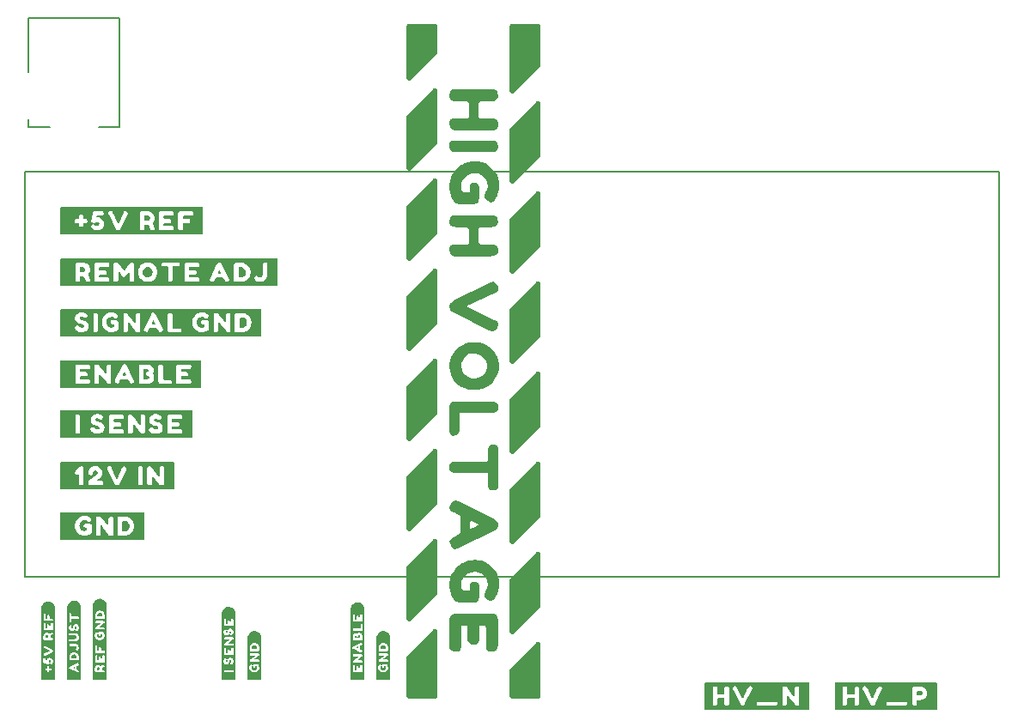
<source format=gto>
G04 EAGLE Gerber RS-274X export*
G75*
%MOMM*%
%FSLAX34Y34*%
%LPD*%
%INSilkscreen Top*%
%IPPOS*%
%AMOC8*
5,1,8,0,0,1.08239X$1,22.5*%
G01*
%ADD10C,0.152400*%
%ADD11C,0.203200*%

G36*
X339283Y416983D02*
X339283Y416983D01*
X339284Y416981D01*
X340484Y417081D01*
X340528Y417121D01*
X340524Y417126D01*
X340529Y417130D01*
X340529Y442930D01*
X340525Y442935D01*
X340528Y442939D01*
X340328Y444039D01*
X340285Y444079D01*
X340282Y444076D01*
X340280Y444079D01*
X132980Y444079D01*
X132965Y444068D01*
X132946Y444065D01*
X132947Y444054D01*
X132943Y444051D01*
X132904Y444073D01*
X132887Y444070D01*
X132880Y444079D01*
X127180Y444079D01*
X127172Y444073D01*
X127166Y444077D01*
X126166Y443777D01*
X126141Y443743D01*
X126133Y443737D01*
X126135Y443734D01*
X126132Y443731D01*
X126131Y443730D01*
X126131Y417930D01*
X126140Y417918D01*
X126135Y417910D01*
X126535Y417010D01*
X126574Y416988D01*
X126580Y416981D01*
X339280Y416981D01*
X339283Y416983D01*
G37*
G36*
X323388Y367457D02*
X323388Y367457D01*
X323394Y367453D01*
X324394Y367753D01*
X324428Y367799D01*
X324429Y367800D01*
X324429Y393600D01*
X324420Y393612D01*
X324425Y393620D01*
X324025Y394520D01*
X323986Y394542D01*
X323980Y394549D01*
X132980Y394549D01*
X132966Y394539D01*
X132949Y394538D01*
X132949Y394526D01*
X132940Y394519D01*
X132908Y394541D01*
X132887Y394540D01*
X132880Y394549D01*
X126680Y394549D01*
X126653Y394529D01*
X126640Y394529D01*
X126140Y393829D01*
X126140Y393819D01*
X126133Y393813D01*
X126138Y393806D01*
X126131Y393800D01*
X126131Y368000D01*
X126153Y367971D01*
X126154Y367958D01*
X126954Y367458D01*
X126973Y367460D01*
X126980Y367451D01*
X323380Y367451D01*
X323388Y367457D01*
G37*
G36*
X266727Y467817D02*
X266727Y467817D01*
X266725Y467820D01*
X266728Y467821D01*
X266928Y468921D01*
X266925Y468927D01*
X266929Y468930D01*
X266929Y494730D01*
X266893Y494777D01*
X266888Y494773D01*
X266884Y494779D01*
X265684Y494879D01*
X265681Y494877D01*
X265680Y494879D01*
X132980Y494879D01*
X132965Y494868D01*
X132947Y494867D01*
X132948Y494855D01*
X132941Y494850D01*
X132906Y494872D01*
X132887Y494870D01*
X132880Y494879D01*
X126580Y494879D01*
X126544Y494852D01*
X126535Y494850D01*
X126135Y493950D01*
X126136Y493947D01*
X126134Y493946D01*
X126137Y493942D01*
X126138Y493936D01*
X126131Y493930D01*
X126131Y468130D01*
X126165Y468085D01*
X126166Y468083D01*
X127166Y467783D01*
X127176Y467786D01*
X127180Y467781D01*
X266680Y467781D01*
X266727Y467817D01*
G37*
G36*
X264507Y316671D02*
X264507Y316671D01*
X264520Y316671D01*
X265020Y317371D01*
X265019Y317393D01*
X265029Y317400D01*
X265029Y343200D01*
X265009Y343227D01*
X265009Y343240D01*
X264309Y343740D01*
X264287Y343739D01*
X264280Y343749D01*
X132980Y343749D01*
X132964Y343737D01*
X132944Y343734D01*
X132946Y343723D01*
X132944Y343722D01*
X132903Y343744D01*
X132886Y343741D01*
X132880Y343749D01*
X127280Y343749D01*
X127275Y343745D01*
X127271Y343748D01*
X126171Y343548D01*
X126131Y343505D01*
X126134Y343502D01*
X126131Y343500D01*
X126131Y317800D01*
X126135Y317795D01*
X126132Y317791D01*
X126332Y316691D01*
X126375Y316651D01*
X126378Y316654D01*
X126380Y316651D01*
X264480Y316651D01*
X264507Y316671D01*
G37*
G36*
X256427Y267157D02*
X256427Y267157D01*
X256422Y267164D01*
X256429Y267170D01*
X256429Y292870D01*
X256427Y292872D01*
X256429Y292874D01*
X256329Y294174D01*
X256290Y294218D01*
X256284Y294214D01*
X256280Y294219D01*
X132980Y294219D01*
X132965Y294208D01*
X132947Y294207D01*
X132948Y294195D01*
X132941Y294190D01*
X132906Y294212D01*
X132887Y294210D01*
X132880Y294219D01*
X126180Y294219D01*
X126133Y294183D01*
X126138Y294176D01*
X126133Y294172D01*
X126131Y294170D01*
X126131Y268370D01*
X126133Y268367D01*
X126131Y268366D01*
X126231Y267166D01*
X126271Y267122D01*
X126276Y267126D01*
X126280Y267121D01*
X256380Y267121D01*
X256427Y267157D01*
G37*
G36*
X237816Y216348D02*
X237816Y216348D01*
X237825Y216350D01*
X238225Y217250D01*
X238222Y217264D01*
X238229Y217270D01*
X238229Y243070D01*
X238195Y243115D01*
X238194Y243117D01*
X237194Y243417D01*
X237184Y243414D01*
X237180Y243419D01*
X132980Y243419D01*
X132970Y243412D01*
X132958Y243414D01*
X132956Y243401D01*
X132934Y243384D01*
X132916Y243403D01*
X132890Y243408D01*
X132889Y243408D01*
X132888Y243408D01*
X132880Y243419D01*
X126880Y243419D01*
X126861Y243405D01*
X126848Y243407D01*
X126148Y242807D01*
X126144Y242790D01*
X126133Y242781D01*
X126137Y242775D01*
X126131Y242770D01*
X126131Y217070D01*
X126145Y217051D01*
X126143Y217038D01*
X126743Y216338D01*
X126772Y216332D01*
X126780Y216321D01*
X237780Y216321D01*
X237816Y216348D01*
G37*
G36*
X864147Y-813D02*
X864147Y-813D01*
X864143Y-808D01*
X864149Y-804D01*
X864249Y396D01*
X864247Y399D01*
X864249Y400D01*
X864249Y26200D01*
X864213Y26247D01*
X864206Y26242D01*
X864200Y26249D01*
X761500Y26249D01*
X761453Y26213D01*
X761457Y26208D01*
X761451Y26204D01*
X761351Y25004D01*
X761353Y25001D01*
X761351Y25000D01*
X761351Y-700D01*
X761387Y-747D01*
X761392Y-743D01*
X761396Y-749D01*
X762596Y-849D01*
X762599Y-847D01*
X762600Y-849D01*
X864100Y-849D01*
X864147Y-813D01*
G37*
G36*
X989619Y-835D02*
X989619Y-835D01*
X989632Y-837D01*
X990332Y-237D01*
X990335Y-224D01*
X990337Y-222D01*
X990336Y-221D01*
X990338Y-208D01*
X990349Y-200D01*
X990349Y25600D01*
X990331Y25624D01*
X990332Y25637D01*
X989632Y26237D01*
X989608Y26239D01*
X989600Y26249D01*
X889300Y26249D01*
X889253Y26213D01*
X889258Y26206D01*
X889253Y26202D01*
X889251Y26200D01*
X889251Y-800D01*
X889287Y-847D01*
X889294Y-842D01*
X889300Y-849D01*
X989600Y-849D01*
X989619Y-835D01*
G37*
G36*
X208627Y166827D02*
X208627Y166827D01*
X208623Y166832D01*
X208629Y166836D01*
X208729Y168136D01*
X208728Y168139D01*
X208729Y168140D01*
X208729Y193840D01*
X208693Y193887D01*
X208686Y193882D01*
X208680Y193889D01*
X132980Y193889D01*
X132968Y193880D01*
X132953Y193881D01*
X132952Y193868D01*
X132936Y193856D01*
X132912Y193877D01*
X132888Y193879D01*
X132880Y193889D01*
X126180Y193889D01*
X126133Y193853D01*
X126138Y193846D01*
X126133Y193842D01*
X126131Y193840D01*
X126131Y166840D01*
X126167Y166793D01*
X126174Y166798D01*
X126180Y166791D01*
X208580Y166791D01*
X208627Y166827D01*
G37*
G36*
X534801Y314453D02*
X534801Y314453D01*
X534803Y314451D01*
X538303Y314651D01*
X538307Y314655D01*
X538311Y314652D01*
X541511Y315352D01*
X541514Y315356D01*
X541518Y315354D01*
X544618Y316554D01*
X544620Y316558D01*
X544624Y316557D01*
X547524Y318157D01*
X547526Y318162D01*
X547530Y318161D01*
X550230Y320261D01*
X550232Y320266D01*
X550236Y320266D01*
X552636Y322766D01*
X552636Y322770D01*
X552639Y322770D01*
X554739Y325470D01*
X554739Y325475D01*
X554743Y325476D01*
X556443Y328476D01*
X556442Y328482D01*
X556446Y328483D01*
X557546Y331483D01*
X557545Y331488D01*
X557548Y331490D01*
X558248Y334790D01*
X558246Y334794D01*
X558249Y334796D01*
X558549Y338196D01*
X558546Y338200D01*
X558549Y338202D01*
X558449Y340402D01*
X558446Y340406D01*
X558448Y340409D01*
X557848Y343709D01*
X557845Y343712D01*
X557847Y343715D01*
X556847Y346815D01*
X556842Y346818D01*
X556844Y346822D01*
X555344Y349822D01*
X555340Y349824D01*
X555341Y349828D01*
X553441Y352628D01*
X553436Y352629D01*
X553436Y352633D01*
X551136Y355133D01*
X551132Y355134D01*
X551132Y355138D01*
X548632Y357238D01*
X548625Y357238D01*
X548624Y357243D01*
X545624Y358943D01*
X545620Y358942D01*
X545619Y358945D01*
X542519Y360245D01*
X542513Y360244D01*
X542512Y360248D01*
X539212Y361048D01*
X539209Y361047D01*
X539207Y361049D01*
X535907Y361549D01*
X535902Y361546D01*
X535900Y361549D01*
X532400Y361549D01*
X532396Y361547D01*
X532394Y361549D01*
X528994Y361149D01*
X528990Y361145D01*
X528987Y361147D01*
X525787Y360247D01*
X525784Y360243D01*
X525780Y360245D01*
X522780Y358945D01*
X522778Y358941D01*
X522775Y358943D01*
X519875Y357243D01*
X519873Y357237D01*
X519869Y357238D01*
X517169Y355038D01*
X517168Y355033D01*
X517164Y355033D01*
X514764Y352433D01*
X514763Y352428D01*
X514760Y352428D01*
X512860Y349728D01*
X512860Y349723D01*
X512856Y349722D01*
X511356Y346722D01*
X511357Y346716D01*
X511353Y346715D01*
X510353Y343615D01*
X510355Y343610D01*
X510352Y343609D01*
X509752Y340309D01*
X509754Y340304D01*
X509751Y340301D01*
X509651Y336801D01*
X509654Y336797D01*
X509651Y336794D01*
X510051Y333394D01*
X510054Y333391D01*
X510052Y333388D01*
X510852Y330188D01*
X510858Y330184D01*
X510855Y330179D01*
X512255Y327179D01*
X512260Y327177D01*
X512259Y327173D01*
X514059Y324373D01*
X514064Y324371D01*
X514063Y324367D01*
X516363Y321767D01*
X516368Y321766D01*
X516367Y321763D01*
X518967Y319463D01*
X518973Y319463D01*
X518973Y319459D01*
X521773Y317659D01*
X521777Y317659D01*
X521778Y317656D01*
X524778Y316156D01*
X524784Y316157D01*
X524785Y316153D01*
X527885Y315153D01*
X527890Y315155D01*
X527891Y315152D01*
X531291Y314552D01*
X531296Y314554D01*
X531299Y314551D01*
X534799Y314451D01*
X534801Y314453D01*
G37*
G36*
X470098Y441977D02*
X470098Y441977D01*
X470228Y441982D01*
X470321Y442003D01*
X470416Y442014D01*
X470541Y442051D01*
X470668Y442080D01*
X470756Y442116D01*
X470847Y442144D01*
X470963Y442203D01*
X471083Y442253D01*
X471164Y442305D01*
X471249Y442348D01*
X471352Y442427D01*
X471461Y442498D01*
X471559Y442584D01*
X471607Y442620D01*
X471638Y442653D01*
X471696Y442704D01*
X497096Y468104D01*
X497180Y468206D01*
X497262Y468290D01*
X497280Y468316D01*
X497313Y468352D01*
X497345Y468403D01*
X497384Y468450D01*
X497462Y468586D01*
X497514Y468663D01*
X497522Y468681D01*
X497554Y468731D01*
X497578Y468788D01*
X497608Y468841D01*
X497663Y468996D01*
X497680Y469038D01*
X497696Y469075D01*
X497698Y469082D01*
X497725Y469148D01*
X497738Y469208D01*
X497759Y469265D01*
X497785Y469427D01*
X497820Y469588D01*
X497825Y469665D01*
X497832Y469709D01*
X497831Y469770D01*
X497839Y469900D01*
X497839Y520700D01*
X497837Y520725D01*
X497838Y520747D01*
X497828Y520838D01*
X497826Y520960D01*
X497808Y521053D01*
X497799Y521149D01*
X497765Y521274D01*
X497740Y521402D01*
X497706Y521491D01*
X497681Y521583D01*
X497625Y521700D01*
X497578Y521822D01*
X497528Y521903D01*
X497487Y521990D01*
X497412Y522095D01*
X497344Y522206D01*
X497281Y522278D01*
X497225Y522356D01*
X497132Y522446D01*
X497046Y522544D01*
X496971Y522603D01*
X496903Y522670D01*
X496795Y522743D01*
X496693Y522823D01*
X496609Y522868D01*
X496530Y522922D01*
X496411Y522974D01*
X496296Y523036D01*
X496205Y523065D01*
X496118Y523104D01*
X495991Y523135D01*
X495868Y523175D01*
X495773Y523188D01*
X495680Y523211D01*
X495551Y523219D01*
X495422Y523236D01*
X495326Y523232D01*
X495231Y523238D01*
X495102Y523223D01*
X494972Y523218D01*
X494879Y523197D01*
X494784Y523186D01*
X494659Y523149D01*
X494532Y523120D01*
X494444Y523084D01*
X494353Y523056D01*
X494237Y522997D01*
X494117Y522947D01*
X494036Y522895D01*
X493951Y522852D01*
X493848Y522773D01*
X493739Y522702D01*
X493643Y522618D01*
X493622Y522603D01*
X493618Y522599D01*
X493593Y522580D01*
X493562Y522547D01*
X493504Y522496D01*
X468104Y497096D01*
X467999Y496969D01*
X467888Y496848D01*
X467855Y496797D01*
X467816Y496750D01*
X467734Y496607D01*
X467646Y496469D01*
X467622Y496412D01*
X467592Y496359D01*
X467537Y496204D01*
X467475Y496052D01*
X467462Y495992D01*
X467441Y495935D01*
X467415Y495773D01*
X467407Y495737D01*
X467389Y495665D01*
X467389Y495652D01*
X467380Y495612D01*
X467375Y495535D01*
X467368Y495491D01*
X467369Y495430D01*
X467361Y495300D01*
X467361Y444500D01*
X467372Y444371D01*
X467374Y444240D01*
X467392Y444147D01*
X467401Y444052D01*
X467435Y443926D01*
X467460Y443798D01*
X467494Y443709D01*
X467519Y443617D01*
X467575Y443500D01*
X467622Y443378D01*
X467672Y443297D01*
X467713Y443211D01*
X467788Y443105D01*
X467856Y442994D01*
X467919Y442922D01*
X467975Y442844D01*
X468068Y442754D01*
X468154Y442656D01*
X468229Y442597D01*
X468297Y442530D01*
X468405Y442457D01*
X468507Y442377D01*
X468591Y442332D01*
X468670Y442278D01*
X468789Y442226D01*
X468904Y442164D01*
X468995Y442135D01*
X469082Y442096D01*
X469209Y442065D01*
X469332Y442025D01*
X469427Y442012D01*
X469520Y441989D01*
X469649Y441981D01*
X469778Y441964D01*
X469874Y441968D01*
X469969Y441962D01*
X470098Y441977D01*
G37*
G36*
X470098Y530877D02*
X470098Y530877D01*
X470228Y530882D01*
X470321Y530903D01*
X470416Y530914D01*
X470541Y530951D01*
X470668Y530980D01*
X470756Y531016D01*
X470847Y531044D01*
X470963Y531103D01*
X471083Y531153D01*
X471164Y531205D01*
X471249Y531248D01*
X471352Y531327D01*
X471461Y531398D01*
X471559Y531484D01*
X471607Y531520D01*
X471638Y531553D01*
X471696Y531604D01*
X497096Y557004D01*
X497180Y557106D01*
X497262Y557190D01*
X497280Y557216D01*
X497313Y557252D01*
X497345Y557303D01*
X497384Y557350D01*
X497462Y557486D01*
X497514Y557563D01*
X497522Y557581D01*
X497554Y557631D01*
X497578Y557688D01*
X497608Y557741D01*
X497663Y557896D01*
X497680Y557938D01*
X497696Y557975D01*
X497698Y557982D01*
X497725Y558048D01*
X497738Y558108D01*
X497759Y558165D01*
X497785Y558327D01*
X497820Y558488D01*
X497825Y558565D01*
X497832Y558609D01*
X497831Y558670D01*
X497839Y558800D01*
X497839Y609600D01*
X497837Y609625D01*
X497838Y609647D01*
X497828Y609738D01*
X497826Y609860D01*
X497808Y609953D01*
X497799Y610049D01*
X497765Y610174D01*
X497740Y610302D01*
X497706Y610391D01*
X497681Y610483D01*
X497625Y610600D01*
X497578Y610722D01*
X497528Y610803D01*
X497487Y610890D01*
X497412Y610995D01*
X497344Y611106D01*
X497281Y611178D01*
X497225Y611256D01*
X497132Y611346D01*
X497046Y611444D01*
X496971Y611503D01*
X496903Y611570D01*
X496795Y611643D01*
X496693Y611723D01*
X496609Y611768D01*
X496530Y611822D01*
X496411Y611874D01*
X496296Y611936D01*
X496205Y611965D01*
X496118Y612004D01*
X495991Y612035D01*
X495868Y612075D01*
X495773Y612088D01*
X495680Y612111D01*
X495551Y612119D01*
X495422Y612136D01*
X495326Y612132D01*
X495231Y612138D01*
X495102Y612123D01*
X494972Y612118D01*
X494879Y612097D01*
X494784Y612086D01*
X494659Y612049D01*
X494532Y612020D01*
X494444Y611984D01*
X494353Y611956D01*
X494237Y611897D01*
X494117Y611847D01*
X494036Y611795D01*
X493951Y611752D01*
X493848Y611673D01*
X493739Y611602D01*
X493643Y611518D01*
X493622Y611503D01*
X493618Y611499D01*
X493593Y611480D01*
X493562Y611447D01*
X493504Y611396D01*
X468104Y585996D01*
X467999Y585869D01*
X467888Y585748D01*
X467855Y585697D01*
X467816Y585650D01*
X467734Y585507D01*
X467646Y585369D01*
X467622Y585312D01*
X467592Y585259D01*
X467537Y585104D01*
X467475Y584952D01*
X467462Y584892D01*
X467441Y584835D01*
X467415Y584673D01*
X467407Y584637D01*
X467389Y584565D01*
X467389Y584552D01*
X467380Y584512D01*
X467375Y584435D01*
X467368Y584391D01*
X467369Y584330D01*
X467361Y584200D01*
X467361Y533400D01*
X467372Y533271D01*
X467374Y533140D01*
X467392Y533047D01*
X467401Y532952D01*
X467435Y532826D01*
X467460Y532698D01*
X467494Y532609D01*
X467519Y532517D01*
X467575Y532400D01*
X467622Y532278D01*
X467672Y532197D01*
X467713Y532111D01*
X467788Y532005D01*
X467856Y531894D01*
X467919Y531822D01*
X467975Y531744D01*
X468068Y531654D01*
X468154Y531556D01*
X468229Y531497D01*
X468297Y531430D01*
X468405Y531357D01*
X468507Y531277D01*
X468591Y531232D01*
X468670Y531178D01*
X468789Y531126D01*
X468904Y531064D01*
X468995Y531035D01*
X469082Y530996D01*
X469209Y530965D01*
X469332Y530925D01*
X469427Y530912D01*
X469520Y530889D01*
X469649Y530881D01*
X469778Y530864D01*
X469874Y530868D01*
X469969Y530862D01*
X470098Y530877D01*
G37*
G36*
X571698Y73677D02*
X571698Y73677D01*
X571828Y73682D01*
X571921Y73703D01*
X572016Y73714D01*
X572141Y73751D01*
X572268Y73780D01*
X572356Y73816D01*
X572447Y73844D01*
X572563Y73903D01*
X572683Y73953D01*
X572764Y74005D01*
X572849Y74048D01*
X572952Y74127D01*
X573061Y74198D01*
X573159Y74284D01*
X573207Y74320D01*
X573238Y74353D01*
X573296Y74404D01*
X598696Y99804D01*
X598780Y99906D01*
X598862Y99990D01*
X598880Y100016D01*
X598913Y100052D01*
X598945Y100103D01*
X598984Y100150D01*
X599062Y100286D01*
X599114Y100363D01*
X599122Y100381D01*
X599154Y100431D01*
X599178Y100488D01*
X599208Y100541D01*
X599263Y100696D01*
X599280Y100738D01*
X599296Y100775D01*
X599298Y100782D01*
X599325Y100848D01*
X599338Y100908D01*
X599359Y100965D01*
X599385Y101127D01*
X599420Y101288D01*
X599425Y101365D01*
X599432Y101409D01*
X599431Y101470D01*
X599439Y101600D01*
X599439Y152400D01*
X599437Y152425D01*
X599438Y152447D01*
X599428Y152538D01*
X599426Y152660D01*
X599408Y152753D01*
X599399Y152849D01*
X599365Y152974D01*
X599340Y153102D01*
X599306Y153191D01*
X599281Y153283D01*
X599225Y153400D01*
X599178Y153522D01*
X599128Y153603D01*
X599087Y153690D01*
X599012Y153795D01*
X598944Y153906D01*
X598881Y153978D01*
X598825Y154056D01*
X598732Y154146D01*
X598646Y154244D01*
X598571Y154303D01*
X598503Y154370D01*
X598395Y154443D01*
X598293Y154523D01*
X598209Y154568D01*
X598130Y154622D01*
X598011Y154674D01*
X597896Y154736D01*
X597805Y154765D01*
X597718Y154804D01*
X597591Y154835D01*
X597468Y154875D01*
X597373Y154888D01*
X597280Y154911D01*
X597151Y154919D01*
X597022Y154936D01*
X596926Y154932D01*
X596831Y154938D01*
X596702Y154923D01*
X596572Y154918D01*
X596479Y154897D01*
X596384Y154886D01*
X596259Y154849D01*
X596132Y154820D01*
X596044Y154784D01*
X595953Y154756D01*
X595837Y154697D01*
X595717Y154647D01*
X595636Y154595D01*
X595551Y154552D01*
X595448Y154473D01*
X595339Y154402D01*
X595243Y154318D01*
X595222Y154303D01*
X595218Y154299D01*
X595193Y154280D01*
X595162Y154247D01*
X595104Y154196D01*
X569704Y128796D01*
X569599Y128669D01*
X569488Y128548D01*
X569455Y128497D01*
X569416Y128450D01*
X569334Y128307D01*
X569246Y128169D01*
X569222Y128112D01*
X569192Y128059D01*
X569137Y127904D01*
X569075Y127752D01*
X569062Y127692D01*
X569041Y127635D01*
X569015Y127473D01*
X569007Y127437D01*
X568989Y127365D01*
X568989Y127352D01*
X568980Y127312D01*
X568975Y127235D01*
X568968Y127191D01*
X568969Y127130D01*
X568961Y127000D01*
X568961Y76200D01*
X568972Y76071D01*
X568974Y75940D01*
X568992Y75847D01*
X569001Y75752D01*
X569035Y75626D01*
X569060Y75498D01*
X569094Y75409D01*
X569119Y75317D01*
X569175Y75200D01*
X569222Y75078D01*
X569272Y74997D01*
X569313Y74911D01*
X569388Y74805D01*
X569456Y74694D01*
X569519Y74622D01*
X569575Y74544D01*
X569668Y74454D01*
X569754Y74356D01*
X569829Y74297D01*
X569897Y74230D01*
X570005Y74157D01*
X570107Y74077D01*
X570191Y74032D01*
X570270Y73978D01*
X570389Y73926D01*
X570504Y73864D01*
X570595Y73835D01*
X570682Y73796D01*
X570809Y73765D01*
X570932Y73725D01*
X571027Y73712D01*
X571120Y73689D01*
X571249Y73681D01*
X571378Y73664D01*
X571474Y73668D01*
X571569Y73662D01*
X571698Y73677D01*
G37*
G36*
X571698Y518177D02*
X571698Y518177D01*
X571828Y518182D01*
X571921Y518203D01*
X572016Y518214D01*
X572141Y518251D01*
X572268Y518280D01*
X572356Y518316D01*
X572447Y518344D01*
X572563Y518403D01*
X572683Y518453D01*
X572764Y518505D01*
X572849Y518548D01*
X572952Y518627D01*
X573061Y518698D01*
X573159Y518784D01*
X573207Y518820D01*
X573238Y518853D01*
X573296Y518904D01*
X598696Y544304D01*
X598780Y544406D01*
X598862Y544490D01*
X598880Y544516D01*
X598913Y544552D01*
X598945Y544603D01*
X598984Y544650D01*
X599062Y544786D01*
X599114Y544863D01*
X599122Y544881D01*
X599154Y544931D01*
X599178Y544988D01*
X599208Y545041D01*
X599263Y545196D01*
X599280Y545238D01*
X599296Y545275D01*
X599298Y545282D01*
X599325Y545348D01*
X599338Y545408D01*
X599359Y545465D01*
X599385Y545627D01*
X599420Y545788D01*
X599425Y545865D01*
X599432Y545909D01*
X599431Y545970D01*
X599439Y546100D01*
X599439Y596900D01*
X599437Y596925D01*
X599438Y596947D01*
X599428Y597038D01*
X599426Y597160D01*
X599408Y597253D01*
X599399Y597349D01*
X599365Y597474D01*
X599340Y597602D01*
X599306Y597691D01*
X599281Y597783D01*
X599225Y597900D01*
X599178Y598022D01*
X599128Y598103D01*
X599087Y598190D01*
X599012Y598295D01*
X598944Y598406D01*
X598881Y598478D01*
X598825Y598556D01*
X598732Y598646D01*
X598646Y598744D01*
X598571Y598803D01*
X598503Y598870D01*
X598395Y598943D01*
X598293Y599023D01*
X598209Y599068D01*
X598130Y599122D01*
X598011Y599174D01*
X597896Y599236D01*
X597805Y599265D01*
X597718Y599304D01*
X597591Y599335D01*
X597468Y599375D01*
X597373Y599388D01*
X597280Y599411D01*
X597151Y599419D01*
X597022Y599436D01*
X596926Y599432D01*
X596831Y599438D01*
X596702Y599423D01*
X596572Y599418D01*
X596479Y599397D01*
X596384Y599386D01*
X596259Y599349D01*
X596132Y599320D01*
X596044Y599284D01*
X595953Y599256D01*
X595837Y599197D01*
X595717Y599147D01*
X595636Y599095D01*
X595551Y599052D01*
X595448Y598973D01*
X595339Y598902D01*
X595243Y598818D01*
X595222Y598803D01*
X595218Y598799D01*
X595193Y598780D01*
X595162Y598747D01*
X595104Y598696D01*
X569704Y573296D01*
X569599Y573169D01*
X569488Y573048D01*
X569455Y572997D01*
X569416Y572950D01*
X569334Y572807D01*
X569246Y572669D01*
X569222Y572612D01*
X569192Y572559D01*
X569137Y572404D01*
X569075Y572252D01*
X569062Y572192D01*
X569041Y572135D01*
X569015Y571973D01*
X569007Y571937D01*
X568989Y571865D01*
X568989Y571852D01*
X568980Y571812D01*
X568975Y571735D01*
X568968Y571691D01*
X568969Y571630D01*
X568961Y571500D01*
X568961Y520700D01*
X568972Y520571D01*
X568974Y520440D01*
X568992Y520347D01*
X569001Y520252D01*
X569035Y520126D01*
X569060Y519998D01*
X569094Y519909D01*
X569119Y519817D01*
X569175Y519700D01*
X569222Y519578D01*
X569272Y519497D01*
X569313Y519411D01*
X569388Y519305D01*
X569456Y519194D01*
X569519Y519122D01*
X569575Y519044D01*
X569668Y518954D01*
X569754Y518856D01*
X569829Y518797D01*
X569897Y518730D01*
X570005Y518657D01*
X570107Y518577D01*
X570191Y518532D01*
X570270Y518478D01*
X570389Y518426D01*
X570504Y518364D01*
X570595Y518335D01*
X570682Y518296D01*
X570809Y518265D01*
X570932Y518225D01*
X571027Y518212D01*
X571120Y518189D01*
X571249Y518181D01*
X571378Y518164D01*
X571474Y518168D01*
X571569Y518162D01*
X571698Y518177D01*
G37*
G36*
X470098Y86377D02*
X470098Y86377D01*
X470228Y86382D01*
X470321Y86403D01*
X470416Y86414D01*
X470541Y86451D01*
X470668Y86480D01*
X470756Y86516D01*
X470847Y86544D01*
X470963Y86603D01*
X471083Y86653D01*
X471164Y86705D01*
X471249Y86748D01*
X471352Y86827D01*
X471461Y86898D01*
X471559Y86984D01*
X471607Y87020D01*
X471638Y87053D01*
X471696Y87104D01*
X497096Y112504D01*
X497180Y112606D01*
X497262Y112690D01*
X497280Y112716D01*
X497313Y112752D01*
X497345Y112803D01*
X497384Y112850D01*
X497462Y112986D01*
X497514Y113063D01*
X497522Y113081D01*
X497554Y113131D01*
X497578Y113188D01*
X497608Y113241D01*
X497663Y113396D01*
X497680Y113438D01*
X497696Y113475D01*
X497698Y113482D01*
X497725Y113548D01*
X497738Y113608D01*
X497759Y113665D01*
X497785Y113827D01*
X497820Y113988D01*
X497825Y114065D01*
X497832Y114109D01*
X497831Y114170D01*
X497839Y114300D01*
X497839Y165100D01*
X497837Y165125D01*
X497838Y165147D01*
X497828Y165238D01*
X497826Y165360D01*
X497808Y165453D01*
X497799Y165549D01*
X497765Y165674D01*
X497740Y165802D01*
X497706Y165891D01*
X497681Y165983D01*
X497625Y166100D01*
X497578Y166222D01*
X497528Y166303D01*
X497487Y166390D01*
X497412Y166495D01*
X497344Y166606D01*
X497281Y166678D01*
X497225Y166756D01*
X497132Y166846D01*
X497046Y166944D01*
X496971Y167003D01*
X496903Y167070D01*
X496795Y167143D01*
X496693Y167223D01*
X496609Y167268D01*
X496530Y167322D01*
X496411Y167374D01*
X496296Y167436D01*
X496205Y167465D01*
X496118Y167504D01*
X495991Y167535D01*
X495868Y167575D01*
X495773Y167588D01*
X495680Y167611D01*
X495551Y167619D01*
X495422Y167636D01*
X495326Y167632D01*
X495231Y167638D01*
X495102Y167623D01*
X494972Y167618D01*
X494879Y167597D01*
X494784Y167586D01*
X494659Y167549D01*
X494532Y167520D01*
X494444Y167484D01*
X494353Y167456D01*
X494237Y167397D01*
X494117Y167347D01*
X494036Y167295D01*
X493951Y167252D01*
X493848Y167173D01*
X493739Y167102D01*
X493643Y167018D01*
X493622Y167003D01*
X493618Y166999D01*
X493593Y166980D01*
X493562Y166947D01*
X493504Y166896D01*
X468104Y141496D01*
X467999Y141369D01*
X467888Y141248D01*
X467855Y141197D01*
X467816Y141150D01*
X467734Y141007D01*
X467646Y140869D01*
X467622Y140812D01*
X467592Y140759D01*
X467537Y140604D01*
X467475Y140452D01*
X467462Y140392D01*
X467441Y140335D01*
X467415Y140173D01*
X467407Y140137D01*
X467389Y140065D01*
X467389Y140052D01*
X467380Y140012D01*
X467375Y139935D01*
X467368Y139891D01*
X467369Y139830D01*
X467361Y139700D01*
X467361Y88900D01*
X467372Y88771D01*
X467374Y88640D01*
X467392Y88547D01*
X467401Y88452D01*
X467435Y88326D01*
X467460Y88198D01*
X467494Y88109D01*
X467519Y88017D01*
X467575Y87900D01*
X467622Y87778D01*
X467672Y87697D01*
X467713Y87611D01*
X467788Y87505D01*
X467856Y87394D01*
X467919Y87322D01*
X467975Y87244D01*
X468068Y87154D01*
X468154Y87056D01*
X468229Y86997D01*
X468297Y86930D01*
X468405Y86857D01*
X468507Y86777D01*
X468591Y86732D01*
X468670Y86678D01*
X468789Y86626D01*
X468904Y86564D01*
X468995Y86535D01*
X469082Y86496D01*
X469209Y86465D01*
X469332Y86425D01*
X469427Y86412D01*
X469520Y86389D01*
X469649Y86381D01*
X469778Y86364D01*
X469874Y86368D01*
X469969Y86362D01*
X470098Y86377D01*
G37*
G36*
X571698Y429277D02*
X571698Y429277D01*
X571828Y429282D01*
X571921Y429303D01*
X572016Y429314D01*
X572141Y429351D01*
X572268Y429380D01*
X572356Y429416D01*
X572447Y429444D01*
X572563Y429503D01*
X572683Y429553D01*
X572764Y429605D01*
X572849Y429648D01*
X572952Y429727D01*
X573061Y429798D01*
X573159Y429884D01*
X573207Y429920D01*
X573238Y429953D01*
X573296Y430004D01*
X598696Y455404D01*
X598780Y455506D01*
X598862Y455590D01*
X598880Y455616D01*
X598913Y455652D01*
X598945Y455703D01*
X598984Y455750D01*
X599062Y455886D01*
X599114Y455963D01*
X599122Y455981D01*
X599154Y456031D01*
X599178Y456088D01*
X599208Y456141D01*
X599263Y456296D01*
X599280Y456338D01*
X599296Y456375D01*
X599298Y456382D01*
X599325Y456448D01*
X599338Y456508D01*
X599359Y456565D01*
X599385Y456727D01*
X599420Y456888D01*
X599425Y456965D01*
X599432Y457009D01*
X599431Y457070D01*
X599439Y457200D01*
X599439Y508000D01*
X599437Y508025D01*
X599438Y508047D01*
X599428Y508138D01*
X599426Y508260D01*
X599408Y508353D01*
X599399Y508449D01*
X599365Y508574D01*
X599340Y508702D01*
X599306Y508791D01*
X599281Y508883D01*
X599225Y509000D01*
X599178Y509122D01*
X599128Y509203D01*
X599087Y509290D01*
X599012Y509395D01*
X598944Y509506D01*
X598881Y509578D01*
X598825Y509656D01*
X598732Y509746D01*
X598646Y509844D01*
X598571Y509903D01*
X598503Y509970D01*
X598395Y510043D01*
X598293Y510123D01*
X598209Y510168D01*
X598130Y510222D01*
X598011Y510274D01*
X597896Y510336D01*
X597805Y510365D01*
X597718Y510404D01*
X597591Y510435D01*
X597468Y510475D01*
X597373Y510488D01*
X597280Y510511D01*
X597151Y510519D01*
X597022Y510536D01*
X596926Y510532D01*
X596831Y510538D01*
X596702Y510523D01*
X596572Y510518D01*
X596479Y510497D01*
X596384Y510486D01*
X596259Y510449D01*
X596132Y510420D01*
X596044Y510384D01*
X595953Y510356D01*
X595837Y510297D01*
X595717Y510247D01*
X595636Y510195D01*
X595551Y510152D01*
X595448Y510073D01*
X595339Y510002D01*
X595243Y509918D01*
X595222Y509903D01*
X595218Y509899D01*
X595193Y509880D01*
X595162Y509847D01*
X595104Y509796D01*
X569704Y484396D01*
X569599Y484269D01*
X569488Y484148D01*
X569455Y484097D01*
X569416Y484050D01*
X569334Y483907D01*
X569246Y483769D01*
X569222Y483712D01*
X569192Y483659D01*
X569137Y483504D01*
X569075Y483352D01*
X569062Y483292D01*
X569041Y483235D01*
X569015Y483073D01*
X569007Y483037D01*
X568989Y482965D01*
X568989Y482952D01*
X568980Y482912D01*
X568975Y482835D01*
X568968Y482791D01*
X568969Y482730D01*
X568961Y482600D01*
X568961Y431800D01*
X568972Y431671D01*
X568974Y431540D01*
X568992Y431447D01*
X569001Y431352D01*
X569035Y431226D01*
X569060Y431098D01*
X569094Y431009D01*
X569119Y430917D01*
X569175Y430800D01*
X569222Y430678D01*
X569272Y430597D01*
X569313Y430511D01*
X569388Y430405D01*
X569456Y430294D01*
X569519Y430222D01*
X569575Y430144D01*
X569668Y430054D01*
X569754Y429956D01*
X569829Y429897D01*
X569897Y429830D01*
X570005Y429757D01*
X570107Y429677D01*
X570191Y429632D01*
X570270Y429578D01*
X570389Y429526D01*
X570504Y429464D01*
X570595Y429435D01*
X570682Y429396D01*
X570809Y429365D01*
X570932Y429325D01*
X571027Y429312D01*
X571120Y429289D01*
X571249Y429281D01*
X571378Y429264D01*
X571474Y429268D01*
X571569Y429262D01*
X571698Y429277D01*
G37*
G36*
X571698Y340377D02*
X571698Y340377D01*
X571828Y340382D01*
X571921Y340403D01*
X572016Y340414D01*
X572141Y340451D01*
X572268Y340480D01*
X572356Y340516D01*
X572447Y340544D01*
X572563Y340603D01*
X572683Y340653D01*
X572764Y340705D01*
X572849Y340748D01*
X572952Y340827D01*
X573061Y340898D01*
X573159Y340984D01*
X573207Y341020D01*
X573238Y341053D01*
X573296Y341104D01*
X598696Y366504D01*
X598780Y366606D01*
X598862Y366690D01*
X598880Y366716D01*
X598913Y366752D01*
X598945Y366803D01*
X598984Y366850D01*
X599062Y366986D01*
X599114Y367063D01*
X599122Y367081D01*
X599154Y367131D01*
X599178Y367188D01*
X599208Y367241D01*
X599263Y367396D01*
X599280Y367438D01*
X599296Y367475D01*
X599298Y367482D01*
X599325Y367548D01*
X599338Y367608D01*
X599359Y367665D01*
X599385Y367827D01*
X599420Y367988D01*
X599425Y368065D01*
X599432Y368109D01*
X599431Y368170D01*
X599439Y368300D01*
X599439Y419100D01*
X599437Y419125D01*
X599438Y419147D01*
X599428Y419238D01*
X599426Y419360D01*
X599408Y419453D01*
X599399Y419549D01*
X599365Y419674D01*
X599340Y419802D01*
X599306Y419891D01*
X599281Y419983D01*
X599225Y420100D01*
X599178Y420222D01*
X599128Y420303D01*
X599087Y420390D01*
X599012Y420495D01*
X598944Y420606D01*
X598881Y420678D01*
X598825Y420756D01*
X598732Y420846D01*
X598646Y420944D01*
X598571Y421003D01*
X598503Y421070D01*
X598395Y421143D01*
X598293Y421223D01*
X598209Y421268D01*
X598130Y421322D01*
X598011Y421374D01*
X597896Y421436D01*
X597805Y421465D01*
X597718Y421504D01*
X597591Y421535D01*
X597468Y421575D01*
X597373Y421588D01*
X597280Y421611D01*
X597151Y421619D01*
X597022Y421636D01*
X596926Y421632D01*
X596831Y421638D01*
X596702Y421623D01*
X596572Y421618D01*
X596479Y421597D01*
X596384Y421586D01*
X596259Y421549D01*
X596132Y421520D01*
X596044Y421484D01*
X595953Y421456D01*
X595837Y421397D01*
X595717Y421347D01*
X595636Y421295D01*
X595551Y421252D01*
X595448Y421173D01*
X595339Y421102D01*
X595243Y421018D01*
X595222Y421003D01*
X595218Y420999D01*
X595193Y420980D01*
X595162Y420947D01*
X595104Y420896D01*
X569704Y395496D01*
X569599Y395369D01*
X569488Y395248D01*
X569455Y395197D01*
X569416Y395150D01*
X569334Y395007D01*
X569246Y394869D01*
X569222Y394812D01*
X569192Y394759D01*
X569137Y394604D01*
X569075Y394452D01*
X569062Y394392D01*
X569041Y394335D01*
X569015Y394173D01*
X569007Y394137D01*
X568989Y394065D01*
X568989Y394052D01*
X568980Y394012D01*
X568975Y393935D01*
X568968Y393891D01*
X568969Y393830D01*
X568961Y393700D01*
X568961Y342900D01*
X568972Y342771D01*
X568974Y342640D01*
X568992Y342547D01*
X569001Y342452D01*
X569035Y342326D01*
X569060Y342198D01*
X569094Y342109D01*
X569119Y342017D01*
X569175Y341900D01*
X569222Y341778D01*
X569272Y341697D01*
X569313Y341611D01*
X569388Y341505D01*
X569456Y341394D01*
X569519Y341322D01*
X569575Y341244D01*
X569668Y341154D01*
X569754Y341056D01*
X569829Y340997D01*
X569897Y340930D01*
X570005Y340857D01*
X570107Y340777D01*
X570191Y340732D01*
X570270Y340678D01*
X570389Y340626D01*
X570504Y340564D01*
X570595Y340535D01*
X570682Y340496D01*
X570809Y340465D01*
X570932Y340425D01*
X571027Y340412D01*
X571120Y340389D01*
X571249Y340381D01*
X571378Y340364D01*
X571474Y340368D01*
X571569Y340362D01*
X571698Y340377D01*
G37*
G36*
X571698Y162577D02*
X571698Y162577D01*
X571828Y162582D01*
X571921Y162603D01*
X572016Y162614D01*
X572141Y162651D01*
X572268Y162680D01*
X572356Y162716D01*
X572447Y162744D01*
X572563Y162803D01*
X572683Y162853D01*
X572764Y162905D01*
X572849Y162948D01*
X572952Y163027D01*
X573061Y163098D01*
X573159Y163184D01*
X573207Y163220D01*
X573238Y163253D01*
X573296Y163304D01*
X598696Y188704D01*
X598780Y188806D01*
X598862Y188890D01*
X598880Y188916D01*
X598913Y188952D01*
X598945Y189003D01*
X598984Y189050D01*
X599062Y189186D01*
X599114Y189263D01*
X599122Y189281D01*
X599154Y189331D01*
X599178Y189388D01*
X599208Y189441D01*
X599263Y189596D01*
X599280Y189638D01*
X599296Y189675D01*
X599298Y189682D01*
X599325Y189748D01*
X599338Y189808D01*
X599359Y189865D01*
X599385Y190027D01*
X599420Y190188D01*
X599425Y190265D01*
X599432Y190309D01*
X599431Y190370D01*
X599439Y190500D01*
X599439Y241300D01*
X599437Y241325D01*
X599438Y241347D01*
X599428Y241438D01*
X599426Y241560D01*
X599408Y241653D01*
X599399Y241749D01*
X599365Y241874D01*
X599340Y242002D01*
X599306Y242091D01*
X599281Y242183D01*
X599225Y242300D01*
X599178Y242422D01*
X599128Y242503D01*
X599087Y242590D01*
X599012Y242695D01*
X598944Y242806D01*
X598881Y242878D01*
X598825Y242956D01*
X598732Y243046D01*
X598646Y243144D01*
X598571Y243203D01*
X598503Y243270D01*
X598395Y243343D01*
X598293Y243423D01*
X598209Y243468D01*
X598130Y243522D01*
X598011Y243574D01*
X597896Y243636D01*
X597805Y243665D01*
X597718Y243704D01*
X597591Y243735D01*
X597468Y243775D01*
X597373Y243788D01*
X597280Y243811D01*
X597151Y243819D01*
X597022Y243836D01*
X596926Y243832D01*
X596831Y243838D01*
X596702Y243823D01*
X596572Y243818D01*
X596479Y243797D01*
X596384Y243786D01*
X596259Y243749D01*
X596132Y243720D01*
X596044Y243684D01*
X595953Y243656D01*
X595837Y243597D01*
X595717Y243547D01*
X595636Y243495D01*
X595551Y243452D01*
X595448Y243373D01*
X595339Y243302D01*
X595243Y243218D01*
X595222Y243203D01*
X595218Y243199D01*
X595193Y243180D01*
X595162Y243147D01*
X595104Y243096D01*
X569704Y217696D01*
X569599Y217569D01*
X569488Y217448D01*
X569455Y217397D01*
X569416Y217350D01*
X569334Y217207D01*
X569246Y217069D01*
X569222Y217012D01*
X569192Y216959D01*
X569137Y216804D01*
X569075Y216652D01*
X569062Y216592D01*
X569041Y216535D01*
X569015Y216373D01*
X569007Y216337D01*
X568989Y216265D01*
X568989Y216252D01*
X568980Y216212D01*
X568975Y216135D01*
X568968Y216091D01*
X568969Y216030D01*
X568961Y215900D01*
X568961Y165100D01*
X568972Y164971D01*
X568974Y164840D01*
X568992Y164747D01*
X569001Y164652D01*
X569035Y164526D01*
X569060Y164398D01*
X569094Y164309D01*
X569119Y164217D01*
X569175Y164100D01*
X569222Y163978D01*
X569272Y163897D01*
X569313Y163811D01*
X569388Y163705D01*
X569456Y163594D01*
X569519Y163522D01*
X569575Y163444D01*
X569668Y163354D01*
X569754Y163256D01*
X569829Y163197D01*
X569897Y163130D01*
X570005Y163057D01*
X570107Y162977D01*
X570191Y162932D01*
X570270Y162878D01*
X570389Y162826D01*
X570504Y162764D01*
X570595Y162735D01*
X570682Y162696D01*
X570809Y162665D01*
X570932Y162625D01*
X571027Y162612D01*
X571120Y162589D01*
X571249Y162581D01*
X571378Y162564D01*
X571474Y162568D01*
X571569Y162562D01*
X571698Y162577D01*
G37*
G36*
X571698Y251477D02*
X571698Y251477D01*
X571828Y251482D01*
X571921Y251503D01*
X572016Y251514D01*
X572141Y251551D01*
X572268Y251580D01*
X572356Y251616D01*
X572447Y251644D01*
X572563Y251703D01*
X572683Y251753D01*
X572764Y251805D01*
X572849Y251848D01*
X572952Y251927D01*
X573061Y251998D01*
X573159Y252084D01*
X573207Y252120D01*
X573238Y252153D01*
X573296Y252204D01*
X598696Y277604D01*
X598780Y277706D01*
X598862Y277790D01*
X598880Y277816D01*
X598913Y277852D01*
X598945Y277903D01*
X598984Y277950D01*
X599062Y278086D01*
X599114Y278163D01*
X599122Y278181D01*
X599154Y278231D01*
X599178Y278288D01*
X599208Y278341D01*
X599263Y278496D01*
X599280Y278538D01*
X599296Y278575D01*
X599298Y278582D01*
X599325Y278648D01*
X599338Y278708D01*
X599359Y278765D01*
X599385Y278927D01*
X599420Y279088D01*
X599425Y279165D01*
X599432Y279209D01*
X599431Y279270D01*
X599439Y279400D01*
X599439Y330200D01*
X599437Y330225D01*
X599438Y330247D01*
X599428Y330338D01*
X599426Y330460D01*
X599408Y330553D01*
X599399Y330649D01*
X599365Y330774D01*
X599340Y330902D01*
X599306Y330991D01*
X599281Y331083D01*
X599225Y331200D01*
X599178Y331322D01*
X599128Y331403D01*
X599087Y331490D01*
X599012Y331595D01*
X598944Y331706D01*
X598881Y331778D01*
X598825Y331856D01*
X598732Y331946D01*
X598646Y332044D01*
X598571Y332103D01*
X598503Y332170D01*
X598395Y332243D01*
X598293Y332323D01*
X598209Y332368D01*
X598130Y332422D01*
X598011Y332474D01*
X597896Y332536D01*
X597805Y332565D01*
X597718Y332604D01*
X597591Y332635D01*
X597468Y332675D01*
X597373Y332688D01*
X597280Y332711D01*
X597151Y332719D01*
X597022Y332736D01*
X596926Y332732D01*
X596831Y332738D01*
X596702Y332723D01*
X596572Y332718D01*
X596479Y332697D01*
X596384Y332686D01*
X596259Y332649D01*
X596132Y332620D01*
X596044Y332584D01*
X595953Y332556D01*
X595837Y332497D01*
X595717Y332447D01*
X595636Y332395D01*
X595551Y332352D01*
X595448Y332273D01*
X595339Y332202D01*
X595243Y332118D01*
X595222Y332103D01*
X595218Y332099D01*
X595193Y332080D01*
X595162Y332047D01*
X595104Y331996D01*
X569704Y306596D01*
X569599Y306469D01*
X569488Y306348D01*
X569455Y306297D01*
X569416Y306250D01*
X569334Y306107D01*
X569246Y305969D01*
X569222Y305912D01*
X569192Y305859D01*
X569137Y305704D01*
X569075Y305552D01*
X569062Y305492D01*
X569041Y305435D01*
X569015Y305273D01*
X569007Y305237D01*
X568989Y305165D01*
X568989Y305152D01*
X568980Y305112D01*
X568975Y305035D01*
X568968Y304991D01*
X568969Y304930D01*
X568961Y304800D01*
X568961Y254000D01*
X568972Y253871D01*
X568974Y253740D01*
X568992Y253647D01*
X569001Y253552D01*
X569035Y253426D01*
X569060Y253298D01*
X569094Y253209D01*
X569119Y253117D01*
X569175Y253000D01*
X569222Y252878D01*
X569272Y252797D01*
X569313Y252711D01*
X569388Y252605D01*
X569456Y252494D01*
X569519Y252422D01*
X569575Y252344D01*
X569668Y252254D01*
X569754Y252156D01*
X569829Y252097D01*
X569897Y252030D01*
X570005Y251957D01*
X570107Y251877D01*
X570191Y251832D01*
X570270Y251778D01*
X570389Y251726D01*
X570504Y251664D01*
X570595Y251635D01*
X570682Y251596D01*
X570809Y251565D01*
X570932Y251525D01*
X571027Y251512D01*
X571120Y251489D01*
X571249Y251481D01*
X571378Y251464D01*
X571474Y251468D01*
X571569Y251462D01*
X571698Y251477D01*
G37*
G36*
X470098Y264177D02*
X470098Y264177D01*
X470228Y264182D01*
X470321Y264203D01*
X470416Y264214D01*
X470541Y264251D01*
X470668Y264280D01*
X470756Y264316D01*
X470847Y264344D01*
X470963Y264403D01*
X471083Y264453D01*
X471164Y264505D01*
X471249Y264548D01*
X471352Y264627D01*
X471461Y264698D01*
X471559Y264784D01*
X471607Y264820D01*
X471638Y264853D01*
X471696Y264904D01*
X497096Y290304D01*
X497180Y290406D01*
X497262Y290490D01*
X497280Y290516D01*
X497313Y290552D01*
X497345Y290603D01*
X497384Y290650D01*
X497462Y290786D01*
X497514Y290863D01*
X497522Y290881D01*
X497554Y290931D01*
X497578Y290988D01*
X497608Y291041D01*
X497663Y291196D01*
X497680Y291238D01*
X497696Y291275D01*
X497698Y291282D01*
X497725Y291348D01*
X497738Y291408D01*
X497759Y291465D01*
X497785Y291627D01*
X497820Y291788D01*
X497825Y291865D01*
X497832Y291909D01*
X497831Y291970D01*
X497839Y292100D01*
X497839Y342900D01*
X497837Y342925D01*
X497838Y342947D01*
X497828Y343038D01*
X497826Y343160D01*
X497808Y343253D01*
X497799Y343349D01*
X497765Y343474D01*
X497740Y343602D01*
X497706Y343691D01*
X497681Y343783D01*
X497625Y343900D01*
X497578Y344022D01*
X497528Y344103D01*
X497487Y344190D01*
X497412Y344295D01*
X497344Y344406D01*
X497281Y344478D01*
X497225Y344556D01*
X497132Y344646D01*
X497046Y344744D01*
X496971Y344803D01*
X496903Y344870D01*
X496795Y344943D01*
X496693Y345023D01*
X496609Y345068D01*
X496530Y345122D01*
X496411Y345174D01*
X496296Y345236D01*
X496205Y345265D01*
X496118Y345304D01*
X495991Y345335D01*
X495868Y345375D01*
X495773Y345388D01*
X495680Y345411D01*
X495551Y345419D01*
X495422Y345436D01*
X495326Y345432D01*
X495231Y345438D01*
X495102Y345423D01*
X494972Y345418D01*
X494879Y345397D01*
X494784Y345386D01*
X494659Y345349D01*
X494532Y345320D01*
X494444Y345284D01*
X494353Y345256D01*
X494237Y345197D01*
X494117Y345147D01*
X494036Y345095D01*
X493951Y345052D01*
X493848Y344973D01*
X493739Y344902D01*
X493643Y344818D01*
X493622Y344803D01*
X493618Y344799D01*
X493593Y344780D01*
X493562Y344747D01*
X493504Y344696D01*
X468104Y319296D01*
X467999Y319169D01*
X467888Y319048D01*
X467855Y318997D01*
X467816Y318950D01*
X467734Y318807D01*
X467646Y318669D01*
X467622Y318612D01*
X467592Y318559D01*
X467537Y318404D01*
X467475Y318252D01*
X467462Y318192D01*
X467441Y318135D01*
X467415Y317973D01*
X467407Y317937D01*
X467389Y317865D01*
X467389Y317852D01*
X467380Y317812D01*
X467375Y317735D01*
X467368Y317691D01*
X467369Y317630D01*
X467361Y317500D01*
X467361Y266700D01*
X467372Y266571D01*
X467374Y266440D01*
X467392Y266347D01*
X467401Y266252D01*
X467435Y266126D01*
X467460Y265998D01*
X467494Y265909D01*
X467519Y265817D01*
X467575Y265700D01*
X467622Y265578D01*
X467672Y265497D01*
X467713Y265411D01*
X467788Y265305D01*
X467856Y265194D01*
X467919Y265122D01*
X467975Y265044D01*
X468068Y264954D01*
X468154Y264856D01*
X468229Y264797D01*
X468297Y264730D01*
X468405Y264657D01*
X468507Y264577D01*
X468591Y264532D01*
X468670Y264478D01*
X468789Y264426D01*
X468904Y264364D01*
X468995Y264335D01*
X469082Y264296D01*
X469209Y264265D01*
X469332Y264225D01*
X469427Y264212D01*
X469520Y264189D01*
X469649Y264181D01*
X469778Y264164D01*
X469874Y264168D01*
X469969Y264162D01*
X470098Y264177D01*
G37*
G36*
X470098Y175277D02*
X470098Y175277D01*
X470228Y175282D01*
X470321Y175303D01*
X470416Y175314D01*
X470541Y175351D01*
X470668Y175380D01*
X470756Y175416D01*
X470847Y175444D01*
X470963Y175503D01*
X471083Y175553D01*
X471164Y175605D01*
X471249Y175648D01*
X471352Y175727D01*
X471461Y175798D01*
X471559Y175884D01*
X471607Y175920D01*
X471638Y175953D01*
X471696Y176004D01*
X497096Y201404D01*
X497180Y201506D01*
X497262Y201590D01*
X497280Y201616D01*
X497313Y201652D01*
X497345Y201703D01*
X497384Y201750D01*
X497462Y201886D01*
X497514Y201963D01*
X497522Y201981D01*
X497554Y202031D01*
X497578Y202088D01*
X497608Y202141D01*
X497663Y202296D01*
X497680Y202338D01*
X497696Y202375D01*
X497698Y202382D01*
X497725Y202448D01*
X497738Y202508D01*
X497759Y202565D01*
X497785Y202727D01*
X497820Y202888D01*
X497825Y202965D01*
X497832Y203009D01*
X497831Y203070D01*
X497839Y203200D01*
X497839Y254000D01*
X497837Y254025D01*
X497838Y254047D01*
X497828Y254138D01*
X497826Y254260D01*
X497808Y254353D01*
X497799Y254449D01*
X497765Y254574D01*
X497740Y254702D01*
X497706Y254791D01*
X497681Y254883D01*
X497625Y255000D01*
X497578Y255122D01*
X497528Y255203D01*
X497487Y255290D01*
X497412Y255395D01*
X497344Y255506D01*
X497281Y255578D01*
X497225Y255656D01*
X497132Y255746D01*
X497046Y255844D01*
X496971Y255903D01*
X496903Y255970D01*
X496795Y256043D01*
X496693Y256123D01*
X496609Y256168D01*
X496530Y256222D01*
X496411Y256274D01*
X496296Y256336D01*
X496205Y256365D01*
X496118Y256404D01*
X495991Y256435D01*
X495868Y256475D01*
X495773Y256488D01*
X495680Y256511D01*
X495551Y256519D01*
X495422Y256536D01*
X495326Y256532D01*
X495231Y256538D01*
X495102Y256523D01*
X494972Y256518D01*
X494879Y256497D01*
X494784Y256486D01*
X494659Y256449D01*
X494532Y256420D01*
X494444Y256384D01*
X494353Y256356D01*
X494237Y256297D01*
X494117Y256247D01*
X494036Y256195D01*
X493951Y256152D01*
X493848Y256073D01*
X493739Y256002D01*
X493643Y255918D01*
X493622Y255903D01*
X493618Y255899D01*
X493593Y255880D01*
X493562Y255847D01*
X493504Y255796D01*
X468104Y230396D01*
X467999Y230269D01*
X467888Y230148D01*
X467855Y230097D01*
X467816Y230050D01*
X467734Y229907D01*
X467646Y229769D01*
X467622Y229712D01*
X467592Y229659D01*
X467537Y229504D01*
X467475Y229352D01*
X467462Y229292D01*
X467441Y229235D01*
X467415Y229073D01*
X467407Y229037D01*
X467389Y228965D01*
X467389Y228952D01*
X467380Y228912D01*
X467375Y228835D01*
X467368Y228791D01*
X467369Y228730D01*
X467361Y228600D01*
X467361Y177800D01*
X467372Y177671D01*
X467374Y177540D01*
X467392Y177447D01*
X467401Y177352D01*
X467435Y177226D01*
X467460Y177098D01*
X467494Y177009D01*
X467519Y176917D01*
X467575Y176800D01*
X467622Y176678D01*
X467672Y176597D01*
X467713Y176511D01*
X467788Y176405D01*
X467856Y176294D01*
X467919Y176222D01*
X467975Y176144D01*
X468068Y176054D01*
X468154Y175956D01*
X468229Y175897D01*
X468297Y175830D01*
X468405Y175757D01*
X468507Y175677D01*
X468591Y175632D01*
X468670Y175578D01*
X468789Y175526D01*
X468904Y175464D01*
X468995Y175435D01*
X469082Y175396D01*
X469209Y175365D01*
X469332Y175325D01*
X469427Y175312D01*
X469520Y175289D01*
X469649Y175281D01*
X469778Y175264D01*
X469874Y175268D01*
X469969Y175262D01*
X470098Y175277D01*
G37*
G36*
X470098Y353077D02*
X470098Y353077D01*
X470228Y353082D01*
X470321Y353103D01*
X470416Y353114D01*
X470541Y353151D01*
X470668Y353180D01*
X470756Y353216D01*
X470847Y353244D01*
X470963Y353303D01*
X471083Y353353D01*
X471164Y353405D01*
X471249Y353448D01*
X471352Y353527D01*
X471461Y353598D01*
X471559Y353684D01*
X471607Y353720D01*
X471638Y353753D01*
X471696Y353804D01*
X497096Y379204D01*
X497180Y379306D01*
X497262Y379390D01*
X497280Y379416D01*
X497313Y379452D01*
X497345Y379503D01*
X497384Y379550D01*
X497462Y379686D01*
X497514Y379763D01*
X497522Y379781D01*
X497554Y379831D01*
X497578Y379888D01*
X497608Y379941D01*
X497663Y380096D01*
X497680Y380138D01*
X497696Y380175D01*
X497698Y380182D01*
X497725Y380248D01*
X497738Y380308D01*
X497759Y380365D01*
X497785Y380527D01*
X497820Y380688D01*
X497825Y380765D01*
X497832Y380809D01*
X497831Y380870D01*
X497839Y381000D01*
X497839Y431800D01*
X497837Y431825D01*
X497838Y431847D01*
X497828Y431938D01*
X497826Y432060D01*
X497808Y432153D01*
X497799Y432249D01*
X497765Y432374D01*
X497740Y432502D01*
X497706Y432591D01*
X497681Y432683D01*
X497625Y432800D01*
X497578Y432922D01*
X497528Y433003D01*
X497487Y433090D01*
X497412Y433195D01*
X497344Y433306D01*
X497281Y433378D01*
X497225Y433456D01*
X497132Y433546D01*
X497046Y433644D01*
X496971Y433703D01*
X496903Y433770D01*
X496795Y433843D01*
X496693Y433923D01*
X496609Y433968D01*
X496530Y434022D01*
X496411Y434074D01*
X496296Y434136D01*
X496205Y434165D01*
X496118Y434204D01*
X495991Y434235D01*
X495868Y434275D01*
X495773Y434288D01*
X495680Y434311D01*
X495551Y434319D01*
X495422Y434336D01*
X495326Y434332D01*
X495231Y434338D01*
X495102Y434323D01*
X494972Y434318D01*
X494879Y434297D01*
X494784Y434286D01*
X494659Y434249D01*
X494532Y434220D01*
X494444Y434184D01*
X494353Y434156D01*
X494237Y434097D01*
X494117Y434047D01*
X494036Y433995D01*
X493951Y433952D01*
X493848Y433873D01*
X493739Y433802D01*
X493643Y433718D01*
X493622Y433703D01*
X493618Y433699D01*
X493593Y433680D01*
X493562Y433647D01*
X493504Y433596D01*
X468104Y408196D01*
X467999Y408069D01*
X467888Y407948D01*
X467855Y407897D01*
X467816Y407850D01*
X467734Y407707D01*
X467646Y407569D01*
X467622Y407512D01*
X467592Y407459D01*
X467537Y407304D01*
X467475Y407152D01*
X467462Y407092D01*
X467441Y407035D01*
X467415Y406873D01*
X467407Y406837D01*
X467389Y406765D01*
X467389Y406752D01*
X467380Y406712D01*
X467375Y406635D01*
X467368Y406591D01*
X467369Y406530D01*
X467361Y406400D01*
X467361Y355600D01*
X467372Y355471D01*
X467374Y355340D01*
X467392Y355247D01*
X467401Y355152D01*
X467435Y355026D01*
X467460Y354898D01*
X467494Y354809D01*
X467519Y354717D01*
X467575Y354600D01*
X467622Y354478D01*
X467672Y354397D01*
X467713Y354311D01*
X467788Y354205D01*
X467856Y354094D01*
X467919Y354022D01*
X467975Y353944D01*
X468068Y353854D01*
X468154Y353756D01*
X468229Y353697D01*
X468297Y353630D01*
X468405Y353557D01*
X468507Y353477D01*
X468591Y353432D01*
X468670Y353378D01*
X468789Y353326D01*
X468904Y353264D01*
X468995Y353235D01*
X469082Y353196D01*
X469209Y353165D01*
X469332Y353125D01*
X469427Y353112D01*
X469520Y353089D01*
X469649Y353081D01*
X469778Y353064D01*
X469874Y353068D01*
X469969Y353062D01*
X470098Y353077D01*
G37*
G36*
X571698Y607077D02*
X571698Y607077D01*
X571828Y607082D01*
X571921Y607103D01*
X572016Y607114D01*
X572141Y607151D01*
X572268Y607180D01*
X572356Y607216D01*
X572447Y607244D01*
X572563Y607303D01*
X572683Y607353D01*
X572764Y607405D01*
X572849Y607448D01*
X572952Y607527D01*
X573061Y607598D01*
X573159Y607684D01*
X573207Y607720D01*
X573238Y607753D01*
X573296Y607804D01*
X598696Y633204D01*
X598780Y633306D01*
X598862Y633390D01*
X598880Y633416D01*
X598913Y633452D01*
X598945Y633503D01*
X598984Y633550D01*
X599062Y633686D01*
X599114Y633763D01*
X599122Y633781D01*
X599154Y633831D01*
X599178Y633888D01*
X599208Y633941D01*
X599263Y634096D01*
X599280Y634138D01*
X599296Y634175D01*
X599298Y634182D01*
X599325Y634248D01*
X599338Y634308D01*
X599359Y634365D01*
X599385Y634527D01*
X599420Y634688D01*
X599425Y634765D01*
X599432Y634809D01*
X599431Y634870D01*
X599439Y635000D01*
X599439Y673100D01*
X599437Y673127D01*
X599438Y673150D01*
X599438Y673157D01*
X599438Y673169D01*
X599416Y673358D01*
X599399Y673549D01*
X599390Y673582D01*
X599386Y673616D01*
X599331Y673799D01*
X599281Y673983D01*
X599266Y674014D01*
X599256Y674047D01*
X599169Y674218D01*
X599087Y674390D01*
X599067Y674418D01*
X599052Y674449D01*
X598936Y674601D01*
X598825Y674756D01*
X598800Y674780D01*
X598780Y674807D01*
X598640Y674936D01*
X598503Y675070D01*
X598474Y675089D01*
X598448Y675113D01*
X598287Y675215D01*
X598130Y675322D01*
X598098Y675336D01*
X598069Y675354D01*
X597892Y675427D01*
X597718Y675504D01*
X597684Y675512D01*
X597652Y675525D01*
X597465Y675565D01*
X597280Y675611D01*
X597246Y675613D01*
X597212Y675620D01*
X596900Y675639D01*
X571500Y675639D01*
X571466Y675636D01*
X571431Y675638D01*
X571242Y675616D01*
X571052Y675599D01*
X571018Y675590D01*
X570984Y675586D01*
X570801Y675531D01*
X570617Y675481D01*
X570586Y675466D01*
X570553Y675456D01*
X570382Y675369D01*
X570211Y675287D01*
X570182Y675267D01*
X570151Y675252D01*
X569999Y675136D01*
X569844Y675025D01*
X569820Y675000D01*
X569793Y674980D01*
X569664Y674840D01*
X569530Y674703D01*
X569511Y674674D01*
X569488Y674648D01*
X569385Y674487D01*
X569278Y674330D01*
X569264Y674298D01*
X569246Y674269D01*
X569173Y674092D01*
X569096Y673918D01*
X569088Y673884D01*
X569075Y673852D01*
X569035Y673665D01*
X568989Y673480D01*
X568987Y673446D01*
X568980Y673412D01*
X568961Y673100D01*
X568961Y609600D01*
X568972Y609471D01*
X568974Y609340D01*
X568992Y609247D01*
X569001Y609152D01*
X569035Y609026D01*
X569060Y608898D01*
X569094Y608809D01*
X569119Y608717D01*
X569175Y608600D01*
X569222Y608478D01*
X569272Y608397D01*
X569313Y608311D01*
X569388Y608205D01*
X569456Y608094D01*
X569519Y608022D01*
X569575Y607944D01*
X569668Y607854D01*
X569754Y607756D01*
X569829Y607697D01*
X569897Y607630D01*
X570005Y607557D01*
X570107Y607477D01*
X570191Y607432D01*
X570270Y607378D01*
X570389Y607326D01*
X570504Y607264D01*
X570595Y607235D01*
X570682Y607196D01*
X570809Y607165D01*
X570932Y607125D01*
X571027Y607112D01*
X571120Y607089D01*
X571249Y607081D01*
X571378Y607064D01*
X571474Y607068D01*
X571569Y607062D01*
X571698Y607077D01*
G37*
G36*
X495335Y10164D02*
X495335Y10164D01*
X495369Y10162D01*
X495558Y10184D01*
X495749Y10201D01*
X495782Y10210D01*
X495816Y10214D01*
X495999Y10269D01*
X496183Y10319D01*
X496214Y10334D01*
X496247Y10344D01*
X496418Y10431D01*
X496590Y10513D01*
X496618Y10533D01*
X496649Y10548D01*
X496801Y10664D01*
X496956Y10775D01*
X496980Y10800D01*
X497007Y10820D01*
X497136Y10961D01*
X497270Y11097D01*
X497289Y11126D01*
X497313Y11152D01*
X497415Y11313D01*
X497522Y11470D01*
X497536Y11502D01*
X497554Y11531D01*
X497627Y11708D01*
X497704Y11882D01*
X497712Y11916D01*
X497725Y11948D01*
X497765Y12135D01*
X497811Y12320D01*
X497813Y12354D01*
X497820Y12388D01*
X497839Y12700D01*
X497839Y76200D01*
X497837Y76227D01*
X497838Y76250D01*
X497828Y76343D01*
X497826Y76460D01*
X497808Y76553D01*
X497799Y76649D01*
X497786Y76696D01*
X497786Y76698D01*
X497784Y76707D01*
X497765Y76774D01*
X497740Y76902D01*
X497706Y76991D01*
X497681Y77083D01*
X497625Y77200D01*
X497578Y77322D01*
X497528Y77403D01*
X497487Y77490D01*
X497412Y77595D01*
X497344Y77706D01*
X497281Y77778D01*
X497225Y77856D01*
X497132Y77946D01*
X497046Y78044D01*
X496971Y78103D01*
X496903Y78170D01*
X496795Y78243D01*
X496693Y78323D01*
X496609Y78368D01*
X496530Y78422D01*
X496411Y78474D01*
X496296Y78536D01*
X496205Y78565D01*
X496118Y78604D01*
X495991Y78635D01*
X495868Y78675D01*
X495773Y78688D01*
X495680Y78711D01*
X495551Y78719D01*
X495422Y78736D01*
X495326Y78732D01*
X495231Y78738D01*
X495102Y78723D01*
X494972Y78718D01*
X494879Y78697D01*
X494784Y78686D01*
X494659Y78649D01*
X494532Y78620D01*
X494444Y78584D01*
X494353Y78556D01*
X494237Y78497D01*
X494117Y78447D01*
X494036Y78395D01*
X493951Y78352D01*
X493848Y78273D01*
X493739Y78202D01*
X493649Y78123D01*
X493626Y78107D01*
X493618Y78099D01*
X493593Y78080D01*
X493562Y78047D01*
X493504Y77996D01*
X468104Y52596D01*
X467999Y52469D01*
X467888Y52348D01*
X467855Y52297D01*
X467816Y52250D01*
X467734Y52107D01*
X467646Y51969D01*
X467622Y51912D01*
X467592Y51859D01*
X467537Y51704D01*
X467510Y51638D01*
X467496Y51607D01*
X467495Y51601D01*
X467475Y51552D01*
X467462Y51492D01*
X467441Y51435D01*
X467415Y51273D01*
X467414Y51269D01*
X467389Y51169D01*
X467388Y51150D01*
X467380Y51112D01*
X467375Y51035D01*
X467368Y50991D01*
X467369Y50930D01*
X467361Y50800D01*
X467361Y12700D01*
X467364Y12666D01*
X467362Y12631D01*
X467384Y12442D01*
X467401Y12252D01*
X467410Y12218D01*
X467414Y12184D01*
X467469Y12001D01*
X467519Y11817D01*
X467534Y11786D01*
X467544Y11753D01*
X467631Y11582D01*
X467713Y11411D01*
X467733Y11382D01*
X467748Y11351D01*
X467864Y11199D01*
X467975Y11044D01*
X468000Y11020D01*
X468020Y10993D01*
X468161Y10864D01*
X468297Y10730D01*
X468326Y10711D01*
X468352Y10688D01*
X468513Y10585D01*
X468670Y10478D01*
X468702Y10464D01*
X468731Y10446D01*
X468908Y10373D01*
X469082Y10296D01*
X469116Y10288D01*
X469148Y10275D01*
X469335Y10235D01*
X469520Y10189D01*
X469554Y10187D01*
X469588Y10180D01*
X469900Y10161D01*
X495300Y10161D01*
X495335Y10164D01*
G37*
G36*
X596935Y10164D02*
X596935Y10164D01*
X596969Y10162D01*
X597158Y10184D01*
X597349Y10201D01*
X597382Y10210D01*
X597416Y10214D01*
X597599Y10269D01*
X597783Y10319D01*
X597814Y10334D01*
X597847Y10344D01*
X598018Y10431D01*
X598190Y10513D01*
X598218Y10533D01*
X598249Y10548D01*
X598401Y10664D01*
X598556Y10775D01*
X598580Y10800D01*
X598607Y10820D01*
X598736Y10961D01*
X598870Y11097D01*
X598889Y11126D01*
X598913Y11152D01*
X599015Y11313D01*
X599122Y11470D01*
X599136Y11502D01*
X599154Y11531D01*
X599227Y11708D01*
X599304Y11882D01*
X599312Y11916D01*
X599325Y11948D01*
X599365Y12135D01*
X599411Y12320D01*
X599413Y12354D01*
X599420Y12388D01*
X599439Y12700D01*
X599439Y63500D01*
X599437Y63528D01*
X599438Y63554D01*
X599428Y63647D01*
X599426Y63760D01*
X599408Y63853D01*
X599399Y63949D01*
X599387Y63993D01*
X599386Y64001D01*
X599373Y64045D01*
X599365Y64074D01*
X599340Y64202D01*
X599306Y64291D01*
X599281Y64383D01*
X599225Y64500D01*
X599178Y64622D01*
X599128Y64703D01*
X599087Y64790D01*
X599012Y64895D01*
X598944Y65006D01*
X598881Y65078D01*
X598825Y65156D01*
X598732Y65246D01*
X598646Y65344D01*
X598571Y65403D01*
X598503Y65470D01*
X598395Y65543D01*
X598293Y65623D01*
X598209Y65668D01*
X598130Y65722D01*
X598011Y65774D01*
X597896Y65836D01*
X597805Y65865D01*
X597718Y65904D01*
X597591Y65935D01*
X597468Y65975D01*
X597373Y65988D01*
X597280Y66011D01*
X597151Y66019D01*
X597022Y66036D01*
X596926Y66032D01*
X596831Y66038D01*
X596702Y66023D01*
X596572Y66018D01*
X596479Y65997D01*
X596384Y65986D01*
X596259Y65949D01*
X596132Y65920D01*
X596044Y65884D01*
X595953Y65856D01*
X595837Y65797D01*
X595717Y65747D01*
X595636Y65695D01*
X595551Y65652D01*
X595448Y65573D01*
X595339Y65502D01*
X595255Y65429D01*
X595229Y65410D01*
X595219Y65399D01*
X595193Y65380D01*
X595162Y65347D01*
X595104Y65296D01*
X569704Y39896D01*
X569599Y39769D01*
X569533Y39698D01*
X569530Y39695D01*
X569488Y39648D01*
X569455Y39597D01*
X569416Y39550D01*
X569334Y39407D01*
X569302Y39357D01*
X569278Y39322D01*
X569275Y39315D01*
X569246Y39269D01*
X569222Y39212D01*
X569192Y39159D01*
X569137Y39004D01*
X569131Y38989D01*
X569096Y38910D01*
X569092Y38895D01*
X569075Y38852D01*
X569062Y38792D01*
X569041Y38735D01*
X569016Y38583D01*
X568989Y38473D01*
X568988Y38449D01*
X568980Y38412D01*
X568975Y38335D01*
X568968Y38291D01*
X568969Y38230D01*
X568961Y38100D01*
X568961Y12700D01*
X568964Y12666D01*
X568962Y12631D01*
X568984Y12442D01*
X569001Y12252D01*
X569010Y12218D01*
X569014Y12184D01*
X569069Y12001D01*
X569119Y11817D01*
X569134Y11786D01*
X569144Y11753D01*
X569231Y11582D01*
X569313Y11411D01*
X569333Y11382D01*
X569348Y11351D01*
X569464Y11199D01*
X569575Y11044D01*
X569600Y11020D01*
X569620Y10993D01*
X569761Y10864D01*
X569897Y10730D01*
X569926Y10711D01*
X569952Y10688D01*
X570113Y10585D01*
X570270Y10478D01*
X570302Y10464D01*
X570331Y10446D01*
X570508Y10373D01*
X570682Y10296D01*
X570716Y10288D01*
X570748Y10275D01*
X570935Y10235D01*
X571120Y10189D01*
X571154Y10187D01*
X571188Y10180D01*
X571500Y10161D01*
X596900Y10161D01*
X596935Y10164D01*
G37*
G36*
X470098Y619777D02*
X470098Y619777D01*
X470228Y619782D01*
X470321Y619803D01*
X470416Y619814D01*
X470541Y619851D01*
X470668Y619880D01*
X470756Y619916D01*
X470847Y619944D01*
X470963Y620003D01*
X471083Y620053D01*
X471164Y620105D01*
X471249Y620148D01*
X471352Y620227D01*
X471461Y620298D01*
X471559Y620384D01*
X471607Y620420D01*
X471638Y620453D01*
X471696Y620504D01*
X497096Y645904D01*
X497180Y646006D01*
X497262Y646090D01*
X497280Y646116D01*
X497313Y646152D01*
X497345Y646203D01*
X497384Y646250D01*
X497462Y646386D01*
X497514Y646463D01*
X497522Y646481D01*
X497554Y646531D01*
X497578Y646588D01*
X497608Y646641D01*
X497663Y646796D01*
X497680Y646838D01*
X497696Y646875D01*
X497698Y646882D01*
X497725Y646948D01*
X497738Y647008D01*
X497759Y647065D01*
X497785Y647227D01*
X497820Y647388D01*
X497825Y647465D01*
X497832Y647509D01*
X497831Y647570D01*
X497839Y647700D01*
X497839Y673100D01*
X497837Y673128D01*
X497838Y673154D01*
X497838Y673159D01*
X497838Y673169D01*
X497816Y673358D01*
X497799Y673549D01*
X497790Y673582D01*
X497786Y673616D01*
X497731Y673799D01*
X497681Y673983D01*
X497666Y674014D01*
X497656Y674047D01*
X497569Y674218D01*
X497487Y674390D01*
X497467Y674418D01*
X497452Y674449D01*
X497336Y674601D01*
X497225Y674756D01*
X497200Y674780D01*
X497180Y674807D01*
X497040Y674936D01*
X496903Y675070D01*
X496874Y675089D01*
X496848Y675113D01*
X496687Y675215D01*
X496530Y675322D01*
X496498Y675336D01*
X496469Y675354D01*
X496292Y675427D01*
X496118Y675504D01*
X496084Y675512D01*
X496052Y675525D01*
X495865Y675565D01*
X495680Y675611D01*
X495646Y675613D01*
X495612Y675620D01*
X495300Y675639D01*
X469900Y675639D01*
X469866Y675636D01*
X469831Y675638D01*
X469642Y675616D01*
X469452Y675599D01*
X469418Y675590D01*
X469384Y675586D01*
X469201Y675531D01*
X469017Y675481D01*
X468986Y675466D01*
X468953Y675456D01*
X468782Y675369D01*
X468611Y675287D01*
X468582Y675267D01*
X468551Y675252D01*
X468399Y675136D01*
X468244Y675025D01*
X468220Y675000D01*
X468193Y674980D01*
X468064Y674840D01*
X467930Y674703D01*
X467911Y674674D01*
X467888Y674648D01*
X467785Y674487D01*
X467678Y674330D01*
X467664Y674298D01*
X467646Y674269D01*
X467573Y674092D01*
X467496Y673918D01*
X467488Y673884D01*
X467475Y673852D01*
X467435Y673665D01*
X467389Y673480D01*
X467387Y673446D01*
X467380Y673412D01*
X467361Y673100D01*
X467361Y622300D01*
X467372Y622171D01*
X467374Y622040D01*
X467392Y621947D01*
X467401Y621852D01*
X467435Y621726D01*
X467460Y621598D01*
X467494Y621509D01*
X467519Y621417D01*
X467575Y621300D01*
X467622Y621178D01*
X467672Y621097D01*
X467713Y621011D01*
X467788Y620905D01*
X467856Y620794D01*
X467919Y620722D01*
X467975Y620644D01*
X468068Y620554D01*
X468154Y620456D01*
X468229Y620397D01*
X468297Y620330D01*
X468405Y620257D01*
X468507Y620177D01*
X468591Y620132D01*
X468670Y620078D01*
X468789Y620026D01*
X468904Y619964D01*
X468995Y619935D01*
X469082Y619896D01*
X469209Y619865D01*
X469332Y619825D01*
X469427Y619812D01*
X469520Y619789D01*
X469649Y619781D01*
X469778Y619764D01*
X469874Y619768D01*
X469969Y619762D01*
X470098Y619777D01*
G37*
G36*
X518603Y56651D02*
X518603Y56651D01*
X518620Y56665D01*
X518632Y56663D01*
X520732Y58463D01*
X520737Y58486D01*
X520749Y58492D01*
X521249Y61692D01*
X521246Y61697D01*
X521249Y61700D01*
X521249Y82051D01*
X524598Y82051D01*
X527551Y81755D01*
X527551Y71600D01*
X527551Y71599D01*
X527651Y67899D01*
X527658Y67890D01*
X527654Y67883D01*
X528654Y65183D01*
X528674Y65170D01*
X528676Y65157D01*
X531376Y63657D01*
X531393Y63659D01*
X531400Y63651D01*
X535800Y63651D01*
X535814Y63661D01*
X535824Y63657D01*
X538324Y65057D01*
X538334Y65081D01*
X538347Y65085D01*
X539247Y67985D01*
X539243Y67996D01*
X539249Y68000D01*
X539249Y81657D01*
X542103Y82051D01*
X545457Y82051D01*
X545851Y79197D01*
X545851Y62200D01*
X545853Y62197D01*
X545851Y62196D01*
X546151Y58796D01*
X546167Y58778D01*
X546165Y58765D01*
X548065Y56865D01*
X548088Y56862D01*
X548094Y56851D01*
X552194Y56351D01*
X552204Y56357D01*
X552209Y56352D01*
X555809Y57052D01*
X555829Y57074D01*
X555843Y57076D01*
X557243Y59576D01*
X557242Y59584D01*
X557247Y59588D01*
X557243Y59593D01*
X557249Y59597D01*
X557449Y62897D01*
X557448Y62899D01*
X557449Y62900D01*
X557449Y86700D01*
X557448Y86702D01*
X557449Y86703D01*
X557249Y90503D01*
X557238Y90516D01*
X557242Y90526D01*
X555842Y92826D01*
X555817Y92835D01*
X555812Y92848D01*
X552612Y93648D01*
X552604Y93644D01*
X552600Y93649D01*
X515000Y93649D01*
X514996Y93646D01*
X514994Y93649D01*
X511794Y93249D01*
X511775Y93231D01*
X511762Y93231D01*
X510062Y91131D01*
X510061Y91111D01*
X510051Y91105D01*
X509651Y87105D01*
X509653Y87102D01*
X509651Y87100D01*
X509651Y63400D01*
X509651Y63399D01*
X509751Y59799D01*
X509760Y59788D01*
X509755Y59779D01*
X510855Y57379D01*
X510881Y57366D01*
X510886Y57353D01*
X514286Y56353D01*
X514298Y56357D01*
X514303Y56351D01*
X518603Y56651D01*
G37*
G36*
X533204Y497954D02*
X533204Y497954D01*
X533207Y497951D01*
X536707Y498451D01*
X536722Y498466D01*
X536734Y498464D01*
X538634Y500264D01*
X538638Y500286D01*
X538649Y500292D01*
X539249Y504092D01*
X539246Y504097D01*
X539249Y504100D01*
X539249Y514300D01*
X539244Y514307D01*
X539248Y514312D01*
X538448Y517512D01*
X538421Y517534D01*
X538417Y517546D01*
X535417Y518646D01*
X535404Y518642D01*
X535399Y518649D01*
X531899Y518549D01*
X531879Y518534D01*
X531866Y518536D01*
X529766Y516536D01*
X529762Y516509D01*
X529751Y516501D01*
X529651Y512901D01*
X529552Y509549D01*
X522833Y509549D01*
X521648Y512313D01*
X521250Y515800D01*
X521648Y518986D01*
X523042Y521974D01*
X525334Y524764D01*
X528024Y526756D01*
X531113Y527952D01*
X534501Y528450D01*
X538088Y528052D01*
X541175Y526857D01*
X543665Y524865D01*
X545756Y522176D01*
X546852Y519089D01*
X547250Y515701D01*
X546752Y512214D01*
X545355Y509120D01*
X543855Y505921D01*
X543861Y505897D01*
X543853Y505886D01*
X544553Y503486D01*
X544566Y503476D01*
X544565Y503466D01*
X547265Y500666D01*
X547279Y500664D01*
X547281Y500654D01*
X550481Y499354D01*
X550508Y499361D01*
X550519Y499355D01*
X553319Y500555D01*
X553329Y500571D01*
X553340Y500572D01*
X555440Y503572D01*
X555440Y503576D01*
X555443Y503577D01*
X557043Y506577D01*
X557043Y506583D01*
X557047Y506584D01*
X558147Y509784D01*
X558145Y509789D01*
X558148Y509791D01*
X558748Y512991D01*
X558746Y512996D01*
X558749Y512999D01*
X558849Y516399D01*
X558847Y516402D01*
X558849Y516404D01*
X558549Y519804D01*
X558545Y519809D01*
X558548Y519812D01*
X557748Y523012D01*
X557744Y523015D01*
X557746Y523018D01*
X556546Y526118D01*
X556541Y526121D01*
X556543Y526125D01*
X554843Y529025D01*
X554839Y529027D01*
X554839Y529030D01*
X552739Y531830D01*
X552735Y531831D01*
X552736Y531834D01*
X550336Y534334D01*
X550329Y534335D01*
X550329Y534340D01*
X547629Y536340D01*
X547624Y536340D01*
X547624Y536343D01*
X544724Y537943D01*
X544719Y537942D01*
X544718Y537946D01*
X541618Y539146D01*
X541612Y539144D01*
X541610Y539148D01*
X538310Y539848D01*
X538305Y539846D01*
X538303Y539849D01*
X534803Y540049D01*
X534799Y540047D01*
X534797Y540049D01*
X531297Y539849D01*
X531294Y539846D01*
X531291Y539849D01*
X527891Y539249D01*
X527887Y539244D01*
X527884Y539246D01*
X524784Y538146D01*
X524782Y538143D01*
X524779Y538145D01*
X521779Y536745D01*
X521776Y536738D01*
X521771Y536740D01*
X519071Y534740D01*
X519070Y534736D01*
X519067Y534737D01*
X516467Y532437D01*
X516466Y532432D01*
X516463Y532432D01*
X514163Y529732D01*
X514162Y529727D01*
X514159Y529727D01*
X512359Y526927D01*
X512359Y526922D01*
X512355Y526921D01*
X510955Y523921D01*
X510956Y523919D01*
X510955Y523919D01*
X510956Y523918D01*
X510957Y523915D01*
X510953Y523913D01*
X510053Y520713D01*
X510055Y520708D01*
X510051Y520706D01*
X509651Y517306D01*
X509654Y517301D01*
X509651Y517299D01*
X509751Y513499D01*
X509753Y513496D01*
X509751Y513495D01*
X510151Y509795D01*
X510155Y509790D01*
X510153Y509787D01*
X511053Y506487D01*
X511057Y506484D01*
X511055Y506480D01*
X512355Y503580D01*
X512361Y503577D01*
X512359Y503572D01*
X514059Y501072D01*
X514067Y501070D01*
X514066Y501064D01*
X516466Y498764D01*
X516483Y498762D01*
X516488Y498752D01*
X519588Y497952D01*
X519596Y497956D01*
X519600Y497951D01*
X533200Y497951D01*
X533204Y497954D01*
G37*
G36*
X533204Y104754D02*
X533204Y104754D01*
X533207Y104751D01*
X536707Y105251D01*
X536722Y105266D01*
X536734Y105264D01*
X538634Y107064D01*
X538638Y107086D01*
X538649Y107092D01*
X539249Y110892D01*
X539246Y110897D01*
X539249Y110900D01*
X539249Y121100D01*
X539244Y121107D01*
X539248Y121112D01*
X538448Y124312D01*
X538421Y124334D01*
X538417Y124346D01*
X535417Y125446D01*
X535404Y125442D01*
X535399Y125449D01*
X531899Y125349D01*
X531879Y125334D01*
X531866Y125336D01*
X529766Y123336D01*
X529762Y123309D01*
X529751Y123301D01*
X529651Y119701D01*
X529552Y116349D01*
X522833Y116349D01*
X521648Y119113D01*
X521250Y122600D01*
X521648Y125787D01*
X523042Y128873D01*
X525334Y131564D01*
X528025Y133557D01*
X531113Y134852D01*
X534500Y135250D01*
X538088Y134852D01*
X541175Y133657D01*
X543665Y131665D01*
X545756Y128976D01*
X546852Y125889D01*
X547250Y122501D01*
X546752Y119014D01*
X545355Y116021D01*
X543855Y112821D01*
X543860Y112797D01*
X543853Y112787D01*
X544553Y110287D01*
X544566Y110276D01*
X544565Y110266D01*
X547265Y107466D01*
X547279Y107464D01*
X547281Y107454D01*
X550481Y106154D01*
X550508Y106161D01*
X550519Y106155D01*
X553319Y107355D01*
X553329Y107371D01*
X553340Y107372D01*
X555440Y110372D01*
X555440Y110377D01*
X555444Y110377D01*
X557044Y113477D01*
X557043Y113482D01*
X557046Y113484D01*
X558146Y116584D01*
X558145Y116589D01*
X558148Y116591D01*
X558748Y119791D01*
X558746Y119796D01*
X558749Y119799D01*
X558849Y123199D01*
X558847Y123202D01*
X558849Y123204D01*
X558549Y126604D01*
X558545Y126609D01*
X558548Y126612D01*
X557748Y129812D01*
X557744Y129815D01*
X557746Y129818D01*
X556546Y132918D01*
X556541Y132921D01*
X556543Y132925D01*
X554843Y135825D01*
X554839Y135827D01*
X554839Y135830D01*
X552739Y138630D01*
X552735Y138631D01*
X552736Y138634D01*
X550336Y141134D01*
X550329Y141135D01*
X550329Y141140D01*
X547629Y143140D01*
X547624Y143140D01*
X547624Y143143D01*
X544724Y144743D01*
X544719Y144742D01*
X544718Y144746D01*
X541618Y145946D01*
X541612Y145944D01*
X541610Y145948D01*
X538310Y146648D01*
X538305Y146646D01*
X538303Y146649D01*
X534803Y146849D01*
X534799Y146847D01*
X534797Y146849D01*
X531297Y146649D01*
X531294Y146646D01*
X531291Y146649D01*
X527891Y146049D01*
X527887Y146044D01*
X527884Y146046D01*
X524784Y144946D01*
X524782Y144943D01*
X524779Y144945D01*
X521779Y143545D01*
X521776Y143539D01*
X521772Y143540D01*
X519072Y141640D01*
X519070Y141636D01*
X519067Y141636D01*
X516467Y139236D01*
X516466Y139232D01*
X516463Y139232D01*
X514163Y136532D01*
X514162Y136527D01*
X514159Y136527D01*
X512359Y133727D01*
X512359Y133722D01*
X512355Y133721D01*
X510955Y130721D01*
X510956Y130719D01*
X510955Y130719D01*
X510956Y130718D01*
X510957Y130715D01*
X510953Y130713D01*
X510053Y127513D01*
X510055Y127508D01*
X510051Y127506D01*
X509651Y124206D01*
X509654Y124201D01*
X509651Y124199D01*
X509751Y120299D01*
X509753Y120296D01*
X509751Y120295D01*
X510151Y116595D01*
X510155Y116590D01*
X510153Y116587D01*
X511053Y113287D01*
X511057Y113284D01*
X511055Y113280D01*
X512355Y110380D01*
X512361Y110377D01*
X512359Y110372D01*
X514059Y107872D01*
X514067Y107870D01*
X514067Y107864D01*
X516467Y105664D01*
X516483Y105662D01*
X516486Y105653D01*
X519586Y104753D01*
X519596Y104756D01*
X519600Y104751D01*
X533200Y104751D01*
X533204Y104754D01*
G37*
G36*
X552708Y570757D02*
X552708Y570757D01*
X552714Y570753D01*
X555814Y571653D01*
X555830Y571675D01*
X555843Y571677D01*
X557343Y574477D01*
X557343Y574480D01*
X557344Y574480D01*
X557343Y574482D01*
X557341Y574493D01*
X557349Y574499D01*
X557449Y578299D01*
X557442Y578309D01*
X557447Y578316D01*
X556447Y581316D01*
X556420Y581334D01*
X556416Y581347D01*
X553416Y582347D01*
X553405Y582343D01*
X553400Y582349D01*
X539624Y582349D01*
X538149Y584217D01*
X538149Y597880D01*
X539820Y599551D01*
X550000Y599551D01*
X550001Y599551D01*
X553601Y599651D01*
X553612Y599659D01*
X553619Y599655D01*
X556219Y600755D01*
X556233Y600778D01*
X556246Y600782D01*
X557446Y603882D01*
X557446Y603883D01*
X557442Y603896D01*
X557449Y603902D01*
X557249Y608302D01*
X557237Y608317D01*
X557241Y608328D01*
X555741Y610528D01*
X555715Y610536D01*
X555709Y610548D01*
X552609Y611148D01*
X552603Y611145D01*
X552600Y611149D01*
X514900Y611149D01*
X514896Y611146D01*
X514894Y611149D01*
X511694Y610749D01*
X511674Y610729D01*
X511660Y610729D01*
X510060Y608529D01*
X510061Y608510D01*
X510051Y608504D01*
X509651Y604104D01*
X509658Y604093D01*
X509653Y604085D01*
X510653Y600885D01*
X510677Y600868D01*
X510680Y600855D01*
X513380Y599655D01*
X513393Y599658D01*
X513399Y599651D01*
X516899Y599551D01*
X516900Y599551D01*
X527078Y599551D01*
X528651Y597781D01*
X528651Y584218D01*
X527077Y582349D01*
X516900Y582349D01*
X516899Y582349D01*
X513299Y582249D01*
X513288Y582241D01*
X513280Y582245D01*
X510780Y581145D01*
X510766Y581120D01*
X510753Y581116D01*
X509653Y577816D01*
X509656Y577809D01*
X509653Y577807D01*
X509657Y577801D01*
X509651Y577795D01*
X510051Y573495D01*
X510066Y573479D01*
X510063Y573467D01*
X511863Y571467D01*
X511884Y571463D01*
X511889Y571452D01*
X515089Y570752D01*
X515097Y570755D01*
X515100Y570751D01*
X552700Y570751D01*
X552708Y570757D01*
G37*
G36*
X549201Y446451D02*
X549201Y446451D01*
X552701Y446551D01*
X552708Y446556D01*
X552712Y446552D01*
X555812Y447352D01*
X555830Y447375D01*
X555843Y447377D01*
X557343Y450177D01*
X557343Y450180D01*
X557344Y450180D01*
X557343Y450182D01*
X557341Y450193D01*
X557349Y450199D01*
X557449Y453999D01*
X557442Y454009D01*
X557447Y454016D01*
X556447Y457016D01*
X556420Y457034D01*
X556416Y457047D01*
X553416Y458047D01*
X553405Y458043D01*
X553400Y458049D01*
X539625Y458049D01*
X538149Y460016D01*
X538149Y473580D01*
X539820Y475251D01*
X550000Y475251D01*
X550001Y475251D01*
X553601Y475351D01*
X553612Y475359D01*
X553619Y475355D01*
X556219Y476455D01*
X556233Y476478D01*
X556246Y476482D01*
X557446Y479582D01*
X557446Y479583D01*
X557442Y479596D01*
X557449Y479602D01*
X557249Y484002D01*
X557237Y484017D01*
X557241Y484028D01*
X555741Y486228D01*
X555715Y486236D01*
X555709Y486248D01*
X552609Y486848D01*
X552603Y486845D01*
X552600Y486849D01*
X514900Y486849D01*
X514896Y486846D01*
X514894Y486849D01*
X511694Y486449D01*
X511674Y486429D01*
X511660Y486429D01*
X510060Y484229D01*
X510061Y484210D01*
X510051Y484204D01*
X509651Y479804D01*
X509658Y479793D01*
X509653Y479785D01*
X510653Y476585D01*
X510678Y476568D01*
X510681Y476554D01*
X513381Y475454D01*
X513393Y475457D01*
X513397Y475451D01*
X516897Y475251D01*
X516899Y475252D01*
X516900Y475251D01*
X527078Y475251D01*
X528651Y473481D01*
X528651Y459918D01*
X527077Y458049D01*
X516900Y458049D01*
X516899Y458049D01*
X513299Y457949D01*
X513289Y457941D01*
X513282Y457946D01*
X510782Y456946D01*
X510766Y456920D01*
X510753Y456915D01*
X509653Y453515D01*
X509655Y453509D01*
X509653Y453507D01*
X509657Y453501D01*
X509651Y453495D01*
X510051Y449195D01*
X510066Y449179D01*
X510063Y449167D01*
X511863Y447167D01*
X511884Y447163D01*
X511889Y447152D01*
X515089Y446452D01*
X515097Y446455D01*
X515100Y446451D01*
X549200Y446451D01*
X549201Y446451D01*
G37*
G36*
X517610Y158252D02*
X517610Y158252D01*
X517616Y158258D01*
X517621Y158255D01*
X521021Y159855D01*
X521021Y159856D01*
X521022Y159856D01*
X554722Y176256D01*
X554724Y176261D01*
X554728Y176259D01*
X556628Y177559D01*
X556633Y177576D01*
X556644Y177578D01*
X558044Y180378D01*
X558042Y180387D01*
X558047Y180391D01*
X558041Y180398D01*
X558049Y180406D01*
X557649Y183706D01*
X557635Y183720D01*
X557638Y183731D01*
X555438Y186431D01*
X555424Y186435D01*
X555422Y186444D01*
X552422Y187944D01*
X518622Y204344D01*
X518617Y204343D01*
X518616Y204347D01*
X515316Y205447D01*
X515292Y205439D01*
X515280Y205445D01*
X512780Y204345D01*
X512770Y204327D01*
X512758Y204326D01*
X510558Y200826D01*
X510559Y200817D01*
X510553Y200814D01*
X509653Y197814D01*
X509663Y197786D01*
X509659Y197773D01*
X511459Y194973D01*
X511475Y194967D01*
X511476Y194957D01*
X514376Y193357D01*
X514378Y193357D01*
X514379Y193356D01*
X517478Y191856D01*
X520451Y190370D01*
X520451Y173400D01*
X520453Y173397D01*
X520451Y173394D01*
X520459Y173390D01*
X520487Y173353D01*
X520499Y173362D01*
X520500Y173362D01*
X520507Y173362D01*
X520512Y173359D01*
X520481Y173345D01*
X520475Y173336D01*
X520469Y173338D01*
X518174Y171442D01*
X515080Y170045D01*
X515079Y170044D01*
X515078Y170044D01*
X511878Y168444D01*
X511872Y168432D01*
X511863Y168432D01*
X509763Y166032D01*
X509761Y166004D01*
X509751Y165995D01*
X510051Y162895D01*
X510061Y162884D01*
X510057Y162876D01*
X512157Y159176D01*
X512173Y159169D01*
X512175Y159158D01*
X514675Y157658D01*
X514700Y157661D01*
X514710Y157652D01*
X517610Y158252D01*
G37*
G36*
X171411Y28759D02*
X171411Y28759D01*
X171418Y28754D01*
X171918Y28954D01*
X171933Y28978D01*
X171940Y28984D01*
X171938Y28987D01*
X171943Y28995D01*
X171949Y29000D01*
X171949Y102100D01*
X171946Y102104D01*
X171949Y102107D01*
X171749Y103507D01*
X171744Y103512D01*
X171747Y103516D01*
X171547Y104116D01*
X171542Y104119D01*
X171544Y104122D01*
X170944Y105322D01*
X170940Y105324D01*
X170941Y105327D01*
X170541Y105927D01*
X170538Y105928D01*
X170538Y105931D01*
X170138Y106431D01*
X170134Y106432D01*
X170135Y106435D01*
X169635Y106935D01*
X169631Y106935D01*
X169631Y106938D01*
X169131Y107338D01*
X169127Y107339D01*
X169127Y107341D01*
X168527Y107741D01*
X168523Y107741D01*
X168522Y107744D01*
X167322Y108344D01*
X167317Y108343D01*
X167316Y108347D01*
X166716Y108547D01*
X166709Y108545D01*
X166707Y108549D01*
X166007Y108649D01*
X166002Y108646D01*
X166000Y108649D01*
X164600Y108649D01*
X164595Y108646D01*
X164592Y108649D01*
X163992Y108549D01*
X163293Y108449D01*
X163288Y108444D01*
X163284Y108447D01*
X162684Y108247D01*
X162681Y108242D01*
X162678Y108244D01*
X161478Y107644D01*
X161476Y107640D01*
X161473Y107641D01*
X160873Y107241D01*
X160870Y107234D01*
X160865Y107235D01*
X160367Y106737D01*
X159869Y106338D01*
X159867Y106328D01*
X159859Y106327D01*
X159459Y105727D01*
X159459Y105723D01*
X159456Y105722D01*
X158556Y103922D01*
X158556Y103920D01*
X158557Y103918D01*
X158558Y103911D01*
X158551Y103907D01*
X158451Y103208D01*
X158351Y102608D01*
X158352Y102607D01*
X158351Y102607D01*
X158251Y101907D01*
X158254Y101902D01*
X158251Y101900D01*
X158251Y29200D01*
X158264Y29182D01*
X158261Y29170D01*
X158561Y28770D01*
X158592Y28762D01*
X158600Y28751D01*
X171400Y28751D01*
X171411Y28759D01*
G37*
G36*
X146447Y28787D02*
X146447Y28787D01*
X146446Y28789D01*
X146448Y28790D01*
X146548Y29290D01*
X146540Y29308D01*
X146546Y29318D01*
X146522Y29378D01*
X146523Y29380D01*
X146549Y29400D01*
X146549Y99900D01*
X146546Y99905D01*
X146549Y99908D01*
X146449Y100508D01*
X146349Y101207D01*
X146344Y101212D01*
X146347Y101216D01*
X146147Y101815D01*
X145947Y102514D01*
X145942Y102518D01*
X145944Y102522D01*
X145644Y103122D01*
X145640Y103124D01*
X145641Y103127D01*
X145241Y103727D01*
X145238Y103728D01*
X145238Y103731D01*
X144438Y104731D01*
X144428Y104733D01*
X144427Y104741D01*
X143829Y105140D01*
X143331Y105538D01*
X143323Y105539D01*
X143322Y105544D01*
X142122Y106144D01*
X142115Y106143D01*
X142114Y106147D01*
X141415Y106347D01*
X140816Y106547D01*
X140805Y106543D01*
X140800Y106549D01*
X138700Y106549D01*
X138691Y106542D01*
X138684Y106547D01*
X138089Y106348D01*
X137393Y106249D01*
X137385Y106241D01*
X137378Y106244D01*
X136178Y105644D01*
X136176Y105640D01*
X136173Y105641D01*
X135573Y105241D01*
X135572Y105238D01*
X135569Y105238D01*
X135069Y104838D01*
X135068Y104834D01*
X135065Y104835D01*
X134565Y104335D01*
X134565Y104331D01*
X134562Y104331D01*
X134162Y103831D01*
X134161Y103827D01*
X134159Y103827D01*
X133759Y103227D01*
X133759Y103223D01*
X133756Y103222D01*
X133456Y102622D01*
X133457Y102617D01*
X133453Y102616D01*
X133253Y102016D01*
X133254Y102014D01*
X133253Y102014D01*
X133053Y101314D01*
X133054Y101311D01*
X133052Y101309D01*
X133053Y101308D01*
X133051Y101307D01*
X132951Y100608D01*
X132851Y100008D01*
X132854Y100003D01*
X132851Y100000D01*
X132851Y28900D01*
X132887Y28853D01*
X132890Y28855D01*
X132892Y28851D01*
X133492Y28751D01*
X133497Y28754D01*
X133500Y28751D01*
X146400Y28751D01*
X146447Y28787D01*
G37*
G36*
X120611Y28759D02*
X120611Y28759D01*
X120618Y28754D01*
X121118Y28954D01*
X121133Y28978D01*
X121140Y28984D01*
X121138Y28987D01*
X121143Y28995D01*
X121149Y29000D01*
X121149Y99400D01*
X121146Y99404D01*
X121149Y99407D01*
X120949Y100807D01*
X120944Y100812D01*
X120947Y100816D01*
X120747Y101416D01*
X120742Y101419D01*
X120744Y101422D01*
X120144Y102622D01*
X120140Y102624D01*
X120141Y102627D01*
X119741Y103227D01*
X119738Y103228D01*
X119738Y103231D01*
X119338Y103731D01*
X119334Y103732D01*
X119335Y103735D01*
X118835Y104235D01*
X118831Y104235D01*
X118831Y104238D01*
X118331Y104638D01*
X118327Y104639D01*
X118327Y104641D01*
X117727Y105041D01*
X117723Y105041D01*
X117722Y105044D01*
X116522Y105644D01*
X116517Y105643D01*
X116516Y105647D01*
X115916Y105847D01*
X115909Y105845D01*
X115907Y105849D01*
X115207Y105949D01*
X115202Y105946D01*
X115200Y105949D01*
X113800Y105949D01*
X113795Y105946D01*
X113792Y105949D01*
X113192Y105849D01*
X112493Y105749D01*
X112488Y105744D01*
X112484Y105747D01*
X111884Y105547D01*
X111883Y105544D01*
X111881Y105545D01*
X111181Y105245D01*
X111178Y105241D01*
X111175Y105242D01*
X110675Y104942D01*
X110674Y104941D01*
X110673Y104941D01*
X110073Y104541D01*
X110070Y104534D01*
X110065Y104535D01*
X109065Y103535D01*
X109065Y103531D01*
X109062Y103531D01*
X108662Y103031D01*
X108661Y103023D01*
X108656Y103022D01*
X107756Y101222D01*
X107757Y101215D01*
X107752Y101211D01*
X107754Y101209D01*
X107751Y101207D01*
X107651Y100508D01*
X107551Y99908D01*
X107552Y99907D01*
X107551Y99907D01*
X107451Y99207D01*
X107454Y99202D01*
X107451Y99200D01*
X107451Y29200D01*
X107464Y29182D01*
X107461Y29170D01*
X107761Y28770D01*
X107792Y28762D01*
X107800Y28751D01*
X120600Y28751D01*
X120611Y28759D01*
G37*
G36*
X425518Y28764D02*
X425518Y28764D01*
X425530Y28761D01*
X425930Y29061D01*
X425934Y29077D01*
X425941Y29082D01*
X425937Y29088D01*
X425939Y29092D01*
X425949Y29100D01*
X425949Y98200D01*
X425946Y98205D01*
X425949Y98208D01*
X425849Y98808D01*
X425749Y99507D01*
X425649Y100207D01*
X425644Y100212D01*
X425647Y100216D01*
X425447Y100816D01*
X425442Y100819D01*
X425444Y100822D01*
X425144Y101422D01*
X425140Y101424D01*
X425141Y101427D01*
X424741Y102027D01*
X424738Y102028D01*
X424738Y102031D01*
X423938Y103031D01*
X423934Y103032D01*
X423935Y103035D01*
X423435Y103535D01*
X423428Y103536D01*
X423427Y103541D01*
X422827Y103941D01*
X422823Y103941D01*
X422822Y103944D01*
X421622Y104544D01*
X421617Y104543D01*
X421616Y104547D01*
X421016Y104747D01*
X421014Y104746D01*
X421014Y104747D01*
X420314Y104947D01*
X420309Y104946D01*
X420307Y104949D01*
X419607Y105049D01*
X419602Y105046D01*
X419600Y105049D01*
X419000Y105049D01*
X418996Y105046D01*
X418993Y105049D01*
X417593Y104849D01*
X417588Y104844D01*
X417584Y104847D01*
X416985Y104647D01*
X416286Y104447D01*
X416282Y104442D01*
X416278Y104444D01*
X415678Y104144D01*
X415675Y104137D01*
X415669Y104138D01*
X415171Y103740D01*
X414573Y103341D01*
X414570Y103334D01*
X414565Y103335D01*
X414065Y102835D01*
X414065Y102831D01*
X414062Y102831D01*
X413262Y101831D01*
X413261Y101823D01*
X413256Y101822D01*
X412956Y101222D01*
X412956Y101220D01*
X412955Y101219D01*
X412655Y100519D01*
X412656Y100516D01*
X412653Y100516D01*
X412453Y99916D01*
X412455Y99909D01*
X412451Y99907D01*
X412251Y98507D01*
X412254Y98503D01*
X412253Y98502D01*
X412251Y98500D01*
X412251Y29200D01*
X412264Y29182D01*
X412261Y29170D01*
X412561Y28770D01*
X412592Y28762D01*
X412600Y28751D01*
X425500Y28751D01*
X425518Y28764D01*
G37*
G36*
X554413Y373053D02*
X554413Y373053D01*
X554426Y373070D01*
X554438Y373069D01*
X556838Y376069D01*
X556839Y376078D01*
X556842Y376080D01*
X556841Y376083D01*
X556847Y376085D01*
X557847Y379285D01*
X557839Y379306D01*
X557846Y379317D01*
X556746Y382317D01*
X556724Y382331D01*
X556721Y382345D01*
X553721Y383745D01*
X526278Y396518D01*
X527031Y397460D01*
X531120Y399355D01*
X549520Y407555D01*
X553520Y409355D01*
X553522Y409358D01*
X553524Y409357D01*
X555624Y410557D01*
X555629Y410568D01*
X555637Y410568D01*
X557737Y412968D01*
X557739Y412997D01*
X557749Y413007D01*
X557349Y416007D01*
X557340Y416016D01*
X557343Y416024D01*
X555343Y419624D01*
X555327Y419631D01*
X555325Y419642D01*
X552825Y421142D01*
X552798Y421139D01*
X552787Y421148D01*
X549787Y420348D01*
X549783Y420342D01*
X549778Y420344D01*
X513478Y402444D01*
X513475Y402438D01*
X513471Y402440D01*
X510771Y400440D01*
X510765Y400420D01*
X510753Y400416D01*
X509653Y397216D01*
X509659Y397200D01*
X509651Y397192D01*
X510151Y393992D01*
X510165Y393979D01*
X510162Y393968D01*
X512262Y391468D01*
X512275Y391465D01*
X512277Y391457D01*
X515277Y389857D01*
X515278Y389857D01*
X515278Y389856D01*
X548478Y373356D01*
X548484Y373357D01*
X548486Y373353D01*
X551886Y372353D01*
X551904Y372360D01*
X551913Y372353D01*
X554413Y373053D01*
G37*
G36*
X298733Y28776D02*
X298733Y28776D01*
X298744Y28778D01*
X298944Y29178D01*
X298944Y29180D01*
X298944Y29181D01*
X298943Y29182D01*
X298941Y29194D01*
X298949Y29200D01*
X298949Y94300D01*
X298946Y94305D01*
X298949Y94308D01*
X298849Y94908D01*
X298749Y95607D01*
X298744Y95612D01*
X298747Y95616D01*
X298547Y96216D01*
X298544Y96217D01*
X298545Y96219D01*
X298245Y96919D01*
X298241Y96922D01*
X298242Y96925D01*
X297942Y97425D01*
X297941Y97426D01*
X297941Y97427D01*
X297541Y98027D01*
X297534Y98030D01*
X297535Y98035D01*
X296535Y99035D01*
X296531Y99035D01*
X296531Y99038D01*
X296031Y99438D01*
X296027Y99439D01*
X296027Y99441D01*
X295427Y99841D01*
X295423Y99841D01*
X295422Y99844D01*
X294822Y100144D01*
X294817Y100143D01*
X294816Y100147D01*
X293616Y100547D01*
X293609Y100545D01*
X293607Y100549D01*
X292207Y100749D01*
X292198Y100744D01*
X292193Y100749D01*
X291493Y100649D01*
X291492Y100648D01*
X291492Y100649D01*
X290892Y100549D01*
X290193Y100449D01*
X290188Y100444D01*
X290184Y100447D01*
X289584Y100247D01*
X289581Y100242D01*
X289578Y100244D01*
X288978Y99944D01*
X288976Y99940D01*
X288973Y99941D01*
X287773Y99141D01*
X287772Y99138D01*
X287769Y99138D01*
X287269Y98738D01*
X287267Y98731D01*
X287262Y98731D01*
X286862Y98231D01*
X286861Y98227D01*
X286859Y98227D01*
X286460Y97629D01*
X286062Y97131D01*
X286061Y97124D01*
X286060Y97123D01*
X286061Y97122D01*
X286061Y97121D01*
X286055Y97119D01*
X285755Y96419D01*
X285756Y96416D01*
X285753Y96416D01*
X285553Y95816D01*
X285554Y95814D01*
X285553Y95814D01*
X285353Y95114D01*
X285356Y95106D01*
X285353Y95104D01*
X285354Y95102D01*
X285351Y95100D01*
X285351Y94503D01*
X285251Y93807D01*
X285254Y93802D01*
X285251Y93800D01*
X285251Y29000D01*
X285280Y28962D01*
X285282Y28954D01*
X285782Y28754D01*
X285795Y28758D01*
X285800Y28751D01*
X298700Y28751D01*
X298733Y28776D01*
G37*
G36*
X555904Y215851D02*
X555904Y215851D01*
X555929Y215874D01*
X555943Y215875D01*
X557443Y218475D01*
X557441Y218488D01*
X557447Y218492D01*
X557444Y218496D01*
X557449Y218500D01*
X557449Y256200D01*
X557445Y256205D01*
X557448Y256209D01*
X556848Y259509D01*
X556825Y259531D01*
X556822Y259544D01*
X554022Y260944D01*
X554004Y260941D01*
X553997Y260949D01*
X550397Y260749D01*
X550379Y260734D01*
X550366Y260736D01*
X548166Y258636D01*
X548163Y258617D01*
X548152Y258609D01*
X548155Y258605D01*
X548151Y258603D01*
X547951Y255103D01*
X547952Y255101D01*
X547951Y255100D01*
X547951Y244930D01*
X545688Y243749D01*
X514900Y243749D01*
X514897Y243747D01*
X514895Y243749D01*
X511795Y243449D01*
X511774Y243429D01*
X511760Y243429D01*
X509860Y240829D01*
X509861Y240809D01*
X509851Y240803D01*
X509651Y237103D01*
X509657Y237094D01*
X509652Y237088D01*
X510452Y233988D01*
X510476Y233969D01*
X510479Y233956D01*
X513379Y232556D01*
X513393Y232559D01*
X513399Y232551D01*
X516899Y232451D01*
X516900Y232451D01*
X547557Y232451D01*
X547951Y229397D01*
X547951Y219000D01*
X547959Y218989D01*
X547955Y218981D01*
X549155Y216081D01*
X549186Y216062D01*
X549192Y216051D01*
X552392Y215551D01*
X552400Y215556D01*
X552404Y215551D01*
X555904Y215851D01*
G37*
G36*
X516601Y269551D02*
X516601Y269551D01*
X516618Y269564D01*
X516630Y269561D01*
X518930Y271361D01*
X518938Y271389D01*
X518949Y271396D01*
X519249Y274896D01*
X519247Y274899D01*
X519249Y274900D01*
X519249Y291751D01*
X553000Y291751D01*
X553008Y291757D01*
X553013Y291753D01*
X555913Y292553D01*
X555930Y292575D01*
X555944Y292577D01*
X557344Y295277D01*
X557342Y295289D01*
X557347Y295294D01*
X557345Y295297D01*
X557349Y295300D01*
X557349Y299800D01*
X557340Y299812D01*
X557345Y299821D01*
X556145Y302421D01*
X556120Y302434D01*
X556115Y302447D01*
X553315Y303347D01*
X553305Y303343D01*
X553300Y303349D01*
X516100Y303349D01*
X516098Y303348D01*
X516097Y303349D01*
X512497Y303149D01*
X512482Y303136D01*
X512470Y303139D01*
X510470Y301639D01*
X510464Y301616D01*
X510452Y301610D01*
X509652Y297910D01*
X509655Y297903D01*
X509651Y297900D01*
X509651Y274200D01*
X509655Y274195D01*
X509652Y274191D01*
X510252Y270891D01*
X510275Y270870D01*
X510277Y270856D01*
X512977Y269456D01*
X512995Y269459D01*
X513001Y269451D01*
X516601Y269551D01*
G37*
G36*
X323705Y28754D02*
X323705Y28754D01*
X323708Y28751D01*
X324308Y28851D01*
X324349Y28895D01*
X324346Y28898D01*
X324349Y28900D01*
X324349Y70200D01*
X324346Y70204D01*
X324349Y70207D01*
X324149Y71607D01*
X324144Y71612D01*
X324147Y71616D01*
X323947Y72215D01*
X323747Y72914D01*
X323739Y72920D01*
X323741Y72927D01*
X323342Y73526D01*
X323042Y74025D01*
X323037Y74027D01*
X323038Y74032D01*
X322538Y74632D01*
X322534Y74632D01*
X322535Y74635D01*
X322135Y75035D01*
X322131Y75035D01*
X322132Y75038D01*
X321532Y75538D01*
X321526Y75538D01*
X321525Y75542D01*
X321026Y75842D01*
X320427Y76241D01*
X320418Y76240D01*
X320416Y76247D01*
X319816Y76447D01*
X319814Y76446D01*
X319814Y76447D01*
X319114Y76647D01*
X319109Y76646D01*
X319107Y76649D01*
X318408Y76749D01*
X317808Y76849D01*
X317803Y76846D01*
X317800Y76849D01*
X317100Y76849D01*
X317096Y76846D01*
X317093Y76849D01*
X316393Y76749D01*
X316392Y76748D01*
X316392Y76749D01*
X315792Y76649D01*
X315789Y76645D01*
X315786Y76647D01*
X315086Y76447D01*
X315082Y76442D01*
X315078Y76444D01*
X313878Y75844D01*
X313876Y75840D01*
X313873Y75841D01*
X313273Y75441D01*
X313270Y75434D01*
X313265Y75435D01*
X312365Y74535D01*
X312365Y74531D01*
X312362Y74532D01*
X311862Y73932D01*
X311862Y73923D01*
X311856Y73922D01*
X310956Y72122D01*
X310958Y72111D01*
X310951Y72107D01*
X310851Y71408D01*
X310751Y70808D01*
X310752Y70807D01*
X310751Y70807D01*
X310651Y70107D01*
X310654Y70102D01*
X310651Y70100D01*
X310651Y29300D01*
X310659Y29289D01*
X310654Y29282D01*
X310854Y28782D01*
X310895Y28757D01*
X310900Y28751D01*
X323700Y28751D01*
X323705Y28754D01*
G37*
G36*
X450705Y28754D02*
X450705Y28754D01*
X450708Y28751D01*
X451308Y28851D01*
X451349Y28895D01*
X451346Y28898D01*
X451349Y28900D01*
X451349Y70200D01*
X451346Y70204D01*
X451349Y70207D01*
X451149Y71607D01*
X451144Y71612D01*
X451147Y71616D01*
X450947Y72215D01*
X450747Y72914D01*
X450739Y72920D01*
X450741Y72927D01*
X450342Y73526D01*
X450042Y74025D01*
X450037Y74027D01*
X450038Y74032D01*
X449538Y74632D01*
X449534Y74632D01*
X449535Y74635D01*
X449135Y75035D01*
X449131Y75035D01*
X449132Y75038D01*
X448532Y75538D01*
X448526Y75538D01*
X448525Y75542D01*
X448026Y75842D01*
X447427Y76241D01*
X447418Y76240D01*
X447416Y76247D01*
X446816Y76447D01*
X446814Y76446D01*
X446814Y76447D01*
X446114Y76647D01*
X446109Y76646D01*
X446107Y76649D01*
X445408Y76749D01*
X444808Y76849D01*
X444803Y76846D01*
X444800Y76849D01*
X444100Y76849D01*
X444096Y76846D01*
X444093Y76849D01*
X443393Y76749D01*
X443392Y76748D01*
X443392Y76749D01*
X442792Y76649D01*
X442789Y76645D01*
X442786Y76647D01*
X442086Y76447D01*
X442082Y76442D01*
X442078Y76444D01*
X440878Y75844D01*
X440876Y75840D01*
X440873Y75841D01*
X440273Y75441D01*
X440270Y75434D01*
X440265Y75435D01*
X439365Y74535D01*
X439365Y74531D01*
X439362Y74532D01*
X438862Y73932D01*
X438862Y73923D01*
X438856Y73922D01*
X437956Y72122D01*
X437958Y72111D01*
X437951Y72107D01*
X437851Y71408D01*
X437751Y70808D01*
X437752Y70807D01*
X437751Y70807D01*
X437651Y70107D01*
X437654Y70102D01*
X437651Y70100D01*
X437651Y29300D01*
X437659Y29289D01*
X437654Y29282D01*
X437854Y28782D01*
X437895Y28757D01*
X437900Y28751D01*
X450700Y28751D01*
X450705Y28754D01*
G37*
G36*
X550902Y549052D02*
X550902Y549052D01*
X550903Y549051D01*
X554403Y549251D01*
X554418Y549264D01*
X554429Y549260D01*
X556629Y550860D01*
X556636Y550884D01*
X556648Y550889D01*
X557448Y554489D01*
X557443Y554500D01*
X557449Y554506D01*
X556949Y558606D01*
X556932Y558624D01*
X556933Y558637D01*
X554933Y560437D01*
X554911Y560438D01*
X554905Y560449D01*
X551705Y560749D01*
X551702Y560747D01*
X551700Y560749D01*
X517900Y560749D01*
X517899Y560749D01*
X514299Y560649D01*
X514294Y560646D01*
X514292Y560649D01*
X511392Y560149D01*
X511371Y560127D01*
X511358Y560125D01*
X509858Y557625D01*
X509860Y557608D01*
X509851Y557601D01*
X509751Y553201D01*
X509759Y553190D01*
X509754Y553183D01*
X510854Y550183D01*
X510879Y550167D01*
X510883Y550154D01*
X513583Y549154D01*
X513594Y549157D01*
X513599Y549151D01*
X517199Y549051D01*
X517200Y549051D01*
X550900Y549051D01*
X550902Y549052D01*
G37*
%LPC*%
G36*
X531508Y326149D02*
X531508Y326149D01*
X528221Y327145D01*
X525533Y328838D01*
X523341Y331427D01*
X521847Y334416D01*
X521250Y337602D01*
X521648Y340887D01*
X522943Y343875D01*
X525137Y346667D01*
X527535Y349065D01*
X527535Y349067D01*
X527537Y349067D01*
X528322Y349951D01*
X535195Y349951D01*
X538584Y349253D01*
X541472Y347859D01*
X543962Y345568D01*
X545855Y342679D01*
X546751Y339593D01*
X546751Y336307D01*
X545855Y333221D01*
X543962Y330333D01*
X541473Y328141D01*
X538584Y326747D01*
X535196Y326049D01*
X531508Y326149D01*
G37*
%LPD*%
%LPC*%
G36*
X210589Y421278D02*
X210589Y421278D01*
X209295Y421577D01*
X208102Y422074D01*
X206909Y422770D01*
X205915Y423665D01*
X204918Y424761D01*
X204122Y425856D01*
X203526Y427049D01*
X203128Y428242D01*
X202929Y429534D01*
X202929Y430928D01*
X203029Y432324D01*
X203228Y433617D01*
X203725Y434910D01*
X204322Y436104D01*
X205119Y437199D01*
X206013Y438193D01*
X207107Y438989D01*
X208300Y439685D01*
X209493Y440083D01*
X210787Y440381D01*
X212182Y440481D01*
X212877Y440481D01*
X214269Y440282D01*
X215463Y439884D01*
X216657Y439386D01*
X217850Y438591D01*
X218844Y437696D01*
X219741Y436600D01*
X220537Y435506D01*
X221034Y434313D01*
X221432Y433019D01*
X221631Y431726D01*
X221631Y430234D01*
X221432Y428939D01*
X221133Y427645D01*
X220636Y426452D01*
X219939Y425257D01*
X219142Y424162D01*
X218148Y423168D01*
X217054Y422372D01*
X215861Y421776D01*
X214669Y421378D01*
X213275Y421179D01*
X211882Y421080D01*
X210589Y421278D01*
G37*
%LPD*%
%LPC*%
G36*
X299087Y421079D02*
X299087Y421079D01*
X297815Y421471D01*
X297329Y422442D01*
X297329Y438718D01*
X297815Y439689D01*
X299087Y440081D01*
X305474Y440081D01*
X306767Y439783D01*
X307961Y439384D01*
X309154Y438788D01*
X310249Y437992D01*
X311343Y436997D01*
X312139Y435902D01*
X312836Y434807D01*
X313333Y433615D01*
X313631Y432323D01*
X313731Y430930D01*
X313631Y429536D01*
X313432Y428241D01*
X313034Y426949D01*
X312438Y425756D01*
X311642Y424662D01*
X310646Y423666D01*
X309651Y422770D01*
X308458Y422074D01*
X307265Y421577D01*
X305971Y421278D01*
X304676Y421079D01*
X299087Y421079D01*
G37*
%LPD*%
%LPC*%
G36*
X300483Y371549D02*
X300483Y371549D01*
X299001Y371747D01*
X298228Y372424D01*
X298129Y373902D01*
X298129Y388893D01*
X298422Y389967D01*
X299295Y390452D01*
X300382Y390551D01*
X305776Y390551D01*
X307069Y390352D01*
X308363Y389954D01*
X309558Y389456D01*
X310750Y388761D01*
X312741Y386769D01*
X313436Y385677D01*
X313934Y384483D01*
X314332Y383189D01*
X314531Y381896D01*
X314531Y380503D01*
X314332Y379111D01*
X313934Y377817D01*
X313436Y376623D01*
X312740Y375529D01*
X311844Y374434D01*
X310850Y373539D01*
X309655Y372742D01*
X308562Y372146D01*
X307271Y371848D01*
X305974Y371649D01*
X304578Y371549D01*
X300483Y371549D01*
G37*
%LPD*%
%LPC*%
G36*
X184883Y170889D02*
X184883Y170889D01*
X183303Y171087D01*
X182626Y171763D01*
X182429Y173143D01*
X182429Y188134D01*
X182723Y189307D01*
X183595Y189792D01*
X184682Y189891D01*
X190077Y189891D01*
X191469Y189692D01*
X192663Y189294D01*
X193858Y188796D01*
X195050Y188101D01*
X197041Y186109D01*
X197736Y185017D01*
X198234Y183823D01*
X198632Y182529D01*
X198831Y181236D01*
X198831Y179843D01*
X198632Y178449D01*
X198333Y177157D01*
X197737Y175964D01*
X197041Y174870D01*
X196144Y173874D01*
X195148Y172878D01*
X194056Y172083D01*
X192863Y171586D01*
X191569Y171188D01*
X190274Y170989D01*
X188878Y170889D01*
X184883Y170889D01*
G37*
%LPD*%
%LPC*%
G36*
X206283Y320749D02*
X206283Y320749D01*
X204700Y320947D01*
X203827Y321626D01*
X203729Y322802D01*
X203729Y337796D01*
X203926Y338975D01*
X204700Y339652D01*
X206282Y339751D01*
X213075Y339751D01*
X214463Y339453D01*
X215552Y338859D01*
X216644Y337966D01*
X217437Y336876D01*
X217932Y335687D01*
X218130Y334398D01*
X218031Y333009D01*
X217634Y331719D01*
X217137Y330824D01*
X217143Y330781D01*
X217140Y330771D01*
X217937Y329676D01*
X218432Y328487D01*
X218631Y327098D01*
X218531Y325708D01*
X218232Y324512D01*
X218256Y324457D01*
X218263Y324461D01*
X218266Y324453D01*
X218289Y324446D01*
X218242Y324427D01*
X218238Y324426D01*
X217541Y323330D01*
X216647Y322337D01*
X215554Y321542D01*
X214365Y320948D01*
X213076Y320749D01*
X206283Y320749D01*
G37*
%LPD*%
%LPC*%
G36*
X195603Y421276D02*
X195603Y421276D01*
X194728Y422152D01*
X194629Y423532D01*
X194629Y431630D01*
X194593Y431677D01*
X194586Y431672D01*
X194580Y431679D01*
X194180Y431679D01*
X194151Y431658D01*
X194138Y431656D01*
X193439Y430558D01*
X190843Y427063D01*
X189858Y426176D01*
X188588Y425981D01*
X187412Y426569D01*
X186019Y428360D01*
X185020Y429759D01*
X185019Y429759D01*
X185019Y429760D01*
X183219Y432160D01*
X183203Y432164D01*
X183193Y432177D01*
X183183Y432170D01*
X183162Y432176D01*
X183154Y432148D01*
X183131Y432130D01*
X183131Y422836D01*
X182838Y421664D01*
X181868Y421179D01*
X180191Y421179D01*
X179119Y421666D01*
X178726Y422747D01*
X178696Y422766D01*
X178691Y422778D01*
X178671Y422783D01*
X178723Y422807D01*
X178717Y422820D01*
X178727Y422828D01*
X178729Y422830D01*
X178729Y437728D01*
X178828Y439010D01*
X179605Y439884D01*
X181078Y440080D01*
X182358Y439785D01*
X183344Y438995D01*
X188240Y432401D01*
X188255Y432397D01*
X188256Y432387D01*
X189156Y431887D01*
X189215Y431895D01*
X189214Y431901D01*
X189220Y431901D01*
X192319Y436100D01*
X193818Y437999D01*
X194914Y439294D01*
X195798Y439982D01*
X197473Y440080D01*
X198643Y439690D01*
X199131Y438520D01*
X199131Y423630D01*
X199133Y423627D01*
X199131Y423623D01*
X199140Y423618D01*
X199167Y423583D01*
X199183Y423595D01*
X199192Y423590D01*
X199159Y423575D01*
X199149Y423555D01*
X199135Y423544D01*
X199138Y423540D01*
X199131Y423537D01*
X198933Y422051D01*
X198255Y421276D01*
X196880Y421080D01*
X195603Y421276D01*
G37*
%LPD*%
%LPC*%
G36*
X151906Y421376D02*
X151906Y421376D01*
X151422Y421956D01*
X149725Y425949D01*
X149702Y425962D01*
X149699Y425975D01*
X148499Y426475D01*
X148486Y426472D01*
X148480Y426479D01*
X145680Y426479D01*
X145635Y426445D01*
X145633Y426444D01*
X145333Y425444D01*
X145336Y425434D01*
X145331Y425430D01*
X145331Y422741D01*
X144844Y421670D01*
X143673Y421280D01*
X141896Y421378D01*
X141025Y421959D01*
X140829Y423234D01*
X140829Y438126D01*
X141026Y439405D01*
X141801Y440083D01*
X143383Y440281D01*
X148776Y440281D01*
X150069Y440082D01*
X151260Y439685D01*
X152452Y438989D01*
X153545Y438095D01*
X154438Y437003D01*
X155034Y435811D01*
X155431Y434521D01*
X155531Y433132D01*
X155332Y431741D01*
X154935Y430551D01*
X154239Y429457D01*
X153540Y428458D01*
X153541Y428423D01*
X153534Y428412D01*
X153934Y427412D01*
X153936Y427411D01*
X153935Y427409D01*
X154535Y426111D01*
X155134Y424712D01*
X155531Y423621D01*
X155531Y422652D01*
X154554Y421772D01*
X153075Y421181D01*
X151906Y421376D01*
G37*
%LPD*%
%LPC*%
G36*
X215215Y472271D02*
X215215Y472271D01*
X214925Y472851D01*
X213125Y477149D01*
X213090Y477170D01*
X213084Y477179D01*
X211784Y477279D01*
X211781Y477278D01*
X211780Y477279D01*
X208980Y477279D01*
X208933Y477243D01*
X208937Y477238D01*
X208931Y477234D01*
X208831Y476034D01*
X208833Y476031D01*
X208831Y476030D01*
X208831Y473344D01*
X208249Y472374D01*
X206878Y472080D01*
X205203Y472277D01*
X204526Y472953D01*
X204329Y474234D01*
X204329Y489224D01*
X204623Y490400D01*
X205496Y490982D01*
X207181Y491081D01*
X212575Y490981D01*
X213768Y490782D01*
X214959Y490385D01*
X216250Y489590D01*
X217243Y488697D01*
X218038Y487604D01*
X218633Y486413D01*
X218931Y485123D01*
X219031Y483732D01*
X218832Y482343D01*
X218336Y481153D01*
X217638Y480056D01*
X217639Y480053D01*
X217636Y480052D01*
X217136Y479052D01*
X217142Y479020D01*
X217136Y479008D01*
X217635Y478010D01*
X218134Y476712D01*
X219129Y474225D01*
X218935Y473257D01*
X217855Y472374D01*
X216479Y471882D01*
X215215Y472271D01*
G37*
%LPD*%
%LPC*%
G36*
X941416Y3249D02*
X941416Y3249D01*
X940447Y3927D01*
X940349Y5204D01*
X940310Y5248D01*
X940305Y5244D01*
X940300Y5249D01*
X929100Y5349D01*
X929067Y5324D01*
X929056Y5322D01*
X928462Y4134D01*
X927382Y3447D01*
X926108Y3251D01*
X924933Y3839D01*
X924142Y4926D01*
X917545Y18221D01*
X916948Y19612D01*
X916851Y20685D01*
X917631Y21660D01*
X919109Y22350D01*
X920275Y22253D01*
X921058Y21274D01*
X921455Y20380D01*
X925555Y11280D01*
X925556Y11280D01*
X925555Y11279D01*
X926255Y9779D01*
X926257Y9778D01*
X926257Y9776D01*
X926263Y9775D01*
X926308Y9751D01*
X926317Y9768D01*
X926335Y9765D01*
X926735Y10165D01*
X926737Y10177D01*
X926745Y10179D01*
X931345Y19979D01*
X931344Y19982D01*
X931346Y19982D01*
X931843Y21274D01*
X932724Y22253D01*
X933890Y22350D01*
X934674Y21958D01*
X935857Y21070D01*
X936149Y20100D01*
X935754Y18718D01*
X929156Y5422D01*
X929156Y5420D01*
X929155Y5419D01*
X929157Y5417D01*
X929153Y5414D01*
X929159Y5405D01*
X929167Y5363D01*
X929187Y5367D01*
X929200Y5351D01*
X940300Y5251D01*
X940343Y5283D01*
X940347Y5284D01*
X940739Y6461D01*
X941908Y6851D01*
X959588Y6851D01*
X960755Y6267D01*
X960950Y5002D01*
X960658Y3736D01*
X959490Y3249D01*
X941416Y3249D01*
G37*
%LPD*%
%LPC*%
G36*
X224505Y220616D02*
X224505Y220616D01*
X223418Y221802D01*
X217820Y229199D01*
X216720Y230699D01*
X216718Y230700D01*
X216718Y230701D01*
X216318Y231201D01*
X216303Y231205D01*
X216293Y231217D01*
X216283Y231210D01*
X216261Y231215D01*
X216254Y231187D01*
X216231Y231170D01*
X216231Y221784D01*
X215648Y220812D01*
X214276Y220420D01*
X212605Y220617D01*
X211928Y221390D01*
X211829Y222672D01*
X211829Y237664D01*
X212122Y238836D01*
X213292Y239421D01*
X214670Y239421D01*
X215850Y238929D01*
X216841Y237740D01*
X220840Y232241D01*
X220841Y232241D01*
X220840Y232241D01*
X223440Y228741D01*
X223461Y228735D01*
X223464Y228723D01*
X223764Y228623D01*
X223766Y228624D01*
X223767Y228623D01*
X223770Y228625D01*
X223821Y228642D01*
X223815Y228659D01*
X223829Y228670D01*
X223829Y236868D01*
X223928Y238355D01*
X224313Y239029D01*
X225488Y239421D01*
X226967Y239421D01*
X228037Y238837D01*
X228331Y237662D01*
X228431Y236168D01*
X228431Y222676D01*
X228135Y221393D01*
X227455Y220617D01*
X225781Y220420D01*
X224505Y220616D01*
G37*
%LPD*%
%LPC*%
G36*
X850525Y3446D02*
X850525Y3446D01*
X849438Y4631D01*
X844639Y11030D01*
X842739Y13530D01*
X842738Y13530D01*
X842738Y13531D01*
X842338Y14031D01*
X842323Y14035D01*
X842313Y14047D01*
X842303Y14040D01*
X842281Y14045D01*
X842274Y14017D01*
X842251Y14000D01*
X842251Y4614D01*
X841667Y3642D01*
X840395Y3250D01*
X838723Y3447D01*
X837948Y4222D01*
X837849Y5502D01*
X837849Y20494D01*
X838142Y21666D01*
X839312Y22251D01*
X840690Y22251D01*
X841870Y21759D01*
X842861Y20570D01*
X846860Y15071D01*
X846861Y15071D01*
X846861Y15070D01*
X849461Y11670D01*
X849476Y11666D01*
X849478Y11656D01*
X849878Y11456D01*
X849883Y11457D01*
X849887Y11453D01*
X849895Y11459D01*
X849936Y11467D01*
X849933Y11487D01*
X849949Y11500D01*
X849949Y21088D01*
X850335Y21860D01*
X851508Y22251D01*
X852987Y22251D01*
X854057Y21667D01*
X854351Y20492D01*
X854451Y18998D01*
X854451Y5506D01*
X854155Y4223D01*
X853475Y3447D01*
X851801Y3250D01*
X850525Y3446D01*
G37*
%LPD*%
%LPC*%
G36*
X205511Y271611D02*
X205511Y271611D01*
X197919Y281700D01*
X197868Y281714D01*
X197864Y281717D01*
X197564Y281617D01*
X197534Y281573D01*
X197531Y281570D01*
X197531Y273372D01*
X197432Y272192D01*
X196657Y271417D01*
X194984Y271220D01*
X193614Y271611D01*
X193129Y272582D01*
X193129Y287468D01*
X193228Y288955D01*
X193811Y289927D01*
X195084Y290220D01*
X196365Y290122D01*
X197346Y289533D01*
X198541Y287940D01*
X202441Y282740D01*
X204940Y279341D01*
X204949Y279338D01*
X204952Y279329D01*
X204965Y279334D01*
X204997Y279324D01*
X205004Y279347D01*
X205027Y279354D01*
X205227Y279954D01*
X205225Y279960D01*
X205227Y279962D01*
X205224Y279966D01*
X205229Y279970D01*
X205229Y288168D01*
X205328Y289445D01*
X205903Y289925D01*
X207184Y290220D01*
X208558Y290122D01*
X209435Y289245D01*
X209731Y287964D01*
X209731Y274372D01*
X209631Y272980D01*
X209239Y271804D01*
X208366Y271319D01*
X206587Y271220D01*
X205511Y271611D01*
G37*
%LPD*%
%LPC*%
G36*
X201005Y371746D02*
X201005Y371746D01*
X199918Y372932D01*
X195019Y379330D01*
X192719Y382330D01*
X192703Y382334D01*
X192693Y382347D01*
X192683Y382340D01*
X192662Y382346D01*
X192654Y382318D01*
X192631Y382300D01*
X192631Y372914D01*
X192047Y371942D01*
X190775Y371550D01*
X189103Y371747D01*
X188328Y372522D01*
X188229Y373802D01*
X188229Y388794D01*
X188522Y389966D01*
X189692Y390551D01*
X191169Y390551D01*
X192249Y390060D01*
X193241Y388870D01*
X197240Y383371D01*
X197241Y383371D01*
X197240Y383371D01*
X199840Y379871D01*
X199863Y379864D01*
X199868Y379852D01*
X200268Y379752D01*
X200323Y379776D01*
X200317Y379790D01*
X200329Y379800D01*
X200329Y387998D01*
X200428Y389474D01*
X201896Y390551D01*
X203367Y390551D01*
X204437Y389967D01*
X204731Y388792D01*
X204831Y387298D01*
X204831Y373804D01*
X204634Y372523D01*
X203857Y371747D01*
X202281Y371550D01*
X201005Y371746D01*
G37*
%LPD*%
%LPC*%
G36*
X162700Y170988D02*
X162700Y170988D01*
X161827Y171764D01*
X161729Y172942D01*
X161729Y187936D01*
X161925Y189208D01*
X162994Y189792D01*
X164373Y189890D01*
X165651Y189398D01*
X166542Y188409D01*
X169741Y184111D01*
X169741Y184110D01*
X172140Y180911D01*
X173239Y179312D01*
X173250Y179308D01*
X173250Y179301D01*
X173650Y179001D01*
X173661Y179001D01*
X173667Y178993D01*
X173677Y179001D01*
X173710Y179001D01*
X173710Y179025D01*
X173729Y179040D01*
X173729Y187138D01*
X173828Y188616D01*
X175298Y189891D01*
X176670Y189891D01*
X177840Y189403D01*
X178231Y188232D01*
X178231Y173242D01*
X178132Y171960D01*
X177454Y171185D01*
X175879Y170890D01*
X174502Y171087D01*
X173417Y172073D01*
X168520Y178569D01*
X166220Y181669D01*
X166205Y181674D01*
X166197Y181686D01*
X166186Y181679D01*
X166162Y181686D01*
X166155Y181659D01*
X166131Y181644D01*
X166031Y180444D01*
X166033Y180441D01*
X166031Y180440D01*
X166031Y172349D01*
X165642Y171280D01*
X164374Y170890D01*
X162700Y170988D01*
G37*
%LPD*%
%LPC*%
G36*
X290105Y371746D02*
X290105Y371746D01*
X289018Y372932D01*
X284120Y379329D01*
X282320Y381829D01*
X282314Y381831D01*
X282315Y381835D01*
X281815Y382335D01*
X281801Y382337D01*
X281793Y382347D01*
X281783Y382339D01*
X281756Y382343D01*
X281752Y382316D01*
X281731Y382300D01*
X281731Y372912D01*
X281246Y371941D01*
X279876Y371550D01*
X278203Y371747D01*
X277429Y372520D01*
X277429Y388893D01*
X277722Y389966D01*
X278892Y390551D01*
X280269Y390551D01*
X281350Y390059D01*
X282442Y388869D01*
X286440Y383371D01*
X286441Y383371D01*
X286440Y383371D01*
X289040Y379871D01*
X289072Y379862D01*
X289080Y379851D01*
X289380Y379851D01*
X289427Y379887D01*
X289422Y379894D01*
X289427Y379898D01*
X289429Y379900D01*
X289429Y387998D01*
X289528Y389474D01*
X290996Y390551D01*
X292467Y390551D01*
X293539Y389966D01*
X293931Y388792D01*
X293931Y373804D01*
X293734Y372522D01*
X293055Y371747D01*
X291381Y371550D01*
X290105Y371746D01*
G37*
%LPD*%
%LPC*%
G36*
X172506Y320946D02*
X172506Y320946D01*
X171418Y322231D01*
X165220Y330329D01*
X164720Y331029D01*
X164714Y331030D01*
X164715Y331035D01*
X164215Y331535D01*
X164201Y331537D01*
X164193Y331547D01*
X164183Y331539D01*
X164156Y331543D01*
X164152Y331516D01*
X164131Y331500D01*
X164131Y322013D01*
X163647Y321142D01*
X162276Y320750D01*
X160605Y320947D01*
X159928Y321720D01*
X159829Y323002D01*
X159829Y338093D01*
X160122Y339166D01*
X161292Y339751D01*
X162670Y339751D01*
X163849Y339260D01*
X164841Y337970D01*
X168840Y332571D01*
X171440Y329071D01*
X171472Y329062D01*
X171480Y329051D01*
X171780Y329051D01*
X171827Y329087D01*
X171822Y329094D01*
X171827Y329098D01*
X171829Y329100D01*
X171829Y337198D01*
X171928Y338685D01*
X172313Y339359D01*
X173486Y339750D01*
X174966Y339652D01*
X176037Y339067D01*
X176331Y337894D01*
X176331Y322904D01*
X176134Y321724D01*
X175357Y320947D01*
X173681Y320750D01*
X172506Y320946D01*
G37*
%LPD*%
%LPC*%
G36*
X177182Y271219D02*
X177182Y271219D01*
X175691Y271319D01*
X174521Y271807D01*
X174229Y272779D01*
X174129Y274174D01*
X174102Y274205D01*
X174099Y274216D01*
X174072Y274227D01*
X174073Y274228D01*
X174119Y274240D01*
X174114Y274258D01*
X174129Y274270D01*
X174129Y287767D01*
X174327Y289249D01*
X175005Y290024D01*
X176383Y290221D01*
X187272Y290221D01*
X188444Y289830D01*
X188931Y288759D01*
X188931Y287124D01*
X188875Y287119D01*
X188847Y287093D01*
X188835Y287090D01*
X188345Y286011D01*
X187273Y285719D01*
X179080Y285719D01*
X179042Y285690D01*
X179034Y285688D01*
X178634Y284688D01*
X178638Y284675D01*
X178631Y284670D01*
X178631Y283270D01*
X178667Y283223D01*
X179767Y282923D01*
X179776Y282926D01*
X179780Y282921D01*
X183778Y282921D01*
X185158Y282822D01*
X185933Y282047D01*
X186130Y280474D01*
X185738Y279103D01*
X184864Y278617D01*
X183477Y278419D01*
X179380Y278419D01*
X179359Y278403D01*
X179345Y278405D01*
X178645Y277705D01*
X178642Y277681D01*
X178633Y277674D01*
X178634Y277672D01*
X178631Y277670D01*
X178631Y276270D01*
X178654Y276239D01*
X178656Y276227D01*
X179556Y275727D01*
X179573Y275729D01*
X179580Y275721D01*
X186378Y275721D01*
X187667Y275622D01*
X188636Y275137D01*
X188930Y273668D01*
X188733Y272091D01*
X188056Y271318D01*
X186678Y271219D01*
X177182Y271219D01*
G37*
%LPD*%
%LPC*%
G36*
X142985Y320749D02*
X142985Y320749D01*
X141508Y321045D01*
X140928Y321818D01*
X140829Y323202D01*
X140829Y336798D01*
X140929Y338289D01*
X141326Y339282D01*
X141310Y339339D01*
X141304Y339337D01*
X141303Y339344D01*
X141281Y339355D01*
X141292Y339355D01*
X141293Y339356D01*
X141297Y339354D01*
X142389Y339751D01*
X153376Y339751D01*
X154658Y339554D01*
X155433Y338875D01*
X155630Y337302D01*
X155336Y335832D01*
X154466Y335348D01*
X153078Y335249D01*
X146280Y335249D01*
X146268Y335240D01*
X146260Y335245D01*
X145360Y334845D01*
X145338Y334806D01*
X145331Y334800D01*
X145331Y333400D01*
X145341Y333386D01*
X145337Y333376D01*
X145837Y332476D01*
X145873Y332460D01*
X145880Y332451D01*
X151269Y332451D01*
X152341Y331964D01*
X152730Y330893D01*
X152632Y329118D01*
X151952Y328244D01*
X150774Y327949D01*
X146680Y327949D01*
X146678Y327947D01*
X146676Y327949D01*
X145376Y327849D01*
X145332Y327810D01*
X145336Y327804D01*
X145331Y327800D01*
X145331Y326400D01*
X145338Y326390D01*
X145334Y326383D01*
X145734Y325283D01*
X145776Y325256D01*
X145780Y325251D01*
X153974Y325251D01*
X155143Y324959D01*
X155531Y323891D01*
X155531Y322111D01*
X155045Y321042D01*
X153874Y320749D01*
X142985Y320749D01*
G37*
%LPD*%
%LPC*%
G36*
X226182Y471879D02*
X226182Y471879D01*
X224692Y471979D01*
X223621Y472465D01*
X223329Y473537D01*
X223329Y488527D01*
X223527Y490007D01*
X224203Y490683D01*
X225683Y490881D01*
X236571Y490881D01*
X237643Y490491D01*
X238130Y489322D01*
X238032Y487545D01*
X237450Y486575D01*
X236276Y486379D01*
X228080Y486379D01*
X228033Y486343D01*
X228035Y486340D01*
X228032Y486339D01*
X227832Y485239D01*
X227835Y485233D01*
X227831Y485230D01*
X227831Y483830D01*
X227867Y483783D01*
X227870Y483785D01*
X227872Y483781D01*
X229072Y483581D01*
X229077Y483584D01*
X229080Y483581D01*
X233076Y483581D01*
X234357Y483384D01*
X235132Y482608D01*
X235230Y481036D01*
X234838Y479761D01*
X233964Y479178D01*
X232478Y479079D01*
X228380Y479079D01*
X228351Y479057D01*
X228338Y479056D01*
X227838Y478256D01*
X227840Y478240D01*
X227833Y478235D01*
X227834Y478233D01*
X227831Y478230D01*
X227831Y476830D01*
X227860Y476792D01*
X227862Y476784D01*
X228862Y476384D01*
X228875Y476388D01*
X228880Y476381D01*
X235678Y476381D01*
X236963Y476282D01*
X237934Y475602D01*
X238130Y474132D01*
X237835Y472656D01*
X237060Y471978D01*
X235678Y471879D01*
X226182Y471879D01*
G37*
%LPD*%
%LPC*%
G36*
X162982Y421079D02*
X162982Y421079D01*
X161389Y421179D01*
X160217Y421570D01*
X159829Y422539D01*
X159829Y423930D01*
X159793Y423977D01*
X159784Y423970D01*
X159777Y423979D01*
X159732Y423976D01*
X159785Y423981D01*
X159828Y424021D01*
X159824Y424026D01*
X159829Y424030D01*
X159829Y437528D01*
X159928Y439012D01*
X160508Y439786D01*
X161885Y440081D01*
X172874Y440081D01*
X174046Y439788D01*
X174531Y438818D01*
X174531Y437040D01*
X174044Y435871D01*
X172973Y435579D01*
X164780Y435579D01*
X164744Y435552D01*
X164735Y435550D01*
X164335Y434650D01*
X164338Y434636D01*
X164331Y434630D01*
X164331Y433230D01*
X164358Y433194D01*
X164360Y433185D01*
X165260Y432785D01*
X165274Y432788D01*
X165280Y432781D01*
X169378Y432781D01*
X170661Y432682D01*
X171534Y432004D01*
X171730Y430532D01*
X171436Y429060D01*
X170562Y428477D01*
X169177Y428279D01*
X165080Y428279D01*
X165061Y428265D01*
X165048Y428267D01*
X164348Y427667D01*
X164342Y427639D01*
X164333Y427632D01*
X164331Y427630D01*
X164331Y426330D01*
X164349Y426307D01*
X164348Y426293D01*
X165148Y425593D01*
X165172Y425591D01*
X165180Y425581D01*
X171978Y425581D01*
X173267Y425482D01*
X174239Y424995D01*
X174633Y423716D01*
X174664Y423693D01*
X174669Y423682D01*
X174689Y423677D01*
X174685Y423675D01*
X174682Y423679D01*
X174680Y423679D01*
X174661Y423665D01*
X174637Y423653D01*
X174639Y423648D01*
X174633Y423643D01*
X174636Y423639D01*
X174631Y423636D01*
X174433Y422051D01*
X173755Y421276D01*
X172476Y421079D01*
X162982Y421079D01*
G37*
%LPD*%
%LPC*%
G36*
X234283Y271219D02*
X234283Y271219D01*
X232701Y271417D01*
X231926Y272095D01*
X231729Y273274D01*
X231729Y288364D01*
X232023Y289638D01*
X232894Y290122D01*
X234482Y290221D01*
X243978Y290221D01*
X245267Y290122D01*
X246236Y289637D01*
X246530Y288168D01*
X246333Y286593D01*
X245558Y285818D01*
X244278Y285719D01*
X237480Y285719D01*
X237477Y285717D01*
X237476Y285719D01*
X236276Y285619D01*
X236232Y285579D01*
X236236Y285574D01*
X236231Y285570D01*
X236231Y284170D01*
X236234Y284165D01*
X236231Y284162D01*
X236431Y282962D01*
X236475Y282921D01*
X236478Y282924D01*
X236480Y282921D01*
X241874Y282921D01*
X243048Y282627D01*
X243631Y281656D01*
X243631Y279884D01*
X243046Y278909D01*
X241969Y278419D01*
X236480Y278419D01*
X236433Y278383D01*
X236435Y278380D01*
X236431Y278378D01*
X236231Y277178D01*
X236234Y277173D01*
X236231Y277170D01*
X236231Y275770D01*
X236267Y275723D01*
X236274Y275728D01*
X236280Y275721D01*
X244476Y275721D01*
X245755Y275524D01*
X246432Y274750D01*
X246530Y273075D01*
X246139Y271707D01*
X245169Y271319D01*
X243778Y271219D01*
X234283Y271219D01*
G37*
%LPD*%
%LPC*%
G36*
X251082Y421079D02*
X251082Y421079D01*
X249498Y421178D01*
X248625Y421857D01*
X248429Y422935D01*
X248429Y438027D01*
X248626Y439401D01*
X249496Y439982D01*
X250982Y440081D01*
X261769Y440081D01*
X262839Y439594D01*
X263230Y438325D01*
X263033Y436551D01*
X262355Y435776D01*
X261076Y435579D01*
X252980Y435579D01*
X252933Y435543D01*
X252938Y435536D01*
X252931Y435530D01*
X252931Y432830D01*
X252967Y432783D01*
X252974Y432788D01*
X252980Y432781D01*
X258374Y432781D01*
X259553Y432486D01*
X260232Y431710D01*
X260330Y429939D01*
X259843Y428768D01*
X258869Y428379D01*
X257378Y428279D01*
X253280Y428279D01*
X253235Y428245D01*
X253233Y428244D01*
X252933Y427244D01*
X252935Y427240D01*
X252933Y427238D01*
X252936Y427234D01*
X252931Y427230D01*
X252931Y425830D01*
X252967Y425783D01*
X252970Y425785D01*
X252972Y425781D01*
X254172Y425581D01*
X254177Y425584D01*
X254180Y425581D01*
X260976Y425581D01*
X262258Y425384D01*
X263033Y424705D01*
X263231Y423124D01*
X263273Y423081D01*
X263277Y423086D01*
X263281Y423081D01*
X263428Y423084D01*
X263279Y423079D01*
X263236Y423045D01*
X263233Y423044D01*
X262838Y421663D01*
X261966Y421178D01*
X260578Y421079D01*
X251082Y421079D01*
G37*
%LPD*%
%LPC*%
G36*
X242983Y320749D02*
X242983Y320749D01*
X241399Y320947D01*
X240625Y321528D01*
X240429Y322708D01*
X240385Y322749D01*
X240380Y322743D01*
X240374Y322749D01*
X240354Y322746D01*
X240387Y322751D01*
X240429Y322794D01*
X240425Y322797D01*
X240429Y322800D01*
X240429Y337794D01*
X240724Y339071D01*
X241498Y339652D01*
X243082Y339751D01*
X252478Y339751D01*
X253867Y339652D01*
X254839Y339165D01*
X255230Y337895D01*
X255033Y336221D01*
X254355Y335446D01*
X253076Y335249D01*
X244980Y335249D01*
X244933Y335213D01*
X244938Y335206D01*
X244931Y335200D01*
X244931Y332500D01*
X244967Y332453D01*
X244974Y332458D01*
X244980Y332451D01*
X250474Y332451D01*
X251650Y332157D01*
X252232Y331284D01*
X252330Y329610D01*
X251744Y328439D01*
X250769Y328049D01*
X249378Y327949D01*
X245280Y327949D01*
X245235Y327915D01*
X245233Y327914D01*
X244933Y326914D01*
X244935Y326910D01*
X244933Y326908D01*
X244936Y326904D01*
X244931Y326900D01*
X244931Y325300D01*
X244967Y325253D01*
X244974Y325258D01*
X244980Y325251D01*
X253076Y325251D01*
X254355Y325054D01*
X255033Y324279D01*
X255230Y322604D01*
X254839Y321237D01*
X253869Y320849D01*
X252478Y320749D01*
X242983Y320749D01*
G37*
%LPD*%
%LPC*%
G36*
X264785Y371649D02*
X264785Y371649D01*
X263391Y371848D01*
X262199Y372246D01*
X261006Y372842D01*
X259910Y373639D01*
X258816Y374534D01*
X258020Y375629D01*
X257223Y376724D01*
X256726Y377917D01*
X256328Y379211D01*
X256129Y380504D01*
X256129Y381898D01*
X256229Y383291D01*
X256626Y384583D01*
X257124Y385778D01*
X257821Y386972D01*
X258616Y387966D01*
X259711Y388962D01*
X260806Y389758D01*
X261999Y390354D01*
X263193Y390753D01*
X264487Y391051D01*
X265880Y391151D01*
X267172Y391051D01*
X268465Y390753D01*
X269659Y390256D01*
X270952Y389559D01*
X272035Y388673D01*
X272228Y387609D01*
X271442Y386232D01*
X270362Y385349D01*
X269392Y385349D01*
X268103Y386043D01*
X268097Y386042D01*
X268096Y386047D01*
X266896Y386447D01*
X266887Y386444D01*
X266884Y386449D01*
X265484Y386549D01*
X265477Y386545D01*
X265473Y386549D01*
X264073Y386349D01*
X264067Y386342D01*
X264061Y386345D01*
X262861Y385845D01*
X262855Y385835D01*
X262847Y385837D01*
X261847Y384937D01*
X261845Y384927D01*
X261838Y384926D01*
X261138Y383826D01*
X261139Y383819D01*
X261135Y383816D01*
X261133Y383816D01*
X260733Y382616D01*
X260736Y382607D01*
X260731Y382603D01*
X260631Y381103D01*
X260637Y381095D01*
X260632Y381089D01*
X260932Y379789D01*
X260937Y379785D01*
X260935Y379781D01*
X261435Y378581D01*
X261444Y378576D01*
X261442Y378569D01*
X262342Y377469D01*
X262351Y377467D01*
X262351Y377460D01*
X263451Y376660D01*
X263461Y376660D01*
X263462Y376654D01*
X264762Y376154D01*
X264772Y376157D01*
X264776Y376151D01*
X266076Y376051D01*
X266085Y376057D01*
X266090Y376052D01*
X267490Y376352D01*
X267502Y376365D01*
X267512Y376363D01*
X268312Y377063D01*
X268316Y377082D01*
X268327Y377090D01*
X268323Y377096D01*
X268329Y377100D01*
X268329Y378400D01*
X268323Y378408D01*
X268328Y378413D01*
X268028Y379513D01*
X267980Y379549D01*
X266582Y379549D01*
X265209Y379647D01*
X264630Y380612D01*
X264728Y382085D01*
X265310Y383054D01*
X266783Y383251D01*
X270873Y383251D01*
X272247Y382858D01*
X272732Y381986D01*
X272831Y380498D01*
X272831Y375112D01*
X272240Y373931D01*
X271350Y373139D01*
X270259Y372445D01*
X269067Y372048D01*
X267672Y371749D01*
X266179Y371549D01*
X264785Y371649D01*
G37*
%LPD*%
%LPC*%
G36*
X149284Y170889D02*
X149284Y170889D01*
X147991Y171088D01*
X146699Y171486D01*
X145504Y172083D01*
X144409Y172780D01*
X143315Y173675D01*
X142420Y174769D01*
X141723Y175864D01*
X141126Y177059D01*
X140728Y178251D01*
X140529Y179645D01*
X140429Y181040D01*
X140529Y182433D01*
X140827Y183725D01*
X141324Y184919D01*
X141923Y186016D01*
X141914Y186075D01*
X141912Y186075D01*
X141912Y186077D01*
X141888Y186099D01*
X141890Y186100D01*
X141907Y186099D01*
X141908Y186108D01*
X141917Y186107D01*
X142816Y187106D01*
X143812Y188102D01*
X144908Y188899D01*
X146001Y189595D01*
X147293Y189992D01*
X148589Y190292D01*
X149882Y190490D01*
X151172Y190391D01*
X152468Y190092D01*
X153761Y189694D01*
X154954Y189098D01*
X156139Y188209D01*
X156527Y187141D01*
X156038Y185867D01*
X154956Y184785D01*
X153987Y184592D01*
X151501Y185784D01*
X151491Y185782D01*
X151487Y185789D01*
X150087Y185989D01*
X150078Y185984D01*
X150073Y185989D01*
X148673Y185789D01*
X148667Y185782D01*
X148661Y185785D01*
X147461Y185285D01*
X147457Y185278D01*
X147451Y185280D01*
X146351Y184480D01*
X146348Y184471D01*
X146342Y184471D01*
X145542Y183471D01*
X145541Y183461D01*
X145535Y183459D01*
X145035Y182259D01*
X145037Y182248D01*
X145031Y182243D01*
X144931Y180743D01*
X144935Y180737D01*
X144931Y180733D01*
X145131Y179433D01*
X145137Y179427D01*
X145134Y179422D01*
X145634Y178122D01*
X145643Y178117D01*
X145642Y178109D01*
X146442Y177109D01*
X146447Y177108D01*
X146447Y177104D01*
X147547Y176104D01*
X147559Y176102D01*
X147561Y176095D01*
X148761Y175595D01*
X148770Y175597D01*
X148773Y175591D01*
X150073Y175391D01*
X150082Y175396D01*
X150087Y175391D01*
X151487Y175591D01*
X151494Y175599D01*
X151500Y175595D01*
X152600Y176095D01*
X152618Y176128D01*
X152627Y176135D01*
X152626Y176137D01*
X152629Y176140D01*
X152629Y178840D01*
X152593Y178887D01*
X152587Y178882D01*
X152582Y178889D01*
X149801Y178989D01*
X149028Y179762D01*
X148930Y181132D01*
X149416Y182298D01*
X150586Y182591D01*
X154875Y182591D01*
X156354Y182295D01*
X157032Y181520D01*
X157131Y180038D01*
X157131Y174648D01*
X156737Y173467D01*
X155849Y172579D01*
X154756Y171883D01*
X153664Y171387D01*
X152272Y171089D01*
X150777Y170889D01*
X149284Y170889D01*
G37*
%LPD*%
%LPC*%
G36*
X175585Y371649D02*
X175585Y371649D01*
X174292Y371848D01*
X173099Y372246D01*
X171904Y372843D01*
X170810Y373539D01*
X169716Y374534D01*
X168820Y375629D01*
X168124Y376723D01*
X167626Y377917D01*
X167228Y379211D01*
X167029Y380504D01*
X167029Y381898D01*
X167129Y383293D01*
X167427Y384585D01*
X167924Y385778D01*
X168620Y386971D01*
X169516Y387966D01*
X170512Y388962D01*
X171606Y389758D01*
X172799Y390354D01*
X174093Y390752D01*
X175388Y391051D01*
X176680Y391151D01*
X178072Y391051D01*
X179265Y390753D01*
X180559Y390255D01*
X181752Y389559D01*
X182835Y388673D01*
X183029Y387607D01*
X182341Y386231D01*
X181262Y385349D01*
X180292Y385349D01*
X179003Y386043D01*
X178997Y386042D01*
X178996Y386047D01*
X177796Y386447D01*
X177789Y386444D01*
X177787Y386449D01*
X176287Y386649D01*
X176275Y386643D01*
X176269Y386648D01*
X174969Y386348D01*
X174965Y386343D01*
X174961Y386345D01*
X173761Y385845D01*
X173755Y385835D01*
X173747Y385837D01*
X172747Y384937D01*
X172746Y384931D01*
X172742Y384931D01*
X171942Y383931D01*
X171941Y383920D01*
X171935Y383915D01*
X171933Y383914D01*
X171533Y382614D01*
X171537Y382604D01*
X171531Y382600D01*
X171531Y381100D01*
X171534Y381095D01*
X171531Y381093D01*
X171731Y379793D01*
X171739Y379785D01*
X171736Y379778D01*
X172336Y378578D01*
X172343Y378574D01*
X172342Y378569D01*
X173242Y377469D01*
X173251Y377467D01*
X173251Y377460D01*
X174351Y376660D01*
X174360Y376660D01*
X174361Y376655D01*
X175561Y376155D01*
X175572Y376157D01*
X175577Y376151D01*
X176977Y376051D01*
X176983Y376055D01*
X176988Y376051D01*
X178288Y376251D01*
X178303Y376267D01*
X178315Y376265D01*
X179115Y377065D01*
X179117Y377083D01*
X179127Y377090D01*
X179123Y377096D01*
X179129Y377100D01*
X179129Y378400D01*
X179125Y378405D01*
X179128Y378409D01*
X178928Y379509D01*
X178885Y379549D01*
X178882Y379546D01*
X178880Y379549D01*
X177482Y379549D01*
X176109Y379647D01*
X175529Y380614D01*
X175529Y382084D01*
X176208Y383054D01*
X177583Y383251D01*
X181673Y383251D01*
X183049Y382858D01*
X183631Y381985D01*
X183631Y375110D01*
X183139Y373931D01*
X182150Y373139D01*
X181158Y372444D01*
X179967Y372048D01*
X178572Y371749D01*
X177078Y371549D01*
X175585Y371649D01*
G37*
%LPD*%
%LPC*%
G36*
X966238Y3738D02*
X966238Y3738D01*
X965849Y4711D01*
X965749Y6102D01*
X965749Y20986D01*
X966331Y21956D01*
X967705Y22251D01*
X973198Y22251D01*
X974492Y22151D01*
X975684Y21853D01*
X976976Y21257D01*
X978169Y20462D01*
X979061Y19570D01*
X979757Y18377D01*
X980356Y17178D01*
X980451Y16988D01*
X980451Y15702D01*
X980351Y14307D01*
X980053Y13017D01*
X979458Y11826D01*
X978663Y10733D01*
X977672Y9841D01*
X976380Y9145D01*
X975189Y8748D01*
X973896Y8549D01*
X971200Y8549D01*
X971186Y8539D01*
X971176Y8543D01*
X970276Y8043D01*
X970260Y8007D01*
X970251Y8000D01*
X970251Y5304D01*
X970054Y4027D01*
X969182Y3348D01*
X967508Y3250D01*
X966238Y3738D01*
G37*
%LPD*%
%LPC*%
G36*
X770221Y3447D02*
X770221Y3447D01*
X769446Y4125D01*
X769249Y5503D01*
X769249Y20394D01*
X769543Y21668D01*
X770414Y22151D01*
X772192Y22250D01*
X773362Y21763D01*
X773751Y20789D01*
X773851Y19298D01*
X773851Y15300D01*
X773865Y15281D01*
X773863Y15268D01*
X774463Y14568D01*
X774492Y14562D01*
X774500Y14551D01*
X779900Y14551D01*
X779914Y14561D01*
X779924Y14557D01*
X780824Y15057D01*
X780837Y15087D01*
X780847Y15094D01*
X780845Y15097D01*
X780849Y15100D01*
X780849Y20594D01*
X781143Y21768D01*
X781617Y22053D01*
X782900Y22250D01*
X784278Y22053D01*
X785154Y21275D01*
X785351Y19993D01*
X785394Y19951D01*
X785401Y19958D01*
X785408Y19952D01*
X785390Y19948D01*
X785351Y19903D01*
X785353Y19902D01*
X785351Y19900D01*
X785351Y6402D01*
X785251Y5010D01*
X784859Y3834D01*
X783987Y3349D01*
X782211Y3349D01*
X781142Y3835D01*
X780849Y5006D01*
X780849Y10400D01*
X780820Y10438D01*
X780818Y10446D01*
X779818Y10846D01*
X779805Y10842D01*
X779800Y10849D01*
X774400Y10849D01*
X774371Y10827D01*
X774358Y10826D01*
X773858Y10026D01*
X773860Y10007D01*
X773851Y10000D01*
X773851Y5902D01*
X773752Y4614D01*
X773168Y3543D01*
X771798Y3250D01*
X770221Y3447D01*
G37*
%LPD*%
%LPC*%
G36*
X898025Y3447D02*
X898025Y3447D01*
X897348Y4220D01*
X897249Y5602D01*
X897249Y20494D01*
X897542Y21666D01*
X898513Y22151D01*
X900289Y22250D01*
X901361Y21665D01*
X901751Y20691D01*
X901751Y15200D01*
X901770Y15174D01*
X901770Y15161D01*
X902570Y14561D01*
X902592Y14561D01*
X902600Y14551D01*
X908000Y14551D01*
X908019Y14565D01*
X908032Y14563D01*
X908732Y15163D01*
X908737Y15185D01*
X908747Y15193D01*
X908745Y15197D01*
X908749Y15200D01*
X908749Y20686D01*
X909629Y22054D01*
X911000Y22250D01*
X912278Y22054D01*
X913152Y21277D01*
X913251Y19898D01*
X913251Y4909D01*
X912861Y3836D01*
X911789Y3349D01*
X910014Y3349D01*
X909042Y3932D01*
X908749Y5007D01*
X908749Y10500D01*
X908713Y10547D01*
X908713Y10548D01*
X907613Y10848D01*
X907604Y10844D01*
X907600Y10849D01*
X902200Y10849D01*
X902164Y10822D01*
X902155Y10820D01*
X901755Y9920D01*
X901758Y9906D01*
X901751Y9900D01*
X901751Y5802D01*
X901652Y4515D01*
X901069Y3544D01*
X899698Y3250D01*
X898025Y3447D01*
G37*
%LPD*%
%LPC*%
G36*
X156582Y220419D02*
X156582Y220419D01*
X155196Y220518D01*
X154120Y221203D01*
X153630Y222378D01*
X153729Y223659D01*
X154223Y224944D01*
X155114Y225934D01*
X156209Y226830D01*
X157306Y227528D01*
X159705Y228927D01*
X159706Y228931D01*
X159709Y228930D01*
X160809Y229730D01*
X160810Y229734D01*
X160813Y229733D01*
X161813Y230633D01*
X161814Y230641D01*
X161820Y230641D01*
X162620Y231741D01*
X162620Y231755D01*
X162628Y231758D01*
X162928Y232958D01*
X162920Y232977D01*
X162926Y232988D01*
X162426Y234288D01*
X162407Y234299D01*
X162406Y234312D01*
X161306Y235012D01*
X161292Y235010D01*
X161288Y235019D01*
X159988Y235219D01*
X159967Y235208D01*
X159955Y235213D01*
X158755Y234513D01*
X158747Y234492D01*
X158735Y234489D01*
X158235Y233289D01*
X158237Y233280D01*
X158231Y233277D01*
X158032Y231885D01*
X157545Y230910D01*
X156373Y230520D01*
X154596Y230618D01*
X153725Y231199D01*
X153530Y232472D01*
X153629Y233862D01*
X153927Y235054D01*
X154523Y236345D01*
X155317Y237437D01*
X156310Y238331D01*
X157403Y239026D01*
X158593Y239522D01*
X159982Y239721D01*
X161473Y239621D01*
X162765Y239323D01*
X163956Y238827D01*
X165047Y238033D01*
X165941Y237040D01*
X166636Y235947D01*
X167135Y234751D01*
X167179Y234725D01*
X167158Y234714D01*
X167134Y234666D01*
X167131Y234663D01*
X167331Y233364D01*
X167430Y231974D01*
X167133Y230685D01*
X166636Y229493D01*
X165842Y228301D01*
X164848Y227307D01*
X163652Y226411D01*
X162557Y225714D01*
X161562Y225316D01*
X161555Y225305D01*
X161544Y225303D01*
X161546Y225290D01*
X161531Y225265D01*
X161553Y225251D01*
X161558Y225226D01*
X162158Y224926D01*
X162174Y224929D01*
X162180Y224921D01*
X164879Y224921D01*
X167063Y224821D01*
X168035Y224142D01*
X168230Y222868D01*
X168132Y221490D01*
X167355Y220616D01*
X166076Y220419D01*
X156582Y220419D01*
G37*
%LPD*%
%LPC*%
G36*
X275102Y421574D02*
X275102Y421574D01*
X273820Y422363D01*
X273433Y423331D01*
X273925Y424711D01*
X280424Y438108D01*
X281019Y439299D01*
X282101Y440183D01*
X283371Y440379D01*
X284446Y439793D01*
X285237Y438606D01*
X291735Y425210D01*
X292332Y423818D01*
X292429Y422847D01*
X291550Y421870D01*
X290071Y421180D01*
X288904Y421277D01*
X288121Y422158D01*
X286924Y424651D01*
X286912Y424658D01*
X286913Y424667D01*
X286013Y425467D01*
X285988Y425469D01*
X285980Y425479D01*
X280580Y425479D01*
X280575Y425476D01*
X280573Y425479D01*
X279273Y425279D01*
X279249Y425255D01*
X279236Y425252D01*
X277443Y421667D01*
X276278Y421084D01*
X275102Y421574D01*
G37*
%LPD*%
%LPC*%
G36*
X209803Y372044D02*
X209803Y372044D01*
X208524Y372929D01*
X208331Y373896D01*
X208825Y375281D01*
X215324Y388678D01*
X215919Y389867D01*
X216998Y390652D01*
X218269Y390750D01*
X219346Y390163D01*
X220137Y388976D01*
X226635Y375580D01*
X227231Y374190D01*
X227231Y373220D01*
X226252Y372242D01*
X224874Y371651D01*
X223705Y371846D01*
X222921Y372728D01*
X221724Y375221D01*
X221709Y375229D01*
X221708Y375240D01*
X220708Y375940D01*
X220687Y375940D01*
X220680Y375949D01*
X215280Y375949D01*
X215273Y375944D01*
X215268Y375948D01*
X214068Y375648D01*
X214049Y375625D01*
X214036Y375622D01*
X212244Y372038D01*
X211079Y371553D01*
X209803Y372044D01*
G37*
%LPD*%
%LPC*%
G36*
X195111Y321043D02*
X195111Y321043D01*
X194423Y322124D01*
X193224Y324621D01*
X193204Y324632D01*
X193202Y324644D01*
X192202Y325144D01*
X192186Y325141D01*
X192180Y325149D01*
X186680Y325149D01*
X186670Y325142D01*
X186663Y325146D01*
X185563Y324746D01*
X185549Y324725D01*
X185536Y324722D01*
X184337Y322324D01*
X183646Y321239D01*
X182579Y320754D01*
X181205Y321343D01*
X180027Y322226D01*
X179930Y323194D01*
X180425Y324581D01*
X186924Y337977D01*
X187517Y339066D01*
X188697Y339852D01*
X189969Y339950D01*
X191044Y339364D01*
X191736Y338077D01*
X198235Y324681D01*
X198734Y323283D01*
X198770Y323260D01*
X198775Y323251D01*
X198825Y323246D01*
X198733Y322322D01*
X197752Y321342D01*
X196277Y320752D01*
X195111Y321043D01*
G37*
%LPD*%
%LPC*%
G36*
X161189Y471979D02*
X161189Y471979D01*
X159897Y472376D01*
X158705Y472873D01*
X157714Y473666D01*
X156728Y474751D01*
X156631Y475816D01*
X157516Y476996D01*
X158594Y477877D01*
X159661Y477683D01*
X160853Y476889D01*
X160860Y476889D01*
X160861Y476885D01*
X162061Y476385D01*
X162079Y476389D01*
X162087Y476381D01*
X163587Y476581D01*
X163602Y476597D01*
X163615Y476595D01*
X164415Y477395D01*
X164417Y477412D01*
X164428Y477420D01*
X164427Y477422D01*
X164429Y477423D01*
X164629Y478823D01*
X164617Y478844D01*
X164622Y478856D01*
X163922Y479956D01*
X163897Y479966D01*
X163891Y479978D01*
X162591Y480278D01*
X162573Y480270D01*
X162562Y480276D01*
X161262Y479776D01*
X161260Y479773D01*
X161258Y479774D01*
X160074Y479182D01*
X158897Y479476D01*
X157512Y480169D01*
X156829Y481047D01*
X156829Y481626D01*
X157029Y482923D01*
X157028Y482923D01*
X157029Y482923D01*
X157928Y489315D01*
X158420Y490300D01*
X159400Y491182D01*
X161281Y491281D01*
X166776Y491281D01*
X167953Y491085D01*
X168632Y490212D01*
X168731Y488627D01*
X168770Y488582D01*
X168776Y488587D01*
X168781Y488581D01*
X168845Y488582D01*
X168778Y488579D01*
X168732Y488541D01*
X168438Y487267D01*
X167370Y486879D01*
X165978Y486779D01*
X163280Y486779D01*
X163277Y486777D01*
X163276Y486779D01*
X162176Y486679D01*
X162132Y486639D01*
X162132Y486638D01*
X162131Y486638D01*
X161931Y485338D01*
X161957Y485289D01*
X161958Y485286D01*
X162958Y484786D01*
X162971Y484788D01*
X162976Y484781D01*
X164268Y484682D01*
X165458Y484186D01*
X166651Y483490D01*
X167742Y482498D01*
X168436Y481407D01*
X168932Y480217D01*
X169131Y478926D01*
X169131Y477536D01*
X168833Y476247D01*
X168238Y475056D01*
X167444Y473964D01*
X166351Y473070D01*
X165259Y472375D01*
X163971Y471979D01*
X162580Y471879D01*
X161189Y471979D01*
G37*
%LPD*%
%LPC*%
G36*
X161089Y271419D02*
X161089Y271419D01*
X159699Y271716D01*
X158606Y272412D01*
X157413Y273207D01*
X156619Y274100D01*
X156028Y274987D01*
X155931Y275957D01*
X156715Y277133D01*
X157891Y277820D01*
X158961Y277722D01*
X161250Y275931D01*
X161263Y275931D01*
X161266Y275923D01*
X162566Y275523D01*
X162580Y275528D01*
X162587Y275521D01*
X164087Y275721D01*
X164102Y275737D01*
X164115Y275735D01*
X164915Y276535D01*
X164918Y276556D01*
X164928Y276563D01*
X164927Y276565D01*
X164929Y276566D01*
X165029Y277866D01*
X165011Y277895D01*
X165011Y277908D01*
X163911Y278808D01*
X163895Y278809D01*
X163891Y278818D01*
X162591Y279118D01*
X161294Y279417D01*
X159998Y279916D01*
X158803Y280414D01*
X157713Y281107D01*
X156823Y282196D01*
X156328Y283383D01*
X156130Y284772D01*
X156229Y286161D01*
X156625Y287449D01*
X157319Y288540D01*
X158211Y289531D01*
X159301Y290125D01*
X160591Y290621D01*
X161982Y290721D01*
X163476Y290721D01*
X164770Y290522D01*
X166159Y290125D01*
X167149Y289431D01*
X168235Y288444D01*
X168428Y287478D01*
X167741Y286202D01*
X166662Y285319D01*
X165592Y285319D01*
X164304Y286013D01*
X163204Y286613D01*
X163184Y286610D01*
X163177Y286619D01*
X161777Y286519D01*
X161761Y286506D01*
X161749Y286508D01*
X160749Y285708D01*
X160741Y285675D01*
X160731Y285666D01*
X160831Y284366D01*
X160852Y284342D01*
X160854Y284328D01*
X161954Y283628D01*
X161963Y283629D01*
X161966Y283623D01*
X163266Y283223D01*
X163268Y283224D01*
X163269Y283222D01*
X164568Y282922D01*
X165964Y282523D01*
X167156Y282027D01*
X168245Y281235D01*
X169036Y280147D01*
X169432Y278959D01*
X169630Y277570D01*
X169431Y276177D01*
X169460Y276125D01*
X169461Y276125D01*
X169461Y276124D01*
X169489Y276113D01*
X169441Y276100D01*
X169444Y276089D01*
X169433Y276086D01*
X169035Y274890D01*
X168341Y273700D01*
X167449Y272809D01*
X166358Y272114D01*
X165066Y271617D01*
X163773Y271319D01*
X162382Y271220D01*
X161089Y271419D01*
G37*
%LPD*%
%LPC*%
G36*
X219484Y271219D02*
X219484Y271219D01*
X218193Y271418D01*
X216903Y271914D01*
X215709Y272710D01*
X214717Y273503D01*
X213522Y275396D01*
X213469Y275416D01*
X213467Y275418D01*
X213444Y275411D01*
X213724Y276346D01*
X214709Y277528D01*
X215879Y277918D01*
X216953Y277527D01*
X218045Y276435D01*
X218056Y276434D01*
X218057Y276427D01*
X219357Y275727D01*
X219369Y275729D01*
X219373Y275721D01*
X220773Y275521D01*
X220787Y275529D01*
X220796Y275523D01*
X221996Y275923D01*
X222010Y275944D01*
X222023Y275946D01*
X222623Y277046D01*
X222622Y277052D01*
X222627Y277056D01*
X222621Y277064D01*
X222619Y277072D01*
X222628Y277082D01*
X222328Y278282D01*
X222305Y278301D01*
X222302Y278314D01*
X221102Y278914D01*
X221094Y278912D01*
X221091Y278918D01*
X219791Y279218D01*
X219790Y279218D01*
X218394Y279517D01*
X217100Y280015D01*
X215908Y280611D01*
X214919Y281501D01*
X214225Y282690D01*
X213829Y283880D01*
X213730Y285268D01*
X213928Y286557D01*
X214424Y287846D01*
X215216Y288936D01*
X216207Y289729D01*
X217299Y290324D01*
X218589Y290721D01*
X220080Y290821D01*
X221473Y290721D01*
X222765Y290423D01*
X224156Y289827D01*
X225147Y289133D01*
X226027Y288155D01*
X225833Y287089D01*
X224946Y285808D01*
X223873Y285222D01*
X222701Y285515D01*
X221609Y286310D01*
X221597Y286310D01*
X221594Y286317D01*
X220294Y286717D01*
X220276Y286710D01*
X220266Y286717D01*
X218866Y286317D01*
X218850Y286296D01*
X218837Y286294D01*
X218237Y285194D01*
X218242Y285162D01*
X218235Y285150D01*
X218735Y284050D01*
X218756Y284039D01*
X218758Y284026D01*
X219958Y283426D01*
X219966Y283427D01*
X219968Y283422D01*
X222667Y282722D01*
X223961Y282324D01*
X225152Y281729D01*
X226041Y280938D01*
X226735Y279750D01*
X227131Y278463D01*
X227131Y276974D01*
X226932Y275683D01*
X226436Y274493D01*
X225643Y273304D01*
X224653Y272512D01*
X223460Y271915D01*
X222167Y271418D01*
X220876Y271219D01*
X219484Y271219D01*
G37*
%LPD*%
%LPC*%
G36*
X146087Y371649D02*
X146087Y371649D01*
X144794Y371947D01*
X143503Y372444D01*
X142311Y373238D01*
X141417Y374132D01*
X140824Y374924D01*
X140433Y375998D01*
X140920Y377069D01*
X142100Y378052D01*
X143169Y378150D01*
X144352Y377459D01*
X145449Y376562D01*
X145456Y376562D01*
X145457Y376557D01*
X146757Y375857D01*
X146776Y375860D01*
X146784Y375851D01*
X148184Y375951D01*
X148195Y375961D01*
X148204Y375957D01*
X149304Y376557D01*
X149315Y376583D01*
X149328Y376588D01*
X149628Y377788D01*
X149617Y377814D01*
X149622Y377826D01*
X148922Y378926D01*
X148899Y378935D01*
X148894Y378947D01*
X147594Y379347D01*
X147592Y379346D01*
X147591Y379348D01*
X146293Y379648D01*
X144996Y380047D01*
X143702Y380544D01*
X142611Y381239D01*
X141719Y382130D01*
X141026Y383318D01*
X140729Y384606D01*
X140729Y386094D01*
X141026Y387283D01*
X141622Y388473D01*
X142514Y389564D01*
X143504Y390257D01*
X144695Y390753D01*
X146085Y391051D01*
X147578Y391051D01*
X148871Y390951D01*
X150264Y390553D01*
X151453Y390058D01*
X152442Y389168D01*
X153026Y388194D01*
X152637Y387026D01*
X151553Y385844D01*
X150483Y385552D01*
X149304Y386043D01*
X148209Y386840D01*
X148190Y386839D01*
X148184Y386849D01*
X146784Y386949D01*
X146770Y386940D01*
X146761Y386945D01*
X145561Y386445D01*
X145544Y386417D01*
X145532Y386411D01*
X145232Y385111D01*
X145245Y385082D01*
X145242Y385069D01*
X146042Y384069D01*
X146061Y384064D01*
X146066Y384053D01*
X147366Y383653D01*
X147368Y383654D01*
X147369Y383652D01*
X148668Y383352D01*
X150064Y382953D01*
X151359Y382455D01*
X152449Y381861D01*
X153338Y380873D01*
X153833Y379685D01*
X154131Y378394D01*
X154131Y376906D01*
X153833Y375617D01*
X153239Y374428D01*
X152347Y373437D01*
X151254Y372642D01*
X150063Y372047D01*
X148771Y371748D01*
X147478Y371550D01*
X146087Y371649D01*
G37*
%LPD*%
%LPC*%
G36*
X243299Y472077D02*
X243299Y472077D01*
X242427Y472756D01*
X242329Y473934D01*
X242289Y473978D01*
X242285Y473975D01*
X242282Y473979D01*
X242222Y473982D01*
X242279Y473981D01*
X242327Y474016D01*
X242324Y474020D01*
X242327Y474022D01*
X242324Y474026D01*
X242329Y474030D01*
X242329Y489024D01*
X242623Y490298D01*
X243494Y490782D01*
X245082Y490881D01*
X254876Y490881D01*
X256154Y490684D01*
X256933Y489710D01*
X257130Y488332D01*
X256837Y487061D01*
X255766Y486379D01*
X247680Y486379D01*
X247662Y486366D01*
X247650Y486369D01*
X246850Y485769D01*
X246842Y485738D01*
X246831Y485730D01*
X246831Y484430D01*
X246842Y484415D01*
X246838Y484404D01*
X247338Y483604D01*
X247372Y483591D01*
X247380Y483581D01*
X252865Y483581D01*
X253738Y482999D01*
X254130Y481626D01*
X253933Y480050D01*
X253254Y479177D01*
X251978Y479079D01*
X247880Y479079D01*
X247869Y479071D01*
X247862Y479076D01*
X246862Y478676D01*
X246837Y478635D01*
X246831Y478630D01*
X246831Y474632D01*
X246732Y473243D01*
X246245Y472271D01*
X244975Y471880D01*
X243299Y472077D01*
G37*
%LPD*%
%LPC*%
G36*
X181097Y220518D02*
X181097Y220518D01*
X179918Y221304D01*
X179324Y222492D01*
X172724Y235891D01*
X172131Y237176D01*
X172325Y238143D01*
X173504Y239126D01*
X174779Y239518D01*
X175948Y239129D01*
X176537Y238245D01*
X177136Y237049D01*
X181235Y227750D01*
X181237Y227749D01*
X181236Y227748D01*
X181736Y226748D01*
X181745Y226744D01*
X181747Y226734D01*
X181760Y226736D01*
X181789Y226722D01*
X181800Y226744D01*
X181824Y226748D01*
X182324Y227748D01*
X182324Y227749D01*
X182325Y227749D01*
X186925Y237649D01*
X186924Y237651D01*
X186925Y237651D01*
X187420Y238837D01*
X188491Y239518D01*
X189665Y239323D01*
X190648Y238831D01*
X191431Y237853D01*
X191431Y236781D01*
X190836Y235491D01*
X184238Y222096D01*
X183447Y221008D01*
X182369Y220420D01*
X181097Y220518D01*
G37*
%LPD*%
%LPC*%
G36*
X182199Y472077D02*
X182199Y472077D01*
X181119Y472863D01*
X173925Y487451D01*
X173333Y488734D01*
X173623Y489701D01*
X174903Y490686D01*
X176076Y491077D01*
X177246Y490492D01*
X177837Y489606D01*
X178435Y488310D01*
X182535Y479110D01*
X182538Y479108D01*
X182537Y479106D01*
X183037Y478206D01*
X183046Y478202D01*
X183048Y478193D01*
X183061Y478195D01*
X183091Y478182D01*
X183101Y478204D01*
X183125Y478209D01*
X188225Y489209D01*
X188224Y489212D01*
X188226Y489212D01*
X188719Y490495D01*
X189785Y491077D01*
X191061Y490684D01*
X191949Y490191D01*
X192743Y489297D01*
X192771Y489292D01*
X192780Y489281D01*
X192952Y489279D01*
X192780Y489279D01*
X192733Y489243D01*
X192737Y489238D01*
X192731Y489234D01*
X192632Y488143D01*
X192036Y486851D01*
X185438Y473456D01*
X184648Y472370D01*
X183474Y471881D01*
X182199Y472077D01*
G37*
%LPD*%
%LPC*%
G36*
X796934Y3740D02*
X796934Y3740D01*
X796244Y4923D01*
X789644Y18222D01*
X789047Y19515D01*
X788852Y20587D01*
X789632Y21561D01*
X791110Y22350D01*
X792275Y22253D01*
X793060Y21271D01*
X793556Y20477D01*
X797555Y11380D01*
X797556Y11380D01*
X797555Y11379D01*
X798255Y9879D01*
X798308Y9851D01*
X798314Y9862D01*
X798325Y9858D01*
X798825Y10158D01*
X798833Y10177D01*
X798845Y10179D01*
X803345Y19979D01*
X803942Y21274D01*
X804725Y22253D01*
X805888Y22350D01*
X807956Y21069D01*
X808149Y20102D01*
X807754Y18718D01*
X801156Y5423D01*
X800462Y4233D01*
X799480Y3447D01*
X798205Y3251D01*
X796934Y3740D01*
G37*
%LPD*%
%LPC*%
G36*
X232819Y421469D02*
X232819Y421469D01*
X232429Y422638D01*
X232429Y436230D01*
X232393Y436277D01*
X232388Y436273D01*
X232384Y436279D01*
X231084Y436379D01*
X231081Y436378D01*
X231080Y436379D01*
X226990Y436379D01*
X225822Y436866D01*
X225530Y438033D01*
X225726Y439402D01*
X226696Y440081D01*
X242072Y440081D01*
X243239Y439692D01*
X243530Y438526D01*
X243432Y437155D01*
X242562Y436478D01*
X241078Y436379D01*
X237080Y436379D01*
X237033Y436343D01*
X236733Y435243D01*
X236736Y435234D01*
X236731Y435230D01*
X236731Y422936D01*
X236437Y421762D01*
X235465Y421178D01*
X233986Y421080D01*
X232819Y421469D01*
G37*
%LPD*%
%LPC*%
G36*
X224985Y320749D02*
X224985Y320749D01*
X223508Y321045D01*
X222928Y321818D01*
X222829Y323202D01*
X222829Y338094D01*
X223122Y339265D01*
X224189Y339750D01*
X225868Y339651D01*
X226940Y339164D01*
X227331Y337992D01*
X227331Y325800D01*
X227345Y325781D01*
X227342Y325768D01*
X228442Y324468D01*
X228472Y324462D01*
X228480Y324451D01*
X233978Y324451D01*
X235358Y324352D01*
X236132Y323578D01*
X236230Y322208D01*
X235744Y321042D01*
X234474Y320749D01*
X224985Y320749D01*
G37*
%LPD*%
%LPC*%
G36*
X235282Y371549D02*
X235282Y371549D01*
X233689Y371649D01*
X232517Y372040D01*
X232129Y373009D01*
X232129Y389385D01*
X232710Y390256D01*
X234182Y390550D01*
X235757Y390353D01*
X236532Y389578D01*
X236631Y388298D01*
X236631Y376100D01*
X236638Y376090D01*
X236634Y376083D01*
X236934Y375283D01*
X236976Y375256D01*
X236980Y375251D01*
X243776Y375251D01*
X245046Y375055D01*
X245531Y373989D01*
X245531Y372520D01*
X244757Y371746D01*
X243377Y371549D01*
X235282Y371549D01*
G37*
%LPD*%
%LPC*%
G36*
X321393Y421278D02*
X321393Y421278D01*
X320201Y421775D01*
X318910Y422470D01*
X318018Y423361D01*
X317232Y424540D01*
X317426Y425509D01*
X318413Y426792D01*
X319484Y427376D01*
X320555Y426987D01*
X321748Y425992D01*
X321762Y425992D01*
X321764Y425983D01*
X322964Y425583D01*
X322982Y425589D01*
X322991Y425582D01*
X324291Y425882D01*
X324304Y425898D01*
X324317Y425897D01*
X325217Y426897D01*
X325218Y426909D01*
X325227Y426916D01*
X325224Y426920D01*
X325229Y426923D01*
X325429Y428223D01*
X325426Y428228D01*
X325429Y428230D01*
X325429Y437727D01*
X325627Y439309D01*
X326306Y440085D01*
X327685Y440381D01*
X328566Y440381D01*
X329637Y439699D01*
X329931Y438522D01*
X330031Y437028D01*
X329931Y427534D01*
X329732Y426242D01*
X329335Y425050D01*
X328640Y423859D01*
X327747Y422867D01*
X326654Y422072D01*
X325463Y421477D01*
X324173Y421179D01*
X322782Y421080D01*
X321393Y421278D01*
G37*
%LPD*%
%LPC*%
G36*
X415703Y36149D02*
X415703Y36149D01*
X414915Y36248D01*
X414541Y36434D01*
X414349Y37107D01*
X414349Y42596D01*
X414445Y43170D01*
X414914Y43451D01*
X415792Y43451D01*
X416363Y43261D01*
X416551Y42791D01*
X416551Y38700D01*
X416570Y38674D01*
X416570Y38661D01*
X416970Y38361D01*
X416990Y38361D01*
X416995Y38355D01*
X416997Y38355D01*
X417000Y38351D01*
X417700Y38351D01*
X417733Y38376D01*
X417744Y38378D01*
X417944Y38778D01*
X417943Y38782D01*
X417946Y38784D01*
X417942Y38790D01*
X417941Y38793D01*
X417949Y38798D01*
X418049Y41486D01*
X418330Y41955D01*
X419000Y42050D01*
X419773Y41954D01*
X420055Y41578D01*
X420251Y40893D01*
X420251Y38900D01*
X420259Y38889D01*
X420254Y38882D01*
X420454Y38382D01*
X420495Y38357D01*
X420500Y38351D01*
X421100Y38351D01*
X421121Y38367D01*
X421135Y38365D01*
X421535Y38765D01*
X421537Y38778D01*
X421545Y38784D01*
X421539Y38792D01*
X421549Y38800D01*
X421549Y42097D01*
X421648Y42789D01*
X421837Y43356D01*
X422408Y43451D01*
X422449Y43495D01*
X422447Y43496D01*
X422449Y43498D01*
X422549Y45598D01*
X422516Y45647D01*
X422507Y45641D01*
X422500Y45649D01*
X415009Y45649D01*
X414541Y45837D01*
X414349Y46507D01*
X414349Y47186D01*
X414638Y47668D01*
X415330Y48261D01*
X418028Y50160D01*
X418029Y50161D01*
X418030Y50161D01*
X419730Y51461D01*
X419731Y51466D01*
X419736Y51467D01*
X419735Y51477D01*
X419738Y51490D01*
X419739Y51491D01*
X419738Y51492D01*
X419746Y51518D01*
X419726Y51524D01*
X419722Y51544D01*
X419522Y51644D01*
X419506Y51641D01*
X419500Y51649D01*
X415503Y51649D01*
X414815Y51748D01*
X414445Y51933D01*
X414349Y52603D01*
X414349Y53283D01*
X414726Y53754D01*
X415403Y53851D01*
X422892Y53851D01*
X423470Y53658D01*
X423751Y53284D01*
X423751Y52404D01*
X423655Y51828D01*
X422971Y51340D01*
X422971Y51339D01*
X422970Y51339D01*
X418570Y48039D01*
X418566Y48023D01*
X418563Y48021D01*
X418564Y48018D01*
X418562Y48008D01*
X418551Y48000D01*
X418551Y47800D01*
X418587Y47753D01*
X418594Y47758D01*
X418600Y47751D01*
X423280Y47751D01*
X423653Y47377D01*
X423750Y46600D01*
X423655Y45930D01*
X423186Y45649D01*
X422600Y45649D01*
X422553Y45613D01*
X422555Y45610D01*
X422552Y45608D01*
X422554Y45605D01*
X422551Y45602D01*
X422451Y43502D01*
X422484Y43453D01*
X422493Y43459D01*
X422500Y43451D01*
X423283Y43451D01*
X423751Y43076D01*
X423751Y37007D01*
X423559Y36334D01*
X423188Y36149D01*
X415703Y36149D01*
G37*
%LPD*%
%LPC*%
G36*
X146189Y220519D02*
X146189Y220519D01*
X145116Y220909D01*
X144629Y221981D01*
X144629Y231470D01*
X144593Y231517D01*
X144581Y231508D01*
X144568Y231518D01*
X143768Y231318D01*
X143766Y231316D01*
X143764Y231317D01*
X142581Y230922D01*
X141508Y231312D01*
X140424Y232495D01*
X140133Y233562D01*
X140818Y234638D01*
X144811Y238332D01*
X145605Y238927D01*
X146788Y239420D01*
X148062Y239322D01*
X149131Y238545D01*
X149131Y222276D01*
X148836Y221099D01*
X148064Y220519D01*
X146189Y220519D01*
G37*
%LPD*%
%LPC*%
G36*
X203904Y220716D02*
X203904Y220716D01*
X203228Y221392D01*
X203129Y222772D01*
X203129Y237570D01*
X203093Y237617D01*
X203086Y237612D01*
X203081Y237619D01*
X202908Y237624D01*
X203079Y237621D01*
X203127Y237656D01*
X203126Y237657D01*
X203128Y237658D01*
X203423Y238837D01*
X204294Y239321D01*
X206072Y239420D01*
X207241Y238933D01*
X207631Y237861D01*
X207631Y222972D01*
X207532Y221586D01*
X206950Y220714D01*
X205480Y220420D01*
X203904Y220716D01*
G37*
%LPD*%
%LPC*%
G36*
X159603Y371747D02*
X159603Y371747D01*
X158828Y372522D01*
X158729Y373802D01*
X158729Y388596D01*
X158925Y389871D01*
X159796Y390452D01*
X161472Y390550D01*
X162744Y390061D01*
X163231Y389088D01*
X163231Y374202D01*
X163132Y372815D01*
X162549Y371844D01*
X161178Y371550D01*
X159603Y371747D01*
G37*
%LPD*%
%LPC*%
G36*
X141994Y271319D02*
X141994Y271319D01*
X141025Y271901D01*
X140829Y273074D01*
X140829Y286669D01*
X140929Y289152D01*
X141606Y290024D01*
X143178Y290220D01*
X144652Y289925D01*
X145232Y289152D01*
X145331Y287768D01*
X145331Y272779D01*
X144942Y271709D01*
X143772Y271319D01*
X141994Y271319D01*
G37*
%LPD*%
G36*
X213184Y425681D02*
X213184Y425681D01*
X213192Y425688D01*
X213198Y425684D01*
X214498Y426184D01*
X214503Y426192D01*
X214509Y426190D01*
X215609Y426990D01*
X215612Y426999D01*
X215618Y426999D01*
X216418Y427999D01*
X216419Y428009D01*
X216425Y428011D01*
X216925Y429211D01*
X216925Y429212D01*
X216923Y429220D01*
X216929Y429224D01*
X217129Y430724D01*
X217124Y430732D01*
X217129Y430737D01*
X216929Y432137D01*
X216924Y432142D01*
X216927Y432146D01*
X216527Y433346D01*
X216518Y433352D01*
X216520Y433359D01*
X215720Y434459D01*
X215711Y434462D01*
X215711Y434468D01*
X214611Y435368D01*
X214601Y435369D01*
X214599Y435375D01*
X213399Y435875D01*
X213393Y435874D01*
X213387Y435874D01*
X213384Y435879D01*
X212084Y435979D01*
X212077Y435975D01*
X212073Y435979D01*
X210773Y435779D01*
X210763Y435769D01*
X210755Y435773D01*
X209555Y435073D01*
X209552Y435066D01*
X209547Y435067D01*
X208547Y434167D01*
X208545Y434157D01*
X208538Y434156D01*
X207838Y433056D01*
X207839Y433047D01*
X207833Y433044D01*
X207433Y431744D01*
X207437Y431734D01*
X207431Y431730D01*
X207431Y428930D01*
X207443Y428914D01*
X207439Y428903D01*
X208339Y427503D01*
X208349Y427500D01*
X208349Y427492D01*
X209449Y426592D01*
X209453Y426592D01*
X209454Y426588D01*
X210554Y425888D01*
X210566Y425889D01*
X210569Y425882D01*
X211869Y425582D01*
X211879Y425586D01*
X211884Y425581D01*
X213184Y425681D01*
G37*
%LPC*%
G36*
X145115Y475572D02*
X145115Y475572D01*
X144629Y476641D01*
X144629Y478130D01*
X144626Y478135D01*
X144629Y478138D01*
X144429Y479338D01*
X144385Y479379D01*
X144383Y479376D01*
X144380Y479379D01*
X141596Y479379D01*
X140626Y480058D01*
X140430Y481330D01*
X140626Y482703D01*
X141498Y483382D01*
X142982Y483481D01*
X144280Y483481D01*
X144327Y483517D01*
X144328Y483517D01*
X144628Y484617D01*
X144624Y484626D01*
X144629Y484630D01*
X144629Y486022D01*
X145018Y487189D01*
X146184Y487480D01*
X147658Y487382D01*
X148434Y486607D01*
X148631Y485227D01*
X148631Y483830D01*
X148653Y483800D01*
X148655Y483788D01*
X149155Y483488D01*
X149173Y483490D01*
X149180Y483481D01*
X150577Y483481D01*
X151950Y483285D01*
X152532Y482315D01*
X152631Y480927D01*
X152670Y480882D01*
X152676Y480887D01*
X152680Y480881D01*
X152681Y480881D01*
X152738Y480882D01*
X152678Y480879D01*
X152642Y480849D01*
X152634Y480847D01*
X152242Y479769D01*
X151072Y479379D01*
X149680Y479379D01*
X149669Y479371D01*
X149662Y479376D01*
X148662Y478976D01*
X148637Y478935D01*
X148631Y478930D01*
X148631Y477632D01*
X148532Y476153D01*
X147660Y475378D01*
X146284Y475280D01*
X145115Y475572D01*
G37*
%LPD*%
%LPC*%
G36*
X813516Y3249D02*
X813516Y3249D01*
X812546Y3928D01*
X812349Y5208D01*
X812306Y5249D01*
X812303Y5246D01*
X812301Y5249D01*
X812136Y5252D01*
X812300Y5251D01*
X812343Y5283D01*
X812347Y5284D01*
X812739Y6460D01*
X814007Y6851D01*
X831588Y6851D01*
X832755Y6267D01*
X832950Y5000D01*
X832756Y3735D01*
X831590Y3249D01*
X813516Y3249D01*
G37*
%LPD*%
%LPC*%
G36*
X161208Y88749D02*
X161208Y88749D01*
X160630Y88942D01*
X160349Y89316D01*
X160349Y92597D01*
X160448Y93289D01*
X160646Y93881D01*
X161241Y95071D01*
X162231Y96061D01*
X162723Y96357D01*
X163318Y96654D01*
X164010Y96852D01*
X164703Y96951D01*
X165396Y96951D01*
X165989Y96852D01*
X166682Y96654D01*
X167278Y96356D01*
X167871Y96059D01*
X168861Y95070D01*
X169157Y94577D01*
X169454Y93982D01*
X169652Y93289D01*
X169751Y92696D01*
X169751Y90003D01*
X169653Y89219D01*
X169373Y88846D01*
X168697Y88749D01*
X161208Y88749D01*
G37*
%LPD*%
%LPC*%
G36*
X135609Y47749D02*
X135609Y47749D01*
X135140Y47937D01*
X134949Y48508D01*
X134949Y51697D01*
X135048Y52389D01*
X135246Y52981D01*
X135542Y53573D01*
X135938Y54069D01*
X136435Y54665D01*
X136929Y55060D01*
X137522Y55455D01*
X138116Y55653D01*
X138708Y55851D01*
X140097Y55851D01*
X140789Y55752D01*
X141381Y55554D01*
X141975Y55257D01*
X142571Y54860D01*
X143067Y54463D01*
X143559Y53971D01*
X143856Y53378D01*
X144154Y52782D01*
X144351Y52093D01*
X144351Y48703D01*
X144255Y48030D01*
X143786Y47749D01*
X135609Y47749D01*
G37*
%LPD*%
%LPC*%
G36*
X313604Y56949D02*
X313604Y56949D01*
X313031Y57045D01*
X312749Y57514D01*
X312749Y60796D01*
X312848Y61389D01*
X313046Y62082D01*
X313343Y62677D01*
X313640Y63171D01*
X314135Y63765D01*
X314631Y64162D01*
X315127Y64558D01*
X315718Y64854D01*
X316407Y65051D01*
X318393Y65051D01*
X319082Y64854D01*
X319675Y64557D01*
X320271Y64160D01*
X320767Y63763D01*
X321259Y63271D01*
X321854Y62081D01*
X322052Y61489D01*
X322151Y60797D01*
X322151Y58103D01*
X322053Y57323D01*
X321777Y57046D01*
X321097Y56949D01*
X313604Y56949D01*
G37*
%LPD*%
%LPC*%
G36*
X440604Y56949D02*
X440604Y56949D01*
X440031Y57045D01*
X439749Y57514D01*
X439749Y60796D01*
X439848Y61389D01*
X440046Y62082D01*
X440343Y62677D01*
X440640Y63171D01*
X441135Y63765D01*
X441631Y64162D01*
X442127Y64558D01*
X442718Y64854D01*
X443407Y65051D01*
X445393Y65051D01*
X446082Y64854D01*
X446675Y64557D01*
X447271Y64160D01*
X447767Y63763D01*
X448259Y63271D01*
X448854Y62081D01*
X449052Y61489D01*
X449151Y60797D01*
X449151Y58103D01*
X449053Y57323D01*
X448777Y57046D01*
X448097Y56949D01*
X440604Y56949D01*
G37*
%LPD*%
%LPC*%
G36*
X415208Y67549D02*
X415208Y67549D01*
X414630Y67742D01*
X414349Y68116D01*
X414349Y72293D01*
X414546Y72982D01*
X414842Y73573D01*
X415234Y74063D01*
X415822Y74455D01*
X416411Y74652D01*
X417100Y74750D01*
X417789Y74652D01*
X418384Y74453D01*
X418387Y74454D01*
X418388Y74452D01*
X418788Y74352D01*
X418798Y74356D01*
X418811Y74356D01*
X418815Y74359D01*
X418822Y74356D01*
X420012Y74951D01*
X421392Y74951D01*
X421981Y74754D01*
X422571Y74459D01*
X423063Y73967D01*
X423455Y73477D01*
X423652Y72789D01*
X423751Y72196D01*
X423751Y68803D01*
X423653Y68019D01*
X423373Y67646D01*
X422697Y67549D01*
X415208Y67549D01*
G37*
%LPD*%
G36*
X191198Y175405D02*
X191198Y175405D01*
X191211Y175402D01*
X191711Y175802D01*
X191711Y175804D01*
X191713Y175803D01*
X192713Y176703D01*
X192714Y176707D01*
X192717Y176707D01*
X193617Y177707D01*
X193618Y177719D01*
X193625Y177721D01*
X194125Y178921D01*
X194125Y178923D01*
X194126Y178923D01*
X194124Y178926D01*
X194123Y178930D01*
X194129Y178933D01*
X194329Y180333D01*
X194325Y180340D01*
X194329Y180344D01*
X194229Y181744D01*
X194222Y181752D01*
X194225Y181759D01*
X193725Y182959D01*
X193715Y182965D01*
X193717Y182973D01*
X192817Y183973D01*
X192811Y183974D01*
X192811Y183978D01*
X191711Y184878D01*
X191698Y184879D01*
X191696Y184887D01*
X190496Y185287D01*
X190487Y185284D01*
X190484Y185289D01*
X189084Y185389D01*
X189083Y185389D01*
X189081Y185389D01*
X189080Y185389D01*
X187780Y185389D01*
X187762Y185376D01*
X187750Y185379D01*
X186950Y184779D01*
X186946Y184763D01*
X186944Y184762D01*
X186945Y184760D01*
X186942Y184748D01*
X186931Y184740D01*
X186931Y176640D01*
X186933Y176637D01*
X186931Y176636D01*
X187031Y175436D01*
X187071Y175392D01*
X187076Y175396D01*
X187080Y175391D01*
X191180Y175391D01*
X191198Y175405D01*
G37*
G36*
X307001Y376067D02*
X307001Y376067D01*
X307015Y376065D01*
X308415Y377465D01*
X308415Y377467D01*
X308417Y377467D01*
X309317Y378467D01*
X309318Y378479D01*
X309325Y378481D01*
X309825Y379681D01*
X309825Y379682D01*
X309823Y379690D01*
X309829Y379693D01*
X310029Y381093D01*
X310024Y381102D01*
X310029Y381108D01*
X309829Y382408D01*
X309823Y382413D01*
X309826Y382418D01*
X309326Y383718D01*
X309317Y383723D01*
X309318Y383731D01*
X308518Y384731D01*
X308509Y384733D01*
X308509Y384740D01*
X307409Y385540D01*
X307397Y385540D01*
X307394Y385547D01*
X306094Y385947D01*
X306087Y385944D01*
X306084Y385949D01*
X304684Y386049D01*
X304683Y386049D01*
X304681Y386049D01*
X304680Y386049D01*
X303380Y386049D01*
X303361Y386035D01*
X303348Y386037D01*
X302648Y385437D01*
X302645Y385424D01*
X302642Y385422D01*
X302644Y385419D01*
X302642Y385408D01*
X302631Y385400D01*
X302631Y377200D01*
X302635Y377195D01*
X302632Y377191D01*
X302832Y376091D01*
X302875Y376051D01*
X302878Y376054D01*
X302880Y376051D01*
X306980Y376051D01*
X307001Y376067D01*
G37*
G36*
X305291Y425589D02*
X305291Y425589D01*
X305299Y425584D01*
X306999Y426284D01*
X307007Y426298D01*
X307017Y426297D01*
X307917Y427297D01*
X307917Y427301D01*
X307920Y427301D01*
X308720Y428401D01*
X308720Y428413D01*
X308727Y428416D01*
X309127Y429716D01*
X309124Y429723D01*
X309129Y429727D01*
X309229Y431127D01*
X309223Y431135D01*
X309228Y431141D01*
X308928Y432441D01*
X308919Y432449D01*
X308922Y432456D01*
X308222Y433556D01*
X308216Y433559D01*
X308217Y433563D01*
X307317Y434563D01*
X307306Y434565D01*
X307305Y434573D01*
X306105Y435273D01*
X306094Y435271D01*
X306091Y435278D01*
X304791Y435578D01*
X304786Y435576D01*
X304783Y435579D01*
X304781Y435579D01*
X304780Y435579D01*
X302080Y435579D01*
X302033Y435543D01*
X302032Y435543D01*
X302034Y435540D01*
X302032Y435539D01*
X301832Y434439D01*
X301835Y434433D01*
X301831Y434430D01*
X301831Y426330D01*
X301847Y426309D01*
X301845Y426295D01*
X302545Y425595D01*
X302572Y425592D01*
X302580Y425581D01*
X305280Y425581D01*
X305291Y425589D01*
G37*
%LPC*%
G36*
X161204Y36149D02*
X161204Y36149D01*
X160631Y36245D01*
X160348Y36716D01*
X160249Y37503D01*
X160249Y40196D01*
X160347Y40785D01*
X160644Y41378D01*
X160942Y41973D01*
X161435Y42565D01*
X161927Y42958D01*
X162515Y43252D01*
X163207Y43351D01*
X163899Y43450D01*
X164489Y43352D01*
X165179Y43155D01*
X166172Y42460D01*
X166216Y42461D01*
X166225Y42458D01*
X166721Y42755D01*
X168117Y43254D01*
X168117Y43255D01*
X168118Y43254D01*
X168618Y43454D01*
X168637Y43485D01*
X168648Y43491D01*
X168651Y43507D01*
X168680Y43455D01*
X168692Y43461D01*
X168700Y43451D01*
X169077Y43451D01*
X169556Y42876D01*
X169750Y42197D01*
X169656Y41633D01*
X169279Y41445D01*
X167181Y40545D01*
X167162Y40513D01*
X167151Y40507D01*
X167051Y39807D01*
X167054Y39802D01*
X167051Y39800D01*
X167051Y38500D01*
X167087Y38453D01*
X167090Y38455D01*
X167092Y38451D01*
X167692Y38351D01*
X167697Y38354D01*
X167700Y38351D01*
X169086Y38351D01*
X169558Y38068D01*
X169750Y37396D01*
X169653Y36623D01*
X169276Y36246D01*
X168696Y36149D01*
X161204Y36149D01*
G37*
%LPD*%
%LPC*%
G36*
X110503Y67949D02*
X110503Y67949D01*
X109827Y68046D01*
X109547Y68419D01*
X109449Y69203D01*
X109449Y71896D01*
X109548Y72488D01*
X109745Y73078D01*
X110141Y73673D01*
X110537Y74266D01*
X111027Y74658D01*
X111618Y74954D01*
X112310Y75152D01*
X113000Y75250D01*
X113689Y75152D01*
X114278Y74955D01*
X114873Y74559D01*
X114875Y74559D01*
X114875Y74558D01*
X115375Y74258D01*
X115387Y74259D01*
X115388Y74258D01*
X115415Y74258D01*
X115420Y74255D01*
X116519Y74755D01*
X117218Y75054D01*
X117803Y75249D01*
X118273Y75155D01*
X118657Y74674D01*
X118949Y73994D01*
X118855Y73429D01*
X118576Y73243D01*
X116580Y72345D01*
X116569Y72324D01*
X116556Y72322D01*
X116256Y71722D01*
X116257Y71714D01*
X116253Y71710D01*
X116257Y71705D01*
X116251Y71700D01*
X116251Y70300D01*
X116287Y70253D01*
X116290Y70255D01*
X116292Y70251D01*
X116892Y70151D01*
X116897Y70154D01*
X116900Y70151D01*
X117497Y70151D01*
X118189Y70052D01*
X118761Y69861D01*
X118950Y69295D01*
X118853Y68419D01*
X118572Y68045D01*
X117996Y67949D01*
X110503Y67949D01*
G37*
%LPD*%
%LPC*%
G36*
X313608Y46549D02*
X313608Y46549D01*
X313035Y46740D01*
X312749Y47312D01*
X312749Y47988D01*
X313039Y48569D01*
X313631Y49061D01*
X316329Y51060D01*
X316329Y51061D01*
X316330Y51061D01*
X318030Y52361D01*
X318034Y52376D01*
X318044Y52378D01*
X318144Y52578D01*
X318143Y52583D01*
X318147Y52587D01*
X318141Y52595D01*
X318133Y52636D01*
X318113Y52633D01*
X318100Y52649D01*
X313325Y52649D01*
X312749Y53416D01*
X312749Y54088D01*
X313033Y54656D01*
X313608Y54751D01*
X314303Y54851D01*
X321096Y54851D01*
X321676Y54754D01*
X322053Y54377D01*
X322151Y53597D01*
X322151Y52923D01*
X321569Y52438D01*
X318270Y49939D01*
X316771Y48840D01*
X316766Y48824D01*
X316753Y48813D01*
X316760Y48803D01*
X316754Y48783D01*
X316782Y48774D01*
X316800Y48751D01*
X321586Y48751D01*
X322055Y48470D01*
X322151Y47797D01*
X322151Y47024D01*
X321679Y46646D01*
X321096Y46549D01*
X313608Y46549D01*
G37*
%LPD*%
%LPC*%
G36*
X440608Y46549D02*
X440608Y46549D01*
X440035Y46740D01*
X439749Y47312D01*
X439749Y47988D01*
X440039Y48569D01*
X440631Y49061D01*
X443329Y51060D01*
X443329Y51061D01*
X443330Y51061D01*
X445030Y52361D01*
X445034Y52376D01*
X445044Y52378D01*
X445144Y52578D01*
X445143Y52583D01*
X445147Y52587D01*
X445141Y52595D01*
X445133Y52636D01*
X445113Y52633D01*
X445100Y52649D01*
X440325Y52649D01*
X439749Y53416D01*
X439749Y54088D01*
X440033Y54656D01*
X440608Y54751D01*
X441303Y54851D01*
X448096Y54851D01*
X448676Y54754D01*
X449053Y54377D01*
X449151Y53597D01*
X449151Y52923D01*
X448569Y52438D01*
X445270Y49939D01*
X443771Y48840D01*
X443766Y48824D01*
X443753Y48813D01*
X443760Y48803D01*
X443754Y48783D01*
X443782Y48774D01*
X443800Y48751D01*
X448586Y48751D01*
X449055Y48470D01*
X449151Y47797D01*
X449151Y47024D01*
X448679Y46646D01*
X448096Y46549D01*
X440608Y46549D01*
G37*
%LPD*%
%LPC*%
G36*
X288803Y62249D02*
X288803Y62249D01*
X288111Y62348D01*
X287539Y62539D01*
X287349Y63108D01*
X287349Y63786D01*
X287638Y64268D01*
X288331Y64862D01*
X291028Y66860D01*
X292728Y68060D01*
X292735Y68079D01*
X292747Y68088D01*
X292740Y68097D01*
X292746Y68116D01*
X292742Y68118D01*
X292744Y68122D01*
X292644Y68322D01*
X292607Y68341D01*
X292600Y68349D01*
X287820Y68349D01*
X287543Y68627D01*
X287349Y69208D01*
X287349Y69883D01*
X287729Y70358D01*
X288308Y70551D01*
X295800Y70551D01*
X295805Y70555D01*
X295811Y70552D01*
X295816Y70563D01*
X295847Y70587D01*
X295838Y70599D01*
X295840Y70600D01*
X295835Y70606D01*
X295837Y70609D01*
X295858Y70574D01*
X295880Y70566D01*
X295884Y70553D01*
X296470Y70358D01*
X296751Y69984D01*
X296751Y69104D01*
X296655Y68528D01*
X295971Y68040D01*
X295971Y68039D01*
X295970Y68039D01*
X291670Y64739D01*
X291669Y64734D01*
X291665Y64735D01*
X291465Y64535D01*
X291464Y64523D01*
X291459Y64520D01*
X291460Y64519D01*
X291453Y64513D01*
X291461Y64503D01*
X291457Y64476D01*
X291484Y64472D01*
X291500Y64451D01*
X296280Y64451D01*
X296654Y64077D01*
X296750Y63400D01*
X296654Y62630D01*
X296183Y62347D01*
X295596Y62249D01*
X288803Y62249D01*
G37*
%LPD*%
%LPC*%
G36*
X168727Y78442D02*
X168727Y78442D01*
X168710Y78436D01*
X168700Y78449D01*
X161204Y78449D01*
X160633Y78544D01*
X160349Y79112D01*
X160349Y79788D01*
X160641Y80371D01*
X161132Y80863D01*
X163829Y82860D01*
X165629Y84160D01*
X165634Y84176D01*
X165644Y84178D01*
X165744Y84378D01*
X165743Y84383D01*
X165747Y84387D01*
X165741Y84395D01*
X165733Y84436D01*
X165713Y84433D01*
X165700Y84449D01*
X160925Y84449D01*
X160349Y85216D01*
X160349Y85888D01*
X160635Y86460D01*
X161208Y86651D01*
X168696Y86651D01*
X169276Y86554D01*
X169653Y86177D01*
X169751Y85397D01*
X169751Y84820D01*
X169168Y84237D01*
X164370Y80639D01*
X164366Y80623D01*
X164353Y80613D01*
X164360Y80603D01*
X164354Y80582D01*
X164382Y80574D01*
X164400Y80551D01*
X169091Y80551D01*
X169559Y80363D01*
X169751Y79693D01*
X169751Y78820D01*
X169380Y78449D01*
X168800Y78449D01*
X168759Y78418D01*
X168753Y78416D01*
X168745Y78392D01*
X168727Y78442D01*
G37*
%LPD*%
%LPC*%
G36*
X161503Y45649D02*
X161503Y45649D01*
X160727Y45746D01*
X160447Y46120D01*
X160349Y46803D01*
X160349Y52192D01*
X160539Y52761D01*
X161108Y52951D01*
X161986Y52951D01*
X162455Y52670D01*
X162551Y52096D01*
X162551Y48000D01*
X162587Y47953D01*
X162590Y47955D01*
X162592Y47951D01*
X163192Y47851D01*
X163197Y47854D01*
X163200Y47851D01*
X163800Y47851D01*
X163847Y47887D01*
X163845Y47890D01*
X163849Y47892D01*
X163949Y48492D01*
X163946Y48497D01*
X163949Y48500D01*
X163949Y50496D01*
X164046Y51076D01*
X164423Y51453D01*
X165295Y51550D01*
X165867Y51359D01*
X166153Y50883D01*
X166251Y50197D01*
X166251Y48200D01*
X166267Y48179D01*
X166265Y48165D01*
X166565Y47865D01*
X166589Y47862D01*
X166591Y47860D01*
X166593Y47860D01*
X166600Y47851D01*
X167300Y47851D01*
X167338Y47880D01*
X167346Y47882D01*
X167546Y48382D01*
X167545Y48386D01*
X167547Y48388D01*
X167542Y48395D01*
X167549Y48400D01*
X167549Y51797D01*
X167647Y52481D01*
X167927Y52854D01*
X168700Y52950D01*
X169473Y52854D01*
X169751Y52484D01*
X169751Y46312D01*
X169467Y45744D01*
X168995Y45649D01*
X161503Y45649D01*
G37*
%LPD*%
%LPC*%
G36*
X110020Y77449D02*
X110020Y77449D01*
X109646Y77823D01*
X109549Y78503D01*
X109549Y83892D01*
X109741Y84467D01*
X110214Y84751D01*
X111086Y84751D01*
X111559Y84467D01*
X111751Y83892D01*
X111751Y79800D01*
X111787Y79753D01*
X111789Y79754D01*
X111790Y79752D01*
X112290Y79652D01*
X112297Y79655D01*
X112300Y79651D01*
X113000Y79651D01*
X113047Y79687D01*
X113046Y79689D01*
X113048Y79690D01*
X113148Y80190D01*
X113145Y80197D01*
X113149Y80200D01*
X113149Y82197D01*
X113246Y82877D01*
X113623Y83253D01*
X114396Y83350D01*
X115068Y83158D01*
X115353Y82683D01*
X115451Y81997D01*
X115451Y80000D01*
X115467Y79979D01*
X115465Y79965D01*
X115765Y79665D01*
X115792Y79662D01*
X115800Y79651D01*
X116500Y79651D01*
X116533Y79676D01*
X116544Y79678D01*
X116744Y80078D01*
X116741Y80094D01*
X116749Y80100D01*
X116749Y83497D01*
X116847Y84183D01*
X117130Y84655D01*
X117800Y84750D01*
X118577Y84653D01*
X118951Y84280D01*
X118951Y78108D01*
X118763Y77544D01*
X118196Y77449D01*
X110020Y77449D01*
G37*
%LPD*%
%LPC*%
G36*
X415303Y85949D02*
X415303Y85949D01*
X414630Y86045D01*
X414349Y86514D01*
X414349Y92686D01*
X414630Y93155D01*
X415300Y93250D01*
X416081Y93153D01*
X416454Y92873D01*
X416551Y92197D01*
X416551Y88200D01*
X416587Y88153D01*
X416594Y88158D01*
X416600Y88151D01*
X417900Y88151D01*
X417947Y88187D01*
X417942Y88194D01*
X417949Y88200D01*
X417949Y90992D01*
X418141Y91567D01*
X418614Y91851D01*
X419388Y91851D01*
X419961Y91564D01*
X420152Y91088D01*
X420251Y90297D01*
X420251Y88300D01*
X420287Y88253D01*
X420289Y88254D01*
X420290Y88252D01*
X420790Y88152D01*
X420797Y88155D01*
X420800Y88151D01*
X421500Y88151D01*
X421547Y88187D01*
X421542Y88194D01*
X421549Y88200D01*
X421549Y92296D01*
X421646Y92873D01*
X422117Y93251D01*
X422893Y93251D01*
X423566Y93059D01*
X423751Y92688D01*
X423751Y86420D01*
X423376Y86046D01*
X422796Y85949D01*
X415303Y85949D01*
G37*
%LPD*%
%LPC*%
G36*
X287916Y52849D02*
X287916Y52849D01*
X287542Y53130D01*
X287349Y53708D01*
X287349Y59196D01*
X287446Y59773D01*
X287917Y60151D01*
X288693Y60151D01*
X289363Y59959D01*
X289551Y59491D01*
X289551Y55400D01*
X289567Y55379D01*
X289565Y55365D01*
X289865Y55065D01*
X289892Y55062D01*
X289900Y55051D01*
X290600Y55051D01*
X290621Y55067D01*
X290635Y55065D01*
X290935Y55365D01*
X290936Y55377D01*
X290942Y55382D01*
X290938Y55388D01*
X290938Y55391D01*
X290949Y55398D01*
X291049Y58090D01*
X291237Y58559D01*
X291904Y58750D01*
X292677Y58653D01*
X293056Y58274D01*
X293251Y57593D01*
X293251Y55600D01*
X293255Y55594D01*
X293252Y55590D01*
X293352Y55090D01*
X293396Y55051D01*
X293398Y55053D01*
X293400Y55051D01*
X294100Y55051D01*
X294118Y55064D01*
X294130Y55061D01*
X294530Y55361D01*
X294534Y55377D01*
X294541Y55382D01*
X294537Y55387D01*
X294539Y55392D01*
X294549Y55400D01*
X294549Y58796D01*
X294648Y59388D01*
X294839Y59961D01*
X295408Y60151D01*
X296280Y60151D01*
X296654Y59776D01*
X296751Y59196D01*
X296751Y53707D01*
X296559Y53034D01*
X296188Y52849D01*
X287916Y52849D01*
G37*
%LPD*%
%LPC*%
G36*
X288303Y81649D02*
X288303Y81649D01*
X287627Y81746D01*
X287349Y82116D01*
X287349Y88286D01*
X287632Y88758D01*
X288304Y88950D01*
X289077Y88853D01*
X289454Y88476D01*
X289551Y87896D01*
X289551Y83900D01*
X289587Y83853D01*
X289594Y83858D01*
X289600Y83851D01*
X290900Y83851D01*
X290947Y83887D01*
X290942Y83894D01*
X290947Y83897D01*
X290947Y83898D01*
X290949Y83900D01*
X290949Y86592D01*
X291141Y87167D01*
X291616Y87452D01*
X292391Y87549D01*
X292961Y87264D01*
X293152Y86788D01*
X293251Y85997D01*
X293251Y84000D01*
X293287Y83953D01*
X293289Y83954D01*
X293290Y83952D01*
X293790Y83852D01*
X293797Y83855D01*
X293800Y83851D01*
X294500Y83851D01*
X294547Y83887D01*
X294542Y83894D01*
X294547Y83897D01*
X294547Y83898D01*
X294549Y83900D01*
X294549Y87897D01*
X294645Y88570D01*
X295116Y88852D01*
X295896Y88950D01*
X296563Y88759D01*
X296751Y88291D01*
X296751Y82117D01*
X296376Y81649D01*
X288303Y81649D01*
G37*
%LPD*%
%LPC*%
G36*
X317003Y35949D02*
X317003Y35949D01*
X316308Y36049D01*
X315715Y36147D01*
X314529Y36741D01*
X313537Y37733D01*
X313142Y38227D01*
X312846Y38818D01*
X312648Y39511D01*
X312549Y40108D01*
X312450Y40800D01*
X312549Y41492D01*
X312647Y42085D01*
X313243Y43275D01*
X313629Y43855D01*
X314191Y43949D01*
X314867Y43562D01*
X315254Y43079D01*
X315348Y42608D01*
X314957Y41924D01*
X314958Y41918D01*
X314957Y41917D01*
X314953Y41916D01*
X314753Y41316D01*
X314755Y41309D01*
X314751Y41307D01*
X314651Y40607D01*
X314656Y40598D01*
X314651Y40593D01*
X314751Y39893D01*
X314759Y39885D01*
X314756Y39878D01*
X315056Y39278D01*
X315063Y39275D01*
X315062Y39269D01*
X315462Y38769D01*
X315472Y38767D01*
X315473Y38759D01*
X316073Y38359D01*
X316082Y38360D01*
X316084Y38353D01*
X316684Y38153D01*
X316695Y38157D01*
X316700Y38151D01*
X317400Y38151D01*
X317404Y38154D01*
X317407Y38151D01*
X318107Y38251D01*
X318115Y38259D01*
X318122Y38256D01*
X318722Y38556D01*
X318727Y38566D01*
X318735Y38565D01*
X319735Y39565D01*
X319737Y39581D01*
X319747Y39584D01*
X319947Y40184D01*
X319943Y40195D01*
X319949Y40200D01*
X319949Y40900D01*
X319946Y40904D01*
X319949Y40907D01*
X319849Y41607D01*
X319836Y41619D01*
X319839Y41630D01*
X319539Y42030D01*
X319508Y42039D01*
X319501Y42048D01*
X319500Y42049D01*
X318800Y42049D01*
X318799Y42048D01*
X318794Y42048D01*
X318793Y42048D01*
X318792Y42049D01*
X318192Y41949D01*
X318168Y41923D01*
X318156Y41914D01*
X318157Y41912D01*
X318151Y41905D01*
X318154Y41903D01*
X318151Y41900D01*
X318151Y40528D01*
X317686Y40249D01*
X317012Y40249D01*
X316445Y40533D01*
X316349Y41203D01*
X316349Y43293D01*
X316542Y43968D01*
X317014Y44251D01*
X320400Y44251D01*
X320444Y44284D01*
X320447Y44285D01*
X320454Y44308D01*
X320475Y44258D01*
X320970Y43961D01*
X321461Y43470D01*
X321755Y42979D01*
X321953Y42385D01*
X322151Y41693D01*
X322151Y40204D01*
X322052Y39612D01*
X321854Y39019D01*
X321557Y38425D01*
X321162Y37831D01*
X320170Y36839D01*
X319677Y36543D01*
X319082Y36246D01*
X318390Y36048D01*
X317697Y35949D01*
X317003Y35949D01*
G37*
%LPD*%
%LPC*%
G36*
X444003Y35949D02*
X444003Y35949D01*
X443308Y36049D01*
X442715Y36147D01*
X441529Y36741D01*
X440537Y37733D01*
X440142Y38227D01*
X439846Y38818D01*
X439648Y39511D01*
X439549Y40108D01*
X439450Y40800D01*
X439549Y41492D01*
X439647Y42085D01*
X440243Y43275D01*
X440629Y43855D01*
X441191Y43949D01*
X441867Y43562D01*
X442254Y43079D01*
X442348Y42608D01*
X441957Y41924D01*
X441958Y41918D01*
X441957Y41917D01*
X441953Y41916D01*
X441753Y41316D01*
X441755Y41309D01*
X441751Y41307D01*
X441651Y40607D01*
X441656Y40598D01*
X441651Y40593D01*
X441751Y39893D01*
X441759Y39885D01*
X441756Y39878D01*
X442056Y39278D01*
X442063Y39275D01*
X442062Y39269D01*
X442462Y38769D01*
X442472Y38767D01*
X442473Y38759D01*
X443073Y38359D01*
X443082Y38360D01*
X443084Y38353D01*
X443684Y38153D01*
X443695Y38157D01*
X443700Y38151D01*
X444400Y38151D01*
X444404Y38154D01*
X444407Y38151D01*
X445107Y38251D01*
X445115Y38259D01*
X445122Y38256D01*
X445722Y38556D01*
X445727Y38566D01*
X445735Y38565D01*
X446735Y39565D01*
X446737Y39581D01*
X446747Y39584D01*
X446947Y40184D01*
X446943Y40195D01*
X446949Y40200D01*
X446949Y40900D01*
X446946Y40904D01*
X446949Y40907D01*
X446849Y41607D01*
X446836Y41619D01*
X446839Y41630D01*
X446539Y42030D01*
X446508Y42039D01*
X446501Y42048D01*
X446500Y42049D01*
X445800Y42049D01*
X445799Y42048D01*
X445794Y42048D01*
X445793Y42048D01*
X445792Y42049D01*
X445192Y41949D01*
X445168Y41923D01*
X445156Y41914D01*
X445157Y41912D01*
X445151Y41905D01*
X445154Y41903D01*
X445151Y41900D01*
X445151Y40528D01*
X444686Y40249D01*
X444012Y40249D01*
X443445Y40533D01*
X443349Y41203D01*
X443349Y43293D01*
X443542Y43968D01*
X444014Y44251D01*
X447400Y44251D01*
X447444Y44284D01*
X447447Y44285D01*
X447454Y44308D01*
X447475Y44258D01*
X447970Y43961D01*
X448461Y43470D01*
X448755Y42979D01*
X448953Y42385D01*
X449151Y41693D01*
X449151Y40204D01*
X449052Y39612D01*
X448854Y39019D01*
X448557Y38425D01*
X448162Y37831D01*
X447170Y36839D01*
X446677Y36543D01*
X446082Y36246D01*
X445390Y36048D01*
X444697Y35949D01*
X444003Y35949D01*
G37*
%LPD*%
%LPC*%
G36*
X164011Y67848D02*
X164011Y67848D01*
X163416Y68047D01*
X163359Y68028D01*
X163362Y68018D01*
X163353Y68015D01*
X163345Y67990D01*
X163327Y68041D01*
X163318Y68038D01*
X163316Y68047D01*
X162721Y68245D01*
X162229Y68540D01*
X161635Y69035D01*
X161238Y69531D01*
X160840Y70029D01*
X160445Y70622D01*
X160248Y71211D01*
X160149Y71907D01*
X160050Y72599D01*
X160149Y73192D01*
X160148Y73193D01*
X160149Y73193D01*
X160248Y73889D01*
X160446Y74481D01*
X160742Y75073D01*
X161226Y75654D01*
X161792Y75749D01*
X162371Y75459D01*
X162855Y74976D01*
X162948Y74508D01*
X162557Y73824D01*
X162558Y73817D01*
X162553Y73816D01*
X162353Y73216D01*
X162355Y73209D01*
X162351Y73207D01*
X162251Y72507D01*
X162256Y72499D01*
X162255Y72498D01*
X162255Y72497D01*
X162251Y72493D01*
X162351Y71793D01*
X162359Y71785D01*
X162356Y71778D01*
X162656Y71178D01*
X162663Y71175D01*
X162662Y71169D01*
X163062Y70669D01*
X163069Y70667D01*
X163069Y70662D01*
X163569Y70262D01*
X163582Y70261D01*
X163584Y70253D01*
X164184Y70053D01*
X164191Y70056D01*
X164194Y70051D01*
X164994Y69951D01*
X165003Y69956D01*
X165008Y69951D01*
X165608Y70051D01*
X165615Y70059D01*
X165622Y70056D01*
X166222Y70356D01*
X166224Y70360D01*
X166227Y70359D01*
X166827Y70759D01*
X166832Y70772D01*
X166841Y70773D01*
X167241Y71373D01*
X167241Y71377D01*
X167244Y71378D01*
X167544Y71978D01*
X167541Y71994D01*
X167549Y72000D01*
X167549Y72700D01*
X167546Y72705D01*
X167549Y72708D01*
X167449Y73308D01*
X167439Y73317D01*
X167442Y73325D01*
X167142Y73825D01*
X167108Y73839D01*
X167100Y73849D01*
X165800Y73849D01*
X165753Y73813D01*
X165758Y73806D01*
X165751Y73800D01*
X165751Y72420D01*
X165380Y72049D01*
X164614Y72049D01*
X164142Y72332D01*
X163949Y73007D01*
X163949Y75093D01*
X164142Y75768D01*
X164614Y76051D01*
X167992Y76051D01*
X168571Y75858D01*
X168962Y75369D01*
X169356Y74876D01*
X169553Y74285D01*
X169751Y73593D01*
X169751Y72104D01*
X169652Y71511D01*
X169454Y70818D01*
X169157Y70223D01*
X168861Y69731D01*
X167869Y68738D01*
X167278Y68345D01*
X166684Y68147D01*
X166089Y67948D01*
X165393Y67849D01*
X164700Y67750D01*
X164011Y67848D01*
G37*
%LPD*%
%LPC*%
G36*
X422507Y55749D02*
X422507Y55749D01*
X421818Y55946D01*
X415124Y59243D01*
X414635Y59537D01*
X414249Y60115D01*
X414249Y60783D01*
X414632Y61261D01*
X415222Y61556D01*
X421918Y64854D01*
X422602Y65049D01*
X423076Y64955D01*
X423556Y64474D01*
X423748Y63801D01*
X423558Y63229D01*
X423075Y62843D01*
X421782Y62346D01*
X421762Y62314D01*
X421751Y62308D01*
X421651Y61708D01*
X421654Y61703D01*
X421651Y61700D01*
X421651Y59000D01*
X421659Y58989D01*
X421654Y58982D01*
X421854Y58482D01*
X421877Y58468D01*
X421879Y58455D01*
X423174Y57858D01*
X423655Y57473D01*
X423749Y56906D01*
X423458Y56228D01*
X422980Y55749D01*
X422507Y55749D01*
G37*
%LPD*%
%LPC*%
G36*
X142719Y36046D02*
X142719Y36046D01*
X135429Y39541D01*
X134946Y40023D01*
X134850Y40695D01*
X135041Y41268D01*
X135624Y41657D01*
X142320Y44855D01*
X143015Y45153D01*
X143487Y45247D01*
X143962Y44867D01*
X144351Y44187D01*
X144351Y43620D01*
X143871Y43141D01*
X142678Y42544D01*
X142673Y42534D01*
X142665Y42535D01*
X142265Y42135D01*
X142263Y42119D01*
X142253Y42111D01*
X142257Y42105D01*
X142251Y42100D01*
X142251Y38700D01*
X142279Y38663D01*
X142281Y38655D01*
X143477Y38156D01*
X144063Y37765D01*
X144348Y37290D01*
X144253Y36719D01*
X143768Y36040D01*
X143298Y35852D01*
X142719Y36046D01*
G37*
%LPD*%
%LPC*%
G36*
X135414Y66549D02*
X135414Y66549D01*
X134945Y66830D01*
X134849Y67503D01*
X134849Y68183D01*
X135224Y68651D01*
X135900Y68651D01*
X135901Y68651D01*
X139901Y68751D01*
X139905Y68754D01*
X139907Y68751D01*
X140607Y68851D01*
X140612Y68856D01*
X140616Y68853D01*
X141216Y69053D01*
X141221Y69061D01*
X141227Y69059D01*
X141827Y69459D01*
X141833Y69476D01*
X141844Y69478D01*
X142144Y70078D01*
X142141Y70094D01*
X142149Y70100D01*
X142149Y70800D01*
X142146Y70805D01*
X142149Y70808D01*
X142049Y71408D01*
X142038Y71418D01*
X142041Y71427D01*
X141641Y72027D01*
X141624Y72033D01*
X141622Y72044D01*
X141022Y72344D01*
X141017Y72343D01*
X141016Y72347D01*
X140416Y72547D01*
X140405Y72543D01*
X140400Y72549D01*
X139701Y72549D01*
X135609Y72649D01*
X135016Y72847D01*
X135005Y72843D01*
X135000Y72849D01*
X134943Y72849D01*
X134849Y73503D01*
X134849Y74183D01*
X135227Y74655D01*
X135804Y74751D01*
X140596Y74751D01*
X141192Y74651D01*
X141194Y74652D01*
X141200Y74652D01*
X141218Y74665D01*
X141245Y74679D01*
X141244Y74681D01*
X141246Y74682D01*
X141423Y75126D01*
X141253Y74616D01*
X141272Y74559D01*
X141281Y74562D01*
X141284Y74553D01*
X141881Y74354D01*
X142473Y74058D01*
X142967Y73663D01*
X143463Y73167D01*
X143858Y72673D01*
X144154Y72082D01*
X144351Y71393D01*
X144351Y70103D01*
X144252Y69415D01*
X143956Y68822D01*
X143659Y68229D01*
X143167Y67737D01*
X142671Y67340D01*
X142078Y66945D01*
X141485Y66747D01*
X140793Y66549D01*
X135414Y66549D01*
G37*
%LPD*%
G36*
X211885Y325254D02*
X211885Y325254D01*
X211888Y325251D01*
X213188Y325451D01*
X213204Y325468D01*
X213217Y325467D01*
X214017Y326367D01*
X214019Y326389D01*
X214029Y326396D01*
X214129Y327496D01*
X214118Y327513D01*
X214123Y327524D01*
X213523Y328624D01*
X213495Y328636D01*
X213489Y328648D01*
X210809Y329145D01*
X210230Y330014D01*
X210328Y331677D01*
X211100Y332352D01*
X212583Y332451D01*
X212599Y332464D01*
X212610Y332461D01*
X213510Y333161D01*
X213518Y333192D01*
X213529Y333200D01*
X213529Y334600D01*
X213505Y334632D01*
X213504Y334643D01*
X212404Y335243D01*
X212387Y335241D01*
X212381Y335249D01*
X212380Y335249D01*
X208280Y335249D01*
X208233Y335213D01*
X208238Y335205D01*
X208231Y335200D01*
X208231Y325800D01*
X208254Y325769D01*
X208256Y325757D01*
X209156Y325257D01*
X209173Y325259D01*
X209180Y325251D01*
X211880Y325251D01*
X211885Y325254D01*
G37*
%LPC*%
G36*
X116631Y44339D02*
X116631Y44339D01*
X116146Y44922D01*
X116052Y45390D01*
X116441Y45973D01*
X116441Y45975D01*
X116442Y45975D01*
X116742Y46475D01*
X116740Y46493D01*
X116749Y46500D01*
X116749Y47300D01*
X116738Y47315D01*
X116742Y47325D01*
X116442Y47825D01*
X116418Y47835D01*
X116414Y47847D01*
X115714Y48047D01*
X115694Y48040D01*
X115684Y48047D01*
X115084Y47847D01*
X115066Y47820D01*
X115053Y47816D01*
X114853Y47216D01*
X114858Y47200D01*
X114851Y47193D01*
X114951Y46493D01*
X114959Y46485D01*
X114956Y46478D01*
X115251Y45888D01*
X115251Y45310D01*
X114958Y44628D01*
X114573Y44243D01*
X114284Y44147D01*
X114254Y44103D01*
X114251Y44100D01*
X114251Y44071D01*
X114249Y44102D01*
X114211Y44148D01*
X114208Y44146D01*
X114206Y44149D01*
X110415Y44648D01*
X110027Y44842D01*
X109545Y45227D01*
X109349Y46205D01*
X109349Y48897D01*
X109447Y49581D01*
X109727Y49954D01*
X110400Y50050D01*
X111170Y49954D01*
X111453Y49483D01*
X111551Y48896D01*
X111551Y46800D01*
X111587Y46753D01*
X111589Y46754D01*
X111590Y46752D01*
X112090Y46652D01*
X112116Y46664D01*
X112130Y46661D01*
X112530Y46961D01*
X112537Y46987D01*
X112549Y46993D01*
X112648Y47689D01*
X112846Y48281D01*
X113142Y48873D01*
X113635Y49465D01*
X114127Y49858D01*
X114715Y50153D01*
X115304Y50251D01*
X115997Y50251D01*
X116685Y50152D01*
X117278Y49856D01*
X117871Y49559D01*
X118359Y49071D01*
X118654Y48481D01*
X118852Y47889D01*
X118951Y47197D01*
X118951Y46503D01*
X118852Y45815D01*
X118557Y45225D01*
X118162Y44631D01*
X117676Y44145D01*
X117207Y44052D01*
X116631Y44339D01*
G37*
%LPD*%
%LPC*%
G36*
X294548Y43612D02*
X294548Y43612D01*
X294527Y43629D01*
X294525Y43642D01*
X294033Y43938D01*
X293549Y44518D01*
X293549Y45083D01*
X293938Y45569D01*
X293939Y45573D01*
X293941Y45573D01*
X294741Y46773D01*
X294740Y46797D01*
X294749Y46806D01*
X294649Y47606D01*
X294639Y47617D01*
X294642Y47625D01*
X294342Y48125D01*
X294314Y48137D01*
X294308Y48149D01*
X293708Y48249D01*
X293682Y48235D01*
X293669Y48238D01*
X293169Y47838D01*
X293166Y47824D01*
X293156Y47822D01*
X292856Y47222D01*
X292858Y47212D01*
X292851Y47208D01*
X292752Y46611D01*
X292554Y45917D01*
X292256Y45222D01*
X291961Y44731D01*
X291471Y44241D01*
X290885Y43948D01*
X290197Y43849D01*
X289504Y43849D01*
X288915Y43947D01*
X288329Y44241D01*
X287837Y44733D01*
X287444Y45224D01*
X287247Y45815D01*
X287049Y46507D01*
X287049Y47197D01*
X287148Y47890D01*
X287346Y48582D01*
X287642Y49173D01*
X288033Y49662D01*
X288502Y49944D01*
X289073Y49658D01*
X289659Y49170D01*
X289847Y48701D01*
X289557Y48026D01*
X289162Y47531D01*
X289161Y47512D01*
X289151Y47507D01*
X289051Y46807D01*
X289061Y46789D01*
X289056Y46778D01*
X289356Y46178D01*
X289387Y46163D01*
X289393Y46151D01*
X290093Y46051D01*
X290121Y46067D01*
X290135Y46065D01*
X290535Y46465D01*
X290537Y46478D01*
X290545Y46481D01*
X290845Y47181D01*
X290843Y47189D01*
X290849Y47192D01*
X290948Y47789D01*
X291147Y48485D01*
X291346Y49081D01*
X291638Y49666D01*
X292225Y50057D01*
X292815Y50353D01*
X293404Y50451D01*
X294196Y50451D01*
X294765Y50356D01*
X294753Y50313D01*
X294774Y50258D01*
X294782Y50261D01*
X294784Y50253D01*
X295373Y50057D01*
X295863Y49567D01*
X296258Y49073D01*
X296554Y48482D01*
X296751Y47793D01*
X296751Y46404D01*
X296653Y45815D01*
X296357Y45225D01*
X295962Y44631D01*
X295468Y44137D01*
X295076Y43843D01*
X294582Y43646D01*
X294552Y43596D01*
X294548Y43612D01*
G37*
%LPD*%
%LPC*%
G36*
X142018Y76749D02*
X142018Y76749D01*
X141439Y77231D01*
X141152Y77807D01*
X141246Y78278D01*
X141738Y78868D01*
X141738Y78873D01*
X141741Y78873D01*
X142141Y79473D01*
X142140Y79482D01*
X142147Y79484D01*
X142347Y80084D01*
X142340Y80103D01*
X142342Y80104D01*
X142343Y80105D01*
X142348Y80112D01*
X142148Y80912D01*
X142130Y80927D01*
X142130Y80939D01*
X141730Y81239D01*
X141708Y81239D01*
X141700Y81249D01*
X141000Y81249D01*
X140975Y81230D01*
X140962Y81231D01*
X140562Y80731D01*
X140561Y80724D01*
X140560Y80723D01*
X140561Y80721D01*
X140561Y80715D01*
X140552Y80710D01*
X140252Y79313D01*
X140054Y78719D01*
X139758Y78127D01*
X139363Y77633D01*
X138873Y77143D01*
X138289Y76948D01*
X137600Y76850D01*
X136911Y76948D01*
X136319Y77146D01*
X135729Y77441D01*
X135241Y77929D01*
X134946Y78519D01*
X134748Y79111D01*
X134649Y79803D01*
X134649Y80592D01*
X134847Y81184D01*
X134846Y81186D01*
X134847Y81186D01*
X135046Y81880D01*
X135339Y82370D01*
X135835Y82865D01*
X135839Y82892D01*
X135849Y82900D01*
X135849Y83036D01*
X135851Y82998D01*
X135889Y82952D01*
X135895Y82957D01*
X135900Y82951D01*
X136385Y82951D01*
X136965Y82565D01*
X137351Y81985D01*
X137351Y81515D01*
X136959Y80927D01*
X136959Y80923D01*
X136956Y80922D01*
X136656Y80322D01*
X136660Y80302D01*
X136651Y80293D01*
X136751Y79593D01*
X136767Y79578D01*
X136765Y79565D01*
X137265Y79065D01*
X137307Y79060D01*
X137316Y79053D01*
X137916Y79253D01*
X137929Y79273D01*
X137942Y79275D01*
X138242Y79775D01*
X138241Y79783D01*
X138247Y79786D01*
X138647Y81086D01*
X138846Y81782D01*
X139143Y82377D01*
X139437Y82865D01*
X140022Y83255D01*
X140611Y83452D01*
X141400Y83550D01*
X142089Y83452D01*
X142678Y83255D01*
X143269Y82862D01*
X143659Y82471D01*
X143955Y81879D01*
X144252Y81186D01*
X144351Y80596D01*
X144351Y79207D01*
X144155Y78523D01*
X143762Y78031D01*
X143761Y78027D01*
X143759Y78027D01*
X143364Y77434D01*
X142483Y76749D01*
X142018Y76749D01*
G37*
%LPD*%
%LPC*%
G36*
X294322Y72546D02*
X294322Y72546D01*
X293742Y73029D01*
X293551Y73603D01*
X293645Y74076D01*
X294235Y74665D01*
X294236Y74672D01*
X294241Y74673D01*
X294641Y75273D01*
X294641Y75278D01*
X294642Y75279D01*
X294640Y75281D01*
X294640Y75288D01*
X294649Y75293D01*
X294749Y75993D01*
X294742Y76006D01*
X294747Y76014D01*
X294547Y76714D01*
X294527Y76729D01*
X294525Y76742D01*
X294025Y77042D01*
X294002Y77040D01*
X293993Y77049D01*
X293293Y76949D01*
X293269Y76924D01*
X293256Y76922D01*
X292956Y76322D01*
X292958Y76311D01*
X292951Y76307D01*
X292852Y75611D01*
X292654Y75018D01*
X292355Y74319D01*
X292356Y74316D01*
X292353Y74316D01*
X292156Y73724D01*
X291766Y73237D01*
X291178Y72845D01*
X290589Y72648D01*
X289900Y72550D01*
X289215Y72648D01*
X288625Y72943D01*
X288031Y73338D01*
X287641Y73729D01*
X287346Y74319D01*
X287148Y74911D01*
X287050Y75700D01*
X287149Y76392D01*
X287248Y76990D01*
X287444Y77775D01*
X288320Y78651D01*
X288784Y78651D01*
X289466Y78164D01*
X289845Y77690D01*
X289655Y77122D01*
X289259Y76527D01*
X289260Y76518D01*
X289253Y76516D01*
X289053Y75916D01*
X289059Y75898D01*
X289057Y75896D01*
X289059Y75895D01*
X289053Y75886D01*
X289253Y75186D01*
X289273Y75171D01*
X289275Y75158D01*
X289775Y74858D01*
X289799Y74860D01*
X289808Y74851D01*
X290408Y74951D01*
X290431Y74976D01*
X290444Y74978D01*
X290744Y75578D01*
X290742Y75587D01*
X290748Y75590D01*
X291048Y76987D01*
X291246Y77581D01*
X291542Y78173D01*
X291934Y78663D01*
X292522Y79055D01*
X293108Y79251D01*
X293797Y79251D01*
X294489Y79152D01*
X295084Y78953D01*
X295141Y78972D01*
X295137Y78983D01*
X295148Y78987D01*
X295153Y79008D01*
X295170Y78972D01*
X295169Y78962D01*
X295665Y78565D01*
X296060Y78071D01*
X296455Y77478D01*
X296652Y76889D01*
X296751Y76197D01*
X296751Y75504D01*
X296652Y74911D01*
X296454Y74218D01*
X296159Y73629D01*
X295668Y73137D01*
X294788Y72453D01*
X294322Y72546D01*
G37*
%LPD*%
%LPC*%
G36*
X110507Y86849D02*
X110507Y86849D01*
X109830Y87043D01*
X109549Y87416D01*
X109549Y93097D01*
X109646Y93774D01*
X110120Y94153D01*
X110795Y94250D01*
X111371Y94058D01*
X111751Y93583D01*
X111751Y89500D01*
X111764Y89482D01*
X111761Y89470D01*
X112061Y89070D01*
X112092Y89062D01*
X112100Y89051D01*
X112700Y89051D01*
X112718Y89064D01*
X112730Y89061D01*
X113130Y89361D01*
X113139Y89392D01*
X113149Y89400D01*
X113149Y92086D01*
X113432Y92558D01*
X114104Y92750D01*
X114880Y92653D01*
X115355Y92273D01*
X115451Y91696D01*
X115451Y89700D01*
X115454Y89695D01*
X115451Y89692D01*
X115551Y89092D01*
X115595Y89051D01*
X115598Y89054D01*
X115600Y89051D01*
X118291Y89051D01*
X118759Y88863D01*
X118951Y88193D01*
X118951Y87320D01*
X118576Y86946D01*
X117996Y86849D01*
X110507Y86849D01*
G37*
%LPD*%
%LPC*%
G36*
X161208Y55149D02*
X161208Y55149D01*
X160630Y55342D01*
X160349Y55716D01*
X160349Y61397D01*
X160446Y62074D01*
X160917Y62451D01*
X161600Y62451D01*
X161645Y62485D01*
X161647Y62485D01*
X161655Y62510D01*
X161673Y62459D01*
X161682Y62462D01*
X161684Y62453D01*
X162267Y62259D01*
X162551Y61786D01*
X162551Y57700D01*
X162567Y57679D01*
X162565Y57665D01*
X162865Y57365D01*
X162892Y57362D01*
X162900Y57351D01*
X163600Y57351D01*
X163621Y57367D01*
X163635Y57365D01*
X163935Y57665D01*
X163938Y57689D01*
X163947Y57696D01*
X163946Y57698D01*
X163949Y57700D01*
X163949Y60383D01*
X164326Y60854D01*
X165000Y60950D01*
X165777Y60853D01*
X166154Y60476D01*
X166251Y59896D01*
X166251Y57800D01*
X166260Y57787D01*
X166256Y57778D01*
X166456Y57378D01*
X166493Y57360D01*
X166500Y57351D01*
X168497Y57351D01*
X169187Y57252D01*
X169655Y57065D01*
X169750Y56399D01*
X169653Y55519D01*
X169375Y55149D01*
X161208Y55149D01*
G37*
%LPD*%
%LPC*%
G36*
X110220Y52449D02*
X110220Y52449D01*
X109742Y52927D01*
X109453Y53699D01*
X109641Y54170D01*
X110128Y54560D01*
X110623Y54856D01*
X115220Y56855D01*
X115221Y56857D01*
X115222Y56856D01*
X115822Y57156D01*
X115827Y57165D01*
X115836Y57167D01*
X115834Y57180D01*
X115848Y57209D01*
X115827Y57220D01*
X115822Y57244D01*
X115422Y57444D01*
X115421Y57444D01*
X115421Y57445D01*
X110521Y59744D01*
X109929Y60041D01*
X109453Y60517D01*
X109548Y61087D01*
X109741Y61570D01*
X110221Y61954D01*
X110710Y62052D01*
X110749Y62096D01*
X110746Y62099D01*
X110749Y62102D01*
X110746Y62181D01*
X110751Y62097D01*
X110776Y62068D01*
X110778Y62056D01*
X111378Y61756D01*
X118075Y58457D01*
X118663Y58065D01*
X118951Y57586D01*
X118951Y56912D01*
X118663Y56337D01*
X118078Y56044D01*
X111380Y52745D01*
X110690Y52449D01*
X110220Y52449D01*
G37*
%LPD*%
%LPC*%
G36*
X530049Y184169D02*
X530049Y184169D01*
X531701Y184946D01*
X537980Y182155D01*
X537981Y182155D01*
X539080Y181697D01*
X532979Y178745D01*
X530049Y177475D01*
X530049Y184169D01*
G37*
%LPD*%
%LPC*%
G36*
X135137Y85644D02*
X135137Y85644D01*
X134949Y86208D01*
X134949Y93888D01*
X135233Y94456D01*
X135801Y94550D01*
X136467Y94455D01*
X136751Y93888D01*
X136751Y91200D01*
X136787Y91153D01*
X136794Y91158D01*
X136800Y91151D01*
X143588Y91151D01*
X144161Y90864D01*
X144351Y90391D01*
X144351Y89614D01*
X144067Y89141D01*
X143492Y88949D01*
X136800Y88949D01*
X136753Y88913D01*
X136758Y88906D01*
X136751Y88900D01*
X136751Y86114D01*
X136470Y85645D01*
X135800Y85550D01*
X135137Y85644D01*
G37*
%LPD*%
%LPC*%
G36*
X415108Y77149D02*
X415108Y77149D01*
X414537Y77340D01*
X414349Y77809D01*
X414349Y78686D01*
X414633Y79159D01*
X415208Y79351D01*
X421300Y79351D01*
X421321Y79367D01*
X421335Y79365D01*
X421935Y79965D01*
X421939Y79992D01*
X421949Y80000D01*
X421949Y82697D01*
X422046Y83377D01*
X422420Y83751D01*
X423092Y83751D01*
X423656Y83563D01*
X423751Y82897D01*
X423751Y78203D01*
X423654Y77427D01*
X423284Y77149D01*
X415108Y77149D01*
G37*
%LPD*%
%LPC*%
G36*
X142316Y57749D02*
X142316Y57749D01*
X141637Y58234D01*
X141352Y58710D01*
X141446Y59279D01*
X141938Y59868D01*
X141938Y59882D01*
X141947Y59884D01*
X142147Y60484D01*
X142141Y60500D01*
X142144Y60503D01*
X142145Y60504D01*
X142149Y60508D01*
X142049Y61108D01*
X142036Y61120D01*
X142038Y61131D01*
X141638Y61631D01*
X141618Y61636D01*
X141614Y61647D01*
X140914Y61847D01*
X140910Y61846D01*
X140909Y61847D01*
X140902Y61847D01*
X140900Y61849D01*
X135414Y61849D01*
X134945Y62130D01*
X134850Y62799D01*
X135044Y63767D01*
X135612Y64051D01*
X141096Y64051D01*
X141689Y63952D01*
X142382Y63754D01*
X142971Y63459D01*
X143463Y62967D01*
X143858Y62473D01*
X144154Y61882D01*
X144351Y61193D01*
X144351Y59808D01*
X144155Y59222D01*
X143760Y58629D01*
X143366Y58137D01*
X142785Y57749D01*
X142316Y57749D01*
G37*
%LPD*%
G36*
X211685Y481784D02*
X211685Y481784D01*
X211688Y481781D01*
X212988Y481981D01*
X212998Y481992D01*
X213006Y481988D01*
X214106Y482688D01*
X214115Y482711D01*
X214127Y482716D01*
X214527Y484016D01*
X214521Y484031D01*
X214524Y484033D01*
X214523Y484034D01*
X214528Y484040D01*
X214228Y485440D01*
X214210Y485456D01*
X214211Y485468D01*
X213211Y486268D01*
X213193Y486269D01*
X213188Y486279D01*
X211888Y486479D01*
X211882Y486476D01*
X211880Y486479D01*
X209180Y486479D01*
X209133Y486443D01*
X208833Y485343D01*
X208833Y485341D01*
X208833Y485340D01*
X208835Y485337D01*
X208836Y485334D01*
X208831Y485330D01*
X208831Y482630D01*
X208834Y482626D01*
X208831Y482624D01*
X208931Y481824D01*
X208973Y481781D01*
X208977Y481785D01*
X208980Y481781D01*
X211680Y481781D01*
X211685Y481784D01*
G37*
G36*
X973410Y13058D02*
X973410Y13058D01*
X973416Y13054D01*
X975416Y13754D01*
X975432Y13778D01*
X975445Y13781D01*
X975945Y14981D01*
X975941Y14999D01*
X975949Y15007D01*
X975749Y16407D01*
X975734Y16421D01*
X975737Y16433D01*
X974837Y17433D01*
X974816Y17437D01*
X974811Y17448D01*
X973511Y17748D01*
X973504Y17745D01*
X973500Y17749D01*
X970800Y17749D01*
X970769Y17726D01*
X970757Y17724D01*
X970257Y16824D01*
X970259Y16812D01*
X970253Y16807D01*
X970255Y16803D01*
X970251Y16800D01*
X970251Y14100D01*
X970259Y14089D01*
X970254Y14082D01*
X970654Y13082D01*
X970695Y13057D01*
X970700Y13051D01*
X973400Y13051D01*
X973410Y13058D01*
G37*
G36*
X147882Y430983D02*
X147882Y430983D01*
X147884Y430981D01*
X149184Y431081D01*
X149196Y431091D01*
X149205Y431087D01*
X150405Y431787D01*
X150413Y431808D01*
X150425Y431811D01*
X150925Y433011D01*
X150921Y433029D01*
X150929Y433037D01*
X150729Y434437D01*
X150713Y434452D01*
X150715Y434465D01*
X149815Y435365D01*
X149796Y435367D01*
X149792Y435378D01*
X148592Y435678D01*
X148584Y435674D01*
X148580Y435679D01*
X145880Y435679D01*
X145849Y435656D01*
X145837Y435654D01*
X145337Y434754D01*
X145339Y434742D01*
X145333Y434737D01*
X145335Y434733D01*
X145331Y434730D01*
X145331Y432030D01*
X145349Y432006D01*
X145348Y431992D01*
X146548Y430992D01*
X146572Y430991D01*
X146580Y430981D01*
X147880Y430981D01*
X147882Y430983D01*
G37*
%LPC*%
G36*
X288009Y36149D02*
X288009Y36149D01*
X287541Y36337D01*
X287350Y37004D01*
X287448Y37784D01*
X287731Y38255D01*
X288304Y38351D01*
X295796Y38351D01*
X296376Y38254D01*
X296751Y37880D01*
X296751Y37007D01*
X296559Y36334D01*
X296188Y36149D01*
X288009Y36149D01*
G37*
%LPD*%
%LPC*%
G36*
X113817Y35949D02*
X113817Y35949D01*
X113346Y36326D01*
X113249Y37003D01*
X113249Y37600D01*
X113236Y37618D01*
X113239Y37630D01*
X112939Y38030D01*
X112908Y38039D01*
X112900Y38049D01*
X112203Y38049D01*
X111530Y38145D01*
X111249Y38614D01*
X111249Y39288D01*
X111533Y39856D01*
X112104Y39951D01*
X112800Y39951D01*
X112807Y39956D01*
X112812Y39952D01*
X113212Y40052D01*
X113249Y40099D01*
X113248Y40099D01*
X113249Y40100D01*
X113249Y40797D01*
X113347Y41483D01*
X113630Y41955D01*
X114299Y42050D01*
X114873Y41955D01*
X115251Y41483D01*
X115251Y40100D01*
X115287Y40053D01*
X115290Y40055D01*
X115292Y40051D01*
X115892Y39951D01*
X115897Y39954D01*
X115900Y39951D01*
X116691Y39951D01*
X117155Y39765D01*
X117251Y39097D01*
X117251Y38424D01*
X116783Y38049D01*
X115400Y38049D01*
X115353Y38013D01*
X115355Y38010D01*
X115351Y38008D01*
X115251Y37408D01*
X115254Y37403D01*
X115251Y37400D01*
X115251Y36708D01*
X115061Y36139D01*
X114492Y35949D01*
X113817Y35949D01*
G37*
%LPD*%
G36*
X167006Y90955D02*
X167006Y90955D01*
X167010Y90952D01*
X167510Y91052D01*
X167538Y91084D01*
X167540Y91085D01*
X167540Y91086D01*
X167549Y91096D01*
X167547Y91098D01*
X167549Y91100D01*
X167549Y93200D01*
X167540Y93213D01*
X167544Y93222D01*
X167444Y93422D01*
X167434Y93427D01*
X167435Y93435D01*
X166935Y93935D01*
X166931Y93935D01*
X166931Y93938D01*
X166431Y94338D01*
X166423Y94339D01*
X166422Y94344D01*
X165822Y94644D01*
X165811Y94642D01*
X165810Y94645D01*
X165809Y94645D01*
X165807Y94649D01*
X165107Y94749D01*
X165098Y94744D01*
X165093Y94749D01*
X164393Y94649D01*
X164389Y94645D01*
X164388Y94645D01*
X164384Y94647D01*
X163784Y94447D01*
X163775Y94433D01*
X163765Y94435D01*
X163265Y93935D01*
X163265Y93931D01*
X163262Y93931D01*
X162862Y93431D01*
X162861Y93423D01*
X162856Y93422D01*
X162556Y92822D01*
X162559Y92806D01*
X162551Y92800D01*
X162551Y91400D01*
X162564Y91382D01*
X162561Y91370D01*
X162861Y90970D01*
X162892Y90962D01*
X162900Y90951D01*
X167000Y90951D01*
X167006Y90955D01*
G37*
G36*
X319406Y59155D02*
X319406Y59155D01*
X319410Y59152D01*
X319910Y59252D01*
X319938Y59284D01*
X319940Y59285D01*
X319940Y59286D01*
X319949Y59296D01*
X319947Y59298D01*
X319949Y59300D01*
X319949Y61400D01*
X319933Y61421D01*
X319935Y61435D01*
X319737Y61633D01*
X319338Y62131D01*
X319331Y62133D01*
X319331Y62138D01*
X318831Y62538D01*
X318823Y62539D01*
X318822Y62544D01*
X318222Y62844D01*
X318211Y62842D01*
X318210Y62845D01*
X318209Y62845D01*
X318207Y62849D01*
X317507Y62949D01*
X317498Y62944D01*
X317493Y62949D01*
X316793Y62849D01*
X316785Y62841D01*
X316778Y62844D01*
X316178Y62544D01*
X316176Y62540D01*
X316173Y62541D01*
X315573Y62141D01*
X315567Y62124D01*
X315556Y62122D01*
X314956Y60922D01*
X314959Y60906D01*
X314951Y60900D01*
X314951Y59600D01*
X314964Y59582D01*
X314961Y59570D01*
X315261Y59170D01*
X315292Y59162D01*
X315300Y59151D01*
X319400Y59151D01*
X319406Y59155D01*
G37*
G36*
X446406Y59155D02*
X446406Y59155D01*
X446410Y59152D01*
X446910Y59252D01*
X446938Y59284D01*
X446940Y59285D01*
X446940Y59286D01*
X446949Y59296D01*
X446947Y59298D01*
X446949Y59300D01*
X446949Y61400D01*
X446933Y61421D01*
X446935Y61435D01*
X446737Y61633D01*
X446338Y62131D01*
X446331Y62133D01*
X446331Y62138D01*
X445831Y62538D01*
X445823Y62539D01*
X445822Y62544D01*
X445222Y62844D01*
X445211Y62842D01*
X445210Y62845D01*
X445209Y62845D01*
X445207Y62849D01*
X444507Y62949D01*
X444498Y62944D01*
X444493Y62949D01*
X443793Y62849D01*
X443785Y62841D01*
X443778Y62844D01*
X443178Y62544D01*
X443176Y62540D01*
X443173Y62541D01*
X442573Y62141D01*
X442567Y62124D01*
X442556Y62122D01*
X441956Y60922D01*
X441959Y60906D01*
X441951Y60900D01*
X441951Y59600D01*
X441964Y59582D01*
X441961Y59570D01*
X442261Y59170D01*
X442292Y59162D01*
X442300Y59151D01*
X446400Y59151D01*
X446406Y59155D01*
G37*
G36*
X141821Y49967D02*
X141821Y49967D01*
X141835Y49965D01*
X142135Y50265D01*
X142137Y50277D01*
X142143Y50282D01*
X142138Y50289D01*
X142139Y50292D01*
X142149Y50300D01*
X142149Y51600D01*
X142142Y51609D01*
X142147Y51616D01*
X141847Y52516D01*
X141836Y52523D01*
X141838Y52531D01*
X141438Y53031D01*
X141428Y53033D01*
X141427Y53041D01*
X140827Y53441D01*
X140818Y53440D01*
X140816Y53447D01*
X140216Y53647D01*
X140209Y53645D01*
X140204Y53645D01*
X140200Y53649D01*
X139500Y53649D01*
X139496Y53646D01*
X139493Y53649D01*
X138793Y53549D01*
X138785Y53541D01*
X138778Y53544D01*
X138178Y53244D01*
X138173Y53234D01*
X138165Y53235D01*
X137665Y52735D01*
X137664Y52726D01*
X137658Y52725D01*
X137358Y52225D01*
X137359Y52216D01*
X137353Y52214D01*
X137153Y51514D01*
X137156Y51504D01*
X137151Y51500D01*
X137151Y50200D01*
X137180Y50162D01*
X137182Y50154D01*
X137682Y49954D01*
X137695Y49958D01*
X137700Y49951D01*
X141800Y49951D01*
X141821Y49967D01*
G37*
G36*
X421447Y69787D02*
X421447Y69787D01*
X421445Y69790D01*
X421449Y69792D01*
X421549Y70392D01*
X421546Y70397D01*
X421549Y70400D01*
X421549Y71700D01*
X421546Y71704D01*
X421549Y71707D01*
X421449Y72407D01*
X421427Y72429D01*
X421425Y72442D01*
X420925Y72742D01*
X420907Y72740D01*
X420900Y72749D01*
X420400Y72749D01*
X420385Y72738D01*
X420375Y72742D01*
X419875Y72442D01*
X419863Y72414D01*
X419851Y72407D01*
X419752Y71710D01*
X419559Y71037D01*
X419094Y70850D01*
X418327Y70946D01*
X418047Y71319D01*
X417949Y72106D01*
X417933Y72122D01*
X417935Y72135D01*
X417535Y72535D01*
X417502Y72539D01*
X417492Y72549D01*
X416892Y72449D01*
X416869Y72425D01*
X416856Y72422D01*
X416556Y71822D01*
X416559Y71806D01*
X416551Y71800D01*
X416551Y70500D01*
X416554Y70496D01*
X416551Y70493D01*
X416651Y69793D01*
X416694Y69751D01*
X416697Y69755D01*
X416700Y69751D01*
X421400Y69751D01*
X421447Y69787D01*
G37*
G36*
X219484Y379554D02*
X219484Y379554D01*
X219489Y379552D01*
X219494Y379562D01*
X219527Y379587D01*
X219515Y379603D01*
X219524Y379622D01*
X218925Y380821D01*
X217825Y383320D01*
X217817Y383324D01*
X217816Y383334D01*
X217803Y383332D01*
X217773Y383349D01*
X217765Y383335D01*
X217756Y383327D01*
X217738Y383325D01*
X217438Y382825D01*
X217438Y382821D01*
X217435Y382820D01*
X216335Y380320D01*
X216339Y380303D01*
X216339Y380302D01*
X216343Y380288D01*
X216337Y380276D01*
X216737Y379576D01*
X216773Y379560D01*
X216780Y379551D01*
X219480Y379551D01*
X219484Y379554D01*
G37*
G36*
X284482Y429082D02*
X284482Y429082D01*
X284484Y429081D01*
X284487Y429086D01*
X284527Y429117D01*
X284516Y429131D01*
X284526Y429147D01*
X284126Y430247D01*
X284124Y430248D01*
X284125Y430250D01*
X283025Y432750D01*
X283023Y432751D01*
X283023Y432754D01*
X283016Y432755D01*
X282983Y432773D01*
X282982Y432774D01*
X282981Y432774D01*
X282973Y432779D01*
X282967Y432769D01*
X282960Y432763D01*
X282945Y432765D01*
X282645Y432465D01*
X282643Y432452D01*
X282635Y432450D01*
X281535Y429950D01*
X281539Y429934D01*
X281536Y429931D01*
X281539Y429927D01*
X281532Y429918D01*
X281732Y429118D01*
X281779Y429081D01*
X281779Y429082D01*
X281780Y429081D01*
X284480Y429081D01*
X284482Y429082D01*
G37*
G36*
X189783Y328753D02*
X189783Y328753D01*
X189784Y328751D01*
X190984Y328851D01*
X190986Y328852D01*
X190988Y328851D01*
X190991Y328857D01*
X191028Y328891D01*
X191016Y328904D01*
X191025Y328921D01*
X189925Y331321D01*
X189908Y331330D01*
X189907Y331341D01*
X189007Y331941D01*
X188948Y331937D01*
X188949Y331923D01*
X188935Y331920D01*
X187835Y329420D01*
X187845Y329379D01*
X187842Y329368D01*
X188342Y328768D01*
X188372Y328762D01*
X188380Y328751D01*
X189780Y328751D01*
X189783Y328753D01*
G37*
G36*
X164428Y38372D02*
X164428Y38372D01*
X164441Y38373D01*
X164841Y38973D01*
X164841Y38977D01*
X164841Y38978D01*
X164841Y38979D01*
X164840Y38993D01*
X164849Y39000D01*
X164849Y40400D01*
X164837Y40416D01*
X164841Y40427D01*
X164441Y41027D01*
X164420Y41035D01*
X164416Y41047D01*
X163816Y41247D01*
X163796Y41240D01*
X163786Y41247D01*
X163086Y41047D01*
X163076Y41033D01*
X163065Y41035D01*
X162665Y40635D01*
X162663Y40617D01*
X162653Y40614D01*
X162453Y39914D01*
X162456Y39904D01*
X162451Y39900D01*
X162451Y38600D01*
X162480Y38562D01*
X162482Y38554D01*
X162982Y38354D01*
X162995Y38358D01*
X163000Y38351D01*
X164400Y38351D01*
X164428Y38372D01*
G37*
G36*
X113521Y70167D02*
X113521Y70167D01*
X113535Y70165D01*
X114035Y70665D01*
X114036Y70677D01*
X114040Y70679D01*
X114037Y70683D01*
X114039Y70692D01*
X114049Y70700D01*
X114049Y72100D01*
X114040Y72113D01*
X114044Y72122D01*
X113744Y72722D01*
X113720Y72734D01*
X113716Y72747D01*
X113116Y72947D01*
X113100Y72942D01*
X113093Y72949D01*
X112393Y72849D01*
X112380Y72836D01*
X112369Y72838D01*
X111869Y72438D01*
X111864Y72419D01*
X111853Y72416D01*
X111653Y71816D01*
X111657Y71805D01*
X111651Y71800D01*
X111651Y70400D01*
X111680Y70362D01*
X111682Y70354D01*
X112182Y70154D01*
X112195Y70158D01*
X112200Y70151D01*
X113500Y70151D01*
X113521Y70167D01*
G37*
G36*
X140447Y39887D02*
X140447Y39887D01*
X140442Y39894D01*
X140449Y39900D01*
X140449Y41300D01*
X140447Y41303D01*
X140449Y41305D01*
X140442Y41309D01*
X140413Y41347D01*
X140398Y41336D01*
X140382Y41346D01*
X139882Y41146D01*
X139881Y41145D01*
X138681Y40645D01*
X138659Y40608D01*
X138653Y40603D01*
X138653Y40602D01*
X138651Y40600D01*
X138651Y40400D01*
X138680Y40361D01*
X138682Y40354D01*
X139982Y39854D01*
X139995Y39858D01*
X140000Y39851D01*
X140400Y39851D01*
X140447Y39887D01*
G37*
G36*
X419637Y59568D02*
X419637Y59568D01*
X419636Y59576D01*
X419644Y59578D01*
X419844Y59978D01*
X419844Y59980D01*
X419844Y59981D01*
X419843Y59982D01*
X419841Y59994D01*
X419849Y60000D01*
X419849Y60700D01*
X419845Y60706D01*
X419848Y60710D01*
X419748Y61210D01*
X419704Y61249D01*
X419693Y61237D01*
X419679Y61245D01*
X418379Y60645D01*
X418365Y60617D01*
X418352Y60612D01*
X418252Y60212D01*
X418276Y60157D01*
X418279Y60159D01*
X418279Y60155D01*
X419579Y59555D01*
X419637Y59568D01*
G37*
%LPC*%
G36*
X294552Y43594D02*
X294552Y43594D01*
X294555Y43592D01*
X294553Y43590D01*
X294552Y43594D01*
G37*
%LPD*%
D10*
X1051500Y530200D02*
X91500Y530200D01*
X91500Y130200D01*
X1051500Y130200D01*
X1051500Y530200D01*
D11*
X115700Y574200D02*
X94700Y574200D01*
X94700Y628200D02*
X94700Y681200D01*
X94700Y581200D02*
X94700Y574200D01*
X184700Y574200D02*
X184700Y681200D01*
X184700Y574200D02*
X163700Y574200D01*
X184700Y681200D02*
X94700Y681200D01*
M02*

</source>
